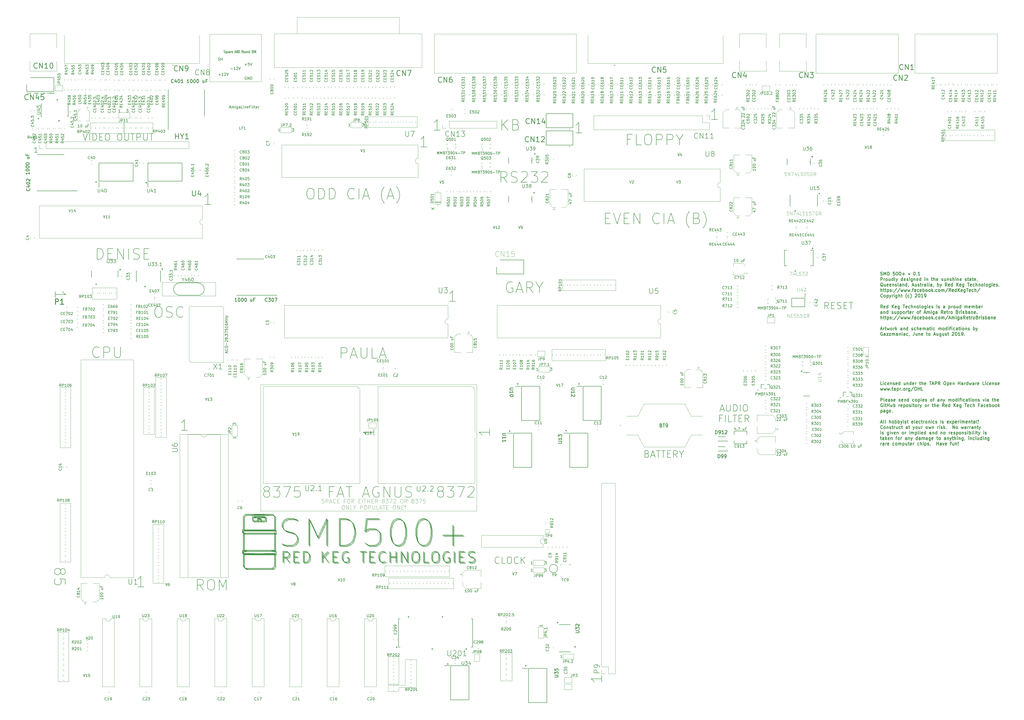
<source format=gbr>
G04 #@! TF.GenerationSoftware,KiCad,Pcbnew,5.1.2-f72e74a~84~ubuntu16.04.1*
G04 #@! TF.CreationDate,2019-08-17T19:51:01+10:00*
G04 #@! TF.ProjectId,SMD500,534d4435-3030-42e6-9b69-6361645f7063,rev?*
G04 #@! TF.SameCoordinates,Original*
G04 #@! TF.FileFunction,Legend,Top*
G04 #@! TF.FilePolarity,Positive*
%FSLAX46Y46*%
G04 Gerber Fmt 4.6, Leading zero omitted, Abs format (unit mm)*
G04 Created by KiCad (PCBNEW 5.1.2-f72e74a~84~ubuntu16.04.1) date 2019-08-17 19:51:01*
%MOMM*%
%LPD*%
G04 APERTURE LIST*
%ADD10C,0.250000*%
%ADD11C,0.150000*%
%ADD12C,0.120000*%
%ADD13C,0.050000*%
%ADD14C,0.100000*%
%ADD15C,0.152400*%
%ADD16C,0.200000*%
%ADD17C,0.010000*%
%ADD18C,0.127000*%
%ADD19C,0.254000*%
%ADD20C,0.304800*%
G04 APERTURE END LIST*
D10*
X322516071Y-90210714D02*
X322687500Y-90267857D01*
X322973214Y-90267857D01*
X323087500Y-90210714D01*
X323144642Y-90153571D01*
X323201785Y-90039285D01*
X323201785Y-89925000D01*
X323144642Y-89810714D01*
X323087500Y-89753571D01*
X322973214Y-89696428D01*
X322744642Y-89639285D01*
X322630357Y-89582142D01*
X322573214Y-89525000D01*
X322516071Y-89410714D01*
X322516071Y-89296428D01*
X322573214Y-89182142D01*
X322630357Y-89125000D01*
X322744642Y-89067857D01*
X323030357Y-89067857D01*
X323201785Y-89125000D01*
X323716071Y-90267857D02*
X323716071Y-89067857D01*
X324116071Y-89925000D01*
X324516071Y-89067857D01*
X324516071Y-90267857D01*
X325087500Y-90267857D02*
X325087500Y-89067857D01*
X325373214Y-89067857D01*
X325544642Y-89125000D01*
X325658928Y-89239285D01*
X325716071Y-89353571D01*
X325773214Y-89582142D01*
X325773214Y-89753571D01*
X325716071Y-89982142D01*
X325658928Y-90096428D01*
X325544642Y-90210714D01*
X325373214Y-90267857D01*
X325087500Y-90267857D01*
X327773214Y-89067857D02*
X327201785Y-89067857D01*
X327144642Y-89639285D01*
X327201785Y-89582142D01*
X327316071Y-89525000D01*
X327601785Y-89525000D01*
X327716071Y-89582142D01*
X327773214Y-89639285D01*
X327830357Y-89753571D01*
X327830357Y-90039285D01*
X327773214Y-90153571D01*
X327716071Y-90210714D01*
X327601785Y-90267857D01*
X327316071Y-90267857D01*
X327201785Y-90210714D01*
X327144642Y-90153571D01*
X328573214Y-89067857D02*
X328687500Y-89067857D01*
X328801785Y-89125000D01*
X328858928Y-89182142D01*
X328916071Y-89296428D01*
X328973214Y-89525000D01*
X328973214Y-89810714D01*
X328916071Y-90039285D01*
X328858928Y-90153571D01*
X328801785Y-90210714D01*
X328687500Y-90267857D01*
X328573214Y-90267857D01*
X328458928Y-90210714D01*
X328401785Y-90153571D01*
X328344642Y-90039285D01*
X328287500Y-89810714D01*
X328287500Y-89525000D01*
X328344642Y-89296428D01*
X328401785Y-89182142D01*
X328458928Y-89125000D01*
X328573214Y-89067857D01*
X329716071Y-89067857D02*
X329830357Y-89067857D01*
X329944642Y-89125000D01*
X330001785Y-89182142D01*
X330058928Y-89296428D01*
X330116071Y-89525000D01*
X330116071Y-89810714D01*
X330058928Y-90039285D01*
X330001785Y-90153571D01*
X329944642Y-90210714D01*
X329830357Y-90267857D01*
X329716071Y-90267857D01*
X329601785Y-90210714D01*
X329544642Y-90153571D01*
X329487500Y-90039285D01*
X329430357Y-89810714D01*
X329430357Y-89525000D01*
X329487500Y-89296428D01*
X329544642Y-89182142D01*
X329601785Y-89125000D01*
X329716071Y-89067857D01*
X330630357Y-89810714D02*
X331544642Y-89810714D01*
X331087500Y-90267857D02*
X331087500Y-89353571D01*
X332916071Y-89467857D02*
X333201785Y-90267857D01*
X333487500Y-89467857D01*
X335087500Y-89067857D02*
X335201785Y-89067857D01*
X335316071Y-89125000D01*
X335373214Y-89182142D01*
X335430357Y-89296428D01*
X335487500Y-89525000D01*
X335487500Y-89810714D01*
X335430357Y-90039285D01*
X335373214Y-90153571D01*
X335316071Y-90210714D01*
X335201785Y-90267857D01*
X335087500Y-90267857D01*
X334973214Y-90210714D01*
X334916071Y-90153571D01*
X334858928Y-90039285D01*
X334801785Y-89810714D01*
X334801785Y-89525000D01*
X334858928Y-89296428D01*
X334916071Y-89182142D01*
X334973214Y-89125000D01*
X335087500Y-89067857D01*
X336001785Y-90153571D02*
X336058928Y-90210714D01*
X336001785Y-90267857D01*
X335944642Y-90210714D01*
X336001785Y-90153571D01*
X336001785Y-90267857D01*
X337201785Y-90267857D02*
X336516071Y-90267857D01*
X336858928Y-90267857D02*
X336858928Y-89067857D01*
X336744642Y-89239285D01*
X336630357Y-89353571D01*
X336516071Y-89410714D01*
X322573214Y-92317857D02*
X322573214Y-91117857D01*
X323030357Y-91117857D01*
X323144642Y-91175000D01*
X323201785Y-91232142D01*
X323258928Y-91346428D01*
X323258928Y-91517857D01*
X323201785Y-91632142D01*
X323144642Y-91689285D01*
X323030357Y-91746428D01*
X322573214Y-91746428D01*
X323773214Y-92317857D02*
X323773214Y-91517857D01*
X323773214Y-91746428D02*
X323830357Y-91632142D01*
X323887500Y-91575000D01*
X324001785Y-91517857D01*
X324116071Y-91517857D01*
X324687500Y-92317857D02*
X324573214Y-92260714D01*
X324516071Y-92203571D01*
X324458928Y-92089285D01*
X324458928Y-91746428D01*
X324516071Y-91632142D01*
X324573214Y-91575000D01*
X324687500Y-91517857D01*
X324858928Y-91517857D01*
X324973214Y-91575000D01*
X325030357Y-91632142D01*
X325087500Y-91746428D01*
X325087500Y-92089285D01*
X325030357Y-92203571D01*
X324973214Y-92260714D01*
X324858928Y-92317857D01*
X324687500Y-92317857D01*
X326116071Y-91517857D02*
X326116071Y-92317857D01*
X325601785Y-91517857D02*
X325601785Y-92146428D01*
X325658928Y-92260714D01*
X325773214Y-92317857D01*
X325944642Y-92317857D01*
X326058928Y-92260714D01*
X326116071Y-92203571D01*
X327201785Y-92317857D02*
X327201785Y-91117857D01*
X327201785Y-92260714D02*
X327087500Y-92317857D01*
X326858928Y-92317857D01*
X326744642Y-92260714D01*
X326687500Y-92203571D01*
X326630357Y-92089285D01*
X326630357Y-91746428D01*
X326687500Y-91632142D01*
X326744642Y-91575000D01*
X326858928Y-91517857D01*
X327087500Y-91517857D01*
X327201785Y-91575000D01*
X327944642Y-92317857D02*
X327830357Y-92260714D01*
X327773214Y-92146428D01*
X327773214Y-91117857D01*
X328287500Y-91517857D02*
X328573214Y-92317857D01*
X328858928Y-91517857D02*
X328573214Y-92317857D01*
X328458928Y-92603571D01*
X328401785Y-92660714D01*
X328287500Y-92717857D01*
X330744642Y-92317857D02*
X330744642Y-91117857D01*
X330744642Y-92260714D02*
X330630357Y-92317857D01*
X330401785Y-92317857D01*
X330287500Y-92260714D01*
X330230357Y-92203571D01*
X330173214Y-92089285D01*
X330173214Y-91746428D01*
X330230357Y-91632142D01*
X330287500Y-91575000D01*
X330401785Y-91517857D01*
X330630357Y-91517857D01*
X330744642Y-91575000D01*
X331773214Y-92260714D02*
X331658928Y-92317857D01*
X331430357Y-92317857D01*
X331316071Y-92260714D01*
X331258928Y-92146428D01*
X331258928Y-91689285D01*
X331316071Y-91575000D01*
X331430357Y-91517857D01*
X331658928Y-91517857D01*
X331773214Y-91575000D01*
X331830357Y-91689285D01*
X331830357Y-91803571D01*
X331258928Y-91917857D01*
X332287500Y-92260714D02*
X332401785Y-92317857D01*
X332630357Y-92317857D01*
X332744642Y-92260714D01*
X332801785Y-92146428D01*
X332801785Y-92089285D01*
X332744642Y-91975000D01*
X332630357Y-91917857D01*
X332458928Y-91917857D01*
X332344642Y-91860714D01*
X332287500Y-91746428D01*
X332287500Y-91689285D01*
X332344642Y-91575000D01*
X332458928Y-91517857D01*
X332630357Y-91517857D01*
X332744642Y-91575000D01*
X333316071Y-92317857D02*
X333316071Y-91517857D01*
X333316071Y-91117857D02*
X333258928Y-91175000D01*
X333316071Y-91232142D01*
X333373214Y-91175000D01*
X333316071Y-91117857D01*
X333316071Y-91232142D01*
X334401785Y-91517857D02*
X334401785Y-92489285D01*
X334344642Y-92603571D01*
X334287500Y-92660714D01*
X334173214Y-92717857D01*
X334001785Y-92717857D01*
X333887500Y-92660714D01*
X334401785Y-92260714D02*
X334287500Y-92317857D01*
X334058928Y-92317857D01*
X333944642Y-92260714D01*
X333887500Y-92203571D01*
X333830357Y-92089285D01*
X333830357Y-91746428D01*
X333887500Y-91632142D01*
X333944642Y-91575000D01*
X334058928Y-91517857D01*
X334287500Y-91517857D01*
X334401785Y-91575000D01*
X334973214Y-91517857D02*
X334973214Y-92317857D01*
X334973214Y-91632142D02*
X335030357Y-91575000D01*
X335144642Y-91517857D01*
X335316071Y-91517857D01*
X335430357Y-91575000D01*
X335487500Y-91689285D01*
X335487500Y-92317857D01*
X336516071Y-92260714D02*
X336401785Y-92317857D01*
X336173214Y-92317857D01*
X336058928Y-92260714D01*
X336001785Y-92146428D01*
X336001785Y-91689285D01*
X336058928Y-91575000D01*
X336173214Y-91517857D01*
X336401785Y-91517857D01*
X336516071Y-91575000D01*
X336573214Y-91689285D01*
X336573214Y-91803571D01*
X336001785Y-91917857D01*
X337601785Y-92317857D02*
X337601785Y-91117857D01*
X337601785Y-92260714D02*
X337487500Y-92317857D01*
X337258928Y-92317857D01*
X337144642Y-92260714D01*
X337087500Y-92203571D01*
X337030357Y-92089285D01*
X337030357Y-91746428D01*
X337087500Y-91632142D01*
X337144642Y-91575000D01*
X337258928Y-91517857D01*
X337487500Y-91517857D01*
X337601785Y-91575000D01*
X339087500Y-92317857D02*
X339087500Y-91517857D01*
X339087500Y-91117857D02*
X339030357Y-91175000D01*
X339087500Y-91232142D01*
X339144642Y-91175000D01*
X339087500Y-91117857D01*
X339087500Y-91232142D01*
X339658928Y-91517857D02*
X339658928Y-92317857D01*
X339658928Y-91632142D02*
X339716071Y-91575000D01*
X339830357Y-91517857D01*
X340001785Y-91517857D01*
X340116071Y-91575000D01*
X340173214Y-91689285D01*
X340173214Y-92317857D01*
X341487500Y-91517857D02*
X341944642Y-91517857D01*
X341658928Y-91117857D02*
X341658928Y-92146428D01*
X341716071Y-92260714D01*
X341830357Y-92317857D01*
X341944642Y-92317857D01*
X342344642Y-92317857D02*
X342344642Y-91117857D01*
X342858928Y-92317857D02*
X342858928Y-91689285D01*
X342801785Y-91575000D01*
X342687500Y-91517857D01*
X342516071Y-91517857D01*
X342401785Y-91575000D01*
X342344642Y-91632142D01*
X343887500Y-92260714D02*
X343773214Y-92317857D01*
X343544642Y-92317857D01*
X343430357Y-92260714D01*
X343373214Y-92146428D01*
X343373214Y-91689285D01*
X343430357Y-91575000D01*
X343544642Y-91517857D01*
X343773214Y-91517857D01*
X343887500Y-91575000D01*
X343944642Y-91689285D01*
X343944642Y-91803571D01*
X343373214Y-91917857D01*
X345316071Y-92260714D02*
X345430357Y-92317857D01*
X345658928Y-92317857D01*
X345773214Y-92260714D01*
X345830357Y-92146428D01*
X345830357Y-92089285D01*
X345773214Y-91975000D01*
X345658928Y-91917857D01*
X345487500Y-91917857D01*
X345373214Y-91860714D01*
X345316071Y-91746428D01*
X345316071Y-91689285D01*
X345373214Y-91575000D01*
X345487500Y-91517857D01*
X345658928Y-91517857D01*
X345773214Y-91575000D01*
X346858928Y-91517857D02*
X346858928Y-92317857D01*
X346344642Y-91517857D02*
X346344642Y-92146428D01*
X346401785Y-92260714D01*
X346516071Y-92317857D01*
X346687500Y-92317857D01*
X346801785Y-92260714D01*
X346858928Y-92203571D01*
X347430357Y-91517857D02*
X347430357Y-92317857D01*
X347430357Y-91632142D02*
X347487500Y-91575000D01*
X347601785Y-91517857D01*
X347773214Y-91517857D01*
X347887500Y-91575000D01*
X347944642Y-91689285D01*
X347944642Y-92317857D01*
X348458928Y-92260714D02*
X348573214Y-92317857D01*
X348801785Y-92317857D01*
X348916071Y-92260714D01*
X348973214Y-92146428D01*
X348973214Y-92089285D01*
X348916071Y-91975000D01*
X348801785Y-91917857D01*
X348630357Y-91917857D01*
X348516071Y-91860714D01*
X348458928Y-91746428D01*
X348458928Y-91689285D01*
X348516071Y-91575000D01*
X348630357Y-91517857D01*
X348801785Y-91517857D01*
X348916071Y-91575000D01*
X349487500Y-92317857D02*
X349487500Y-91117857D01*
X350001785Y-92317857D02*
X350001785Y-91689285D01*
X349944642Y-91575000D01*
X349830357Y-91517857D01*
X349658928Y-91517857D01*
X349544642Y-91575000D01*
X349487500Y-91632142D01*
X350573214Y-92317857D02*
X350573214Y-91517857D01*
X350573214Y-91117857D02*
X350516071Y-91175000D01*
X350573214Y-91232142D01*
X350630357Y-91175000D01*
X350573214Y-91117857D01*
X350573214Y-91232142D01*
X351144642Y-91517857D02*
X351144642Y-92317857D01*
X351144642Y-91632142D02*
X351201785Y-91575000D01*
X351316071Y-91517857D01*
X351487500Y-91517857D01*
X351601785Y-91575000D01*
X351658928Y-91689285D01*
X351658928Y-92317857D01*
X352687500Y-92260714D02*
X352573214Y-92317857D01*
X352344642Y-92317857D01*
X352230357Y-92260714D01*
X352173214Y-92146428D01*
X352173214Y-91689285D01*
X352230357Y-91575000D01*
X352344642Y-91517857D01*
X352573214Y-91517857D01*
X352687500Y-91575000D01*
X352744642Y-91689285D01*
X352744642Y-91803571D01*
X352173214Y-91917857D01*
X354116071Y-92260714D02*
X354230357Y-92317857D01*
X354458928Y-92317857D01*
X354573214Y-92260714D01*
X354630357Y-92146428D01*
X354630357Y-92089285D01*
X354573214Y-91975000D01*
X354458928Y-91917857D01*
X354287500Y-91917857D01*
X354173214Y-91860714D01*
X354116071Y-91746428D01*
X354116071Y-91689285D01*
X354173214Y-91575000D01*
X354287500Y-91517857D01*
X354458928Y-91517857D01*
X354573214Y-91575000D01*
X354973214Y-91517857D02*
X355430357Y-91517857D01*
X355144642Y-91117857D02*
X355144642Y-92146428D01*
X355201785Y-92260714D01*
X355316071Y-92317857D01*
X355430357Y-92317857D01*
X356344642Y-92317857D02*
X356344642Y-91689285D01*
X356287500Y-91575000D01*
X356173214Y-91517857D01*
X355944642Y-91517857D01*
X355830357Y-91575000D01*
X356344642Y-92260714D02*
X356230357Y-92317857D01*
X355944642Y-92317857D01*
X355830357Y-92260714D01*
X355773214Y-92146428D01*
X355773214Y-92032142D01*
X355830357Y-91917857D01*
X355944642Y-91860714D01*
X356230357Y-91860714D01*
X356344642Y-91803571D01*
X356744642Y-91517857D02*
X357201785Y-91517857D01*
X356916071Y-91117857D02*
X356916071Y-92146428D01*
X356973214Y-92260714D01*
X357087500Y-92317857D01*
X357201785Y-92317857D01*
X358058928Y-92260714D02*
X357944642Y-92317857D01*
X357716071Y-92317857D01*
X357601785Y-92260714D01*
X357544642Y-92146428D01*
X357544642Y-91689285D01*
X357601785Y-91575000D01*
X357716071Y-91517857D01*
X357944642Y-91517857D01*
X358058928Y-91575000D01*
X358116071Y-91689285D01*
X358116071Y-91803571D01*
X357544642Y-91917857D01*
X358687500Y-92260714D02*
X358687500Y-92317857D01*
X358630357Y-92432142D01*
X358573214Y-92489285D01*
X323373214Y-94482142D02*
X323258928Y-94425000D01*
X323144642Y-94310714D01*
X322973214Y-94139285D01*
X322858928Y-94082142D01*
X322744642Y-94082142D01*
X322801785Y-94367857D02*
X322687500Y-94310714D01*
X322573214Y-94196428D01*
X322516071Y-93967857D01*
X322516071Y-93567857D01*
X322573214Y-93339285D01*
X322687500Y-93225000D01*
X322801785Y-93167857D01*
X323030357Y-93167857D01*
X323144642Y-93225000D01*
X323258928Y-93339285D01*
X323316071Y-93567857D01*
X323316071Y-93967857D01*
X323258928Y-94196428D01*
X323144642Y-94310714D01*
X323030357Y-94367857D01*
X322801785Y-94367857D01*
X324344642Y-93567857D02*
X324344642Y-94367857D01*
X323830357Y-93567857D02*
X323830357Y-94196428D01*
X323887500Y-94310714D01*
X324001785Y-94367857D01*
X324173214Y-94367857D01*
X324287500Y-94310714D01*
X324344642Y-94253571D01*
X325373214Y-94310714D02*
X325258928Y-94367857D01*
X325030357Y-94367857D01*
X324916071Y-94310714D01*
X324858928Y-94196428D01*
X324858928Y-93739285D01*
X324916071Y-93625000D01*
X325030357Y-93567857D01*
X325258928Y-93567857D01*
X325373214Y-93625000D01*
X325430357Y-93739285D01*
X325430357Y-93853571D01*
X324858928Y-93967857D01*
X326401785Y-94310714D02*
X326287500Y-94367857D01*
X326058928Y-94367857D01*
X325944642Y-94310714D01*
X325887500Y-94196428D01*
X325887500Y-93739285D01*
X325944642Y-93625000D01*
X326058928Y-93567857D01*
X326287500Y-93567857D01*
X326401785Y-93625000D01*
X326458928Y-93739285D01*
X326458928Y-93853571D01*
X325887500Y-93967857D01*
X326973214Y-93567857D02*
X326973214Y-94367857D01*
X326973214Y-93682142D02*
X327030357Y-93625000D01*
X327144642Y-93567857D01*
X327316071Y-93567857D01*
X327430357Y-93625000D01*
X327487500Y-93739285D01*
X327487500Y-94367857D01*
X328001785Y-94310714D02*
X328116071Y-94367857D01*
X328344642Y-94367857D01*
X328458928Y-94310714D01*
X328516071Y-94196428D01*
X328516071Y-94139285D01*
X328458928Y-94025000D01*
X328344642Y-93967857D01*
X328173214Y-93967857D01*
X328058928Y-93910714D01*
X328001785Y-93796428D01*
X328001785Y-93739285D01*
X328058928Y-93625000D01*
X328173214Y-93567857D01*
X328344642Y-93567857D01*
X328458928Y-93625000D01*
X329201785Y-94367857D02*
X329087500Y-94310714D01*
X329030357Y-94196428D01*
X329030357Y-93167857D01*
X330173214Y-94367857D02*
X330173214Y-93739285D01*
X330116071Y-93625000D01*
X330001785Y-93567857D01*
X329773214Y-93567857D01*
X329658928Y-93625000D01*
X330173214Y-94310714D02*
X330058928Y-94367857D01*
X329773214Y-94367857D01*
X329658928Y-94310714D01*
X329601785Y-94196428D01*
X329601785Y-94082142D01*
X329658928Y-93967857D01*
X329773214Y-93910714D01*
X330058928Y-93910714D01*
X330173214Y-93853571D01*
X330744642Y-93567857D02*
X330744642Y-94367857D01*
X330744642Y-93682142D02*
X330801785Y-93625000D01*
X330916071Y-93567857D01*
X331087500Y-93567857D01*
X331201785Y-93625000D01*
X331258928Y-93739285D01*
X331258928Y-94367857D01*
X332344642Y-94367857D02*
X332344642Y-93167857D01*
X332344642Y-94310714D02*
X332230357Y-94367857D01*
X332001785Y-94367857D01*
X331887500Y-94310714D01*
X331830357Y-94253571D01*
X331773214Y-94139285D01*
X331773214Y-93796428D01*
X331830357Y-93682142D01*
X331887500Y-93625000D01*
X332001785Y-93567857D01*
X332230357Y-93567857D01*
X332344642Y-93625000D01*
X332973214Y-94310714D02*
X332973214Y-94367857D01*
X332916071Y-94482142D01*
X332858928Y-94539285D01*
X334344642Y-94025000D02*
X334916071Y-94025000D01*
X334230357Y-94367857D02*
X334630357Y-93167857D01*
X335030357Y-94367857D01*
X335944642Y-93567857D02*
X335944642Y-94367857D01*
X335430357Y-93567857D02*
X335430357Y-94196428D01*
X335487500Y-94310714D01*
X335601785Y-94367857D01*
X335773214Y-94367857D01*
X335887500Y-94310714D01*
X335944642Y-94253571D01*
X336458928Y-94310714D02*
X336573214Y-94367857D01*
X336801785Y-94367857D01*
X336916071Y-94310714D01*
X336973214Y-94196428D01*
X336973214Y-94139285D01*
X336916071Y-94025000D01*
X336801785Y-93967857D01*
X336630357Y-93967857D01*
X336516071Y-93910714D01*
X336458928Y-93796428D01*
X336458928Y-93739285D01*
X336516071Y-93625000D01*
X336630357Y-93567857D01*
X336801785Y-93567857D01*
X336916071Y-93625000D01*
X337316071Y-93567857D02*
X337773214Y-93567857D01*
X337487500Y-93167857D02*
X337487500Y-94196428D01*
X337544642Y-94310714D01*
X337658928Y-94367857D01*
X337773214Y-94367857D01*
X338173214Y-94367857D02*
X338173214Y-93567857D01*
X338173214Y-93796428D02*
X338230357Y-93682142D01*
X338287500Y-93625000D01*
X338401785Y-93567857D01*
X338516071Y-93567857D01*
X339430357Y-94367857D02*
X339430357Y-93739285D01*
X339373214Y-93625000D01*
X339258928Y-93567857D01*
X339030357Y-93567857D01*
X338916071Y-93625000D01*
X339430357Y-94310714D02*
X339316071Y-94367857D01*
X339030357Y-94367857D01*
X338916071Y-94310714D01*
X338858928Y-94196428D01*
X338858928Y-94082142D01*
X338916071Y-93967857D01*
X339030357Y-93910714D01*
X339316071Y-93910714D01*
X339430357Y-93853571D01*
X340173214Y-94367857D02*
X340058928Y-94310714D01*
X340001785Y-94196428D01*
X340001785Y-93167857D01*
X340630357Y-94367857D02*
X340630357Y-93567857D01*
X340630357Y-93167857D02*
X340573214Y-93225000D01*
X340630357Y-93282142D01*
X340687500Y-93225000D01*
X340630357Y-93167857D01*
X340630357Y-93282142D01*
X341716071Y-94367857D02*
X341716071Y-93739285D01*
X341658928Y-93625000D01*
X341544642Y-93567857D01*
X341316071Y-93567857D01*
X341201785Y-93625000D01*
X341716071Y-94310714D02*
X341601785Y-94367857D01*
X341316071Y-94367857D01*
X341201785Y-94310714D01*
X341144642Y-94196428D01*
X341144642Y-94082142D01*
X341201785Y-93967857D01*
X341316071Y-93910714D01*
X341601785Y-93910714D01*
X341716071Y-93853571D01*
X342344642Y-94310714D02*
X342344642Y-94367857D01*
X342287500Y-94482142D01*
X342230357Y-94539285D01*
X343773214Y-94367857D02*
X343773214Y-93167857D01*
X343773214Y-93625000D02*
X343887500Y-93567857D01*
X344116071Y-93567857D01*
X344230357Y-93625000D01*
X344287500Y-93682142D01*
X344344642Y-93796428D01*
X344344642Y-94139285D01*
X344287500Y-94253571D01*
X344230357Y-94310714D01*
X344116071Y-94367857D01*
X343887500Y-94367857D01*
X343773214Y-94310714D01*
X344744642Y-93567857D02*
X345030357Y-94367857D01*
X345316071Y-93567857D02*
X345030357Y-94367857D01*
X344916071Y-94653571D01*
X344858928Y-94710714D01*
X344744642Y-94767857D01*
X347373214Y-94367857D02*
X346973214Y-93796428D01*
X346687500Y-94367857D02*
X346687500Y-93167857D01*
X347144642Y-93167857D01*
X347258928Y-93225000D01*
X347316071Y-93282142D01*
X347373214Y-93396428D01*
X347373214Y-93567857D01*
X347316071Y-93682142D01*
X347258928Y-93739285D01*
X347144642Y-93796428D01*
X346687500Y-93796428D01*
X348344642Y-94310714D02*
X348230357Y-94367857D01*
X348001785Y-94367857D01*
X347887500Y-94310714D01*
X347830357Y-94196428D01*
X347830357Y-93739285D01*
X347887500Y-93625000D01*
X348001785Y-93567857D01*
X348230357Y-93567857D01*
X348344642Y-93625000D01*
X348401785Y-93739285D01*
X348401785Y-93853571D01*
X347830357Y-93967857D01*
X349430357Y-94367857D02*
X349430357Y-93167857D01*
X349430357Y-94310714D02*
X349316071Y-94367857D01*
X349087500Y-94367857D01*
X348973214Y-94310714D01*
X348916071Y-94253571D01*
X348858928Y-94139285D01*
X348858928Y-93796428D01*
X348916071Y-93682142D01*
X348973214Y-93625000D01*
X349087500Y-93567857D01*
X349316071Y-93567857D01*
X349430357Y-93625000D01*
X350916071Y-94367857D02*
X350916071Y-93167857D01*
X351601785Y-94367857D02*
X351087500Y-93682142D01*
X351601785Y-93167857D02*
X350916071Y-93853571D01*
X352573214Y-94310714D02*
X352458928Y-94367857D01*
X352230357Y-94367857D01*
X352116071Y-94310714D01*
X352058928Y-94196428D01*
X352058928Y-93739285D01*
X352116071Y-93625000D01*
X352230357Y-93567857D01*
X352458928Y-93567857D01*
X352573214Y-93625000D01*
X352630357Y-93739285D01*
X352630357Y-93853571D01*
X352058928Y-93967857D01*
X353658928Y-93567857D02*
X353658928Y-94539285D01*
X353601785Y-94653571D01*
X353544642Y-94710714D01*
X353430357Y-94767857D01*
X353258928Y-94767857D01*
X353144642Y-94710714D01*
X353658928Y-94310714D02*
X353544642Y-94367857D01*
X353316071Y-94367857D01*
X353201785Y-94310714D01*
X353144642Y-94253571D01*
X353087500Y-94139285D01*
X353087500Y-93796428D01*
X353144642Y-93682142D01*
X353201785Y-93625000D01*
X353316071Y-93567857D01*
X353544642Y-93567857D01*
X353658928Y-93625000D01*
X354973214Y-93167857D02*
X355658928Y-93167857D01*
X355316071Y-94367857D02*
X355316071Y-93167857D01*
X356516071Y-94310714D02*
X356401785Y-94367857D01*
X356173214Y-94367857D01*
X356058928Y-94310714D01*
X356001785Y-94196428D01*
X356001785Y-93739285D01*
X356058928Y-93625000D01*
X356173214Y-93567857D01*
X356401785Y-93567857D01*
X356516071Y-93625000D01*
X356573214Y-93739285D01*
X356573214Y-93853571D01*
X356001785Y-93967857D01*
X357601785Y-94310714D02*
X357487500Y-94367857D01*
X357258928Y-94367857D01*
X357144642Y-94310714D01*
X357087500Y-94253571D01*
X357030357Y-94139285D01*
X357030357Y-93796428D01*
X357087500Y-93682142D01*
X357144642Y-93625000D01*
X357258928Y-93567857D01*
X357487500Y-93567857D01*
X357601785Y-93625000D01*
X358116071Y-94367857D02*
X358116071Y-93167857D01*
X358630357Y-94367857D02*
X358630357Y-93739285D01*
X358573214Y-93625000D01*
X358458928Y-93567857D01*
X358287500Y-93567857D01*
X358173214Y-93625000D01*
X358116071Y-93682142D01*
X359201785Y-93567857D02*
X359201785Y-94367857D01*
X359201785Y-93682142D02*
X359258928Y-93625000D01*
X359373214Y-93567857D01*
X359544642Y-93567857D01*
X359658928Y-93625000D01*
X359716071Y-93739285D01*
X359716071Y-94367857D01*
X360458928Y-94367857D02*
X360344642Y-94310714D01*
X360287500Y-94253571D01*
X360230357Y-94139285D01*
X360230357Y-93796428D01*
X360287500Y-93682142D01*
X360344642Y-93625000D01*
X360458928Y-93567857D01*
X360630357Y-93567857D01*
X360744642Y-93625000D01*
X360801785Y-93682142D01*
X360858928Y-93796428D01*
X360858928Y-94139285D01*
X360801785Y-94253571D01*
X360744642Y-94310714D01*
X360630357Y-94367857D01*
X360458928Y-94367857D01*
X361544642Y-94367857D02*
X361430357Y-94310714D01*
X361373214Y-94196428D01*
X361373214Y-93167857D01*
X362173214Y-94367857D02*
X362058928Y-94310714D01*
X362001785Y-94253571D01*
X361944642Y-94139285D01*
X361944642Y-93796428D01*
X362001785Y-93682142D01*
X362058928Y-93625000D01*
X362173214Y-93567857D01*
X362344642Y-93567857D01*
X362458928Y-93625000D01*
X362516071Y-93682142D01*
X362573214Y-93796428D01*
X362573214Y-94139285D01*
X362516071Y-94253571D01*
X362458928Y-94310714D01*
X362344642Y-94367857D01*
X362173214Y-94367857D01*
X363601785Y-93567857D02*
X363601785Y-94539285D01*
X363544642Y-94653571D01*
X363487500Y-94710714D01*
X363373214Y-94767857D01*
X363201785Y-94767857D01*
X363087500Y-94710714D01*
X363601785Y-94310714D02*
X363487500Y-94367857D01*
X363258928Y-94367857D01*
X363144642Y-94310714D01*
X363087500Y-94253571D01*
X363030357Y-94139285D01*
X363030357Y-93796428D01*
X363087500Y-93682142D01*
X363144642Y-93625000D01*
X363258928Y-93567857D01*
X363487500Y-93567857D01*
X363601785Y-93625000D01*
X364173214Y-94367857D02*
X364173214Y-93567857D01*
X364173214Y-93167857D02*
X364116071Y-93225000D01*
X364173214Y-93282142D01*
X364230357Y-93225000D01*
X364173214Y-93167857D01*
X364173214Y-93282142D01*
X365201785Y-94310714D02*
X365087500Y-94367857D01*
X364858928Y-94367857D01*
X364744642Y-94310714D01*
X364687500Y-94196428D01*
X364687500Y-93739285D01*
X364744642Y-93625000D01*
X364858928Y-93567857D01*
X365087500Y-93567857D01*
X365201785Y-93625000D01*
X365258928Y-93739285D01*
X365258928Y-93853571D01*
X364687500Y-93967857D01*
X365716071Y-94310714D02*
X365830357Y-94367857D01*
X366058928Y-94367857D01*
X366173214Y-94310714D01*
X366230357Y-94196428D01*
X366230357Y-94139285D01*
X366173214Y-94025000D01*
X366058928Y-93967857D01*
X365887500Y-93967857D01*
X365773214Y-93910714D01*
X365716071Y-93796428D01*
X365716071Y-93739285D01*
X365773214Y-93625000D01*
X365887500Y-93567857D01*
X366058928Y-93567857D01*
X366173214Y-93625000D01*
X366744642Y-94253571D02*
X366801785Y-94310714D01*
X366744642Y-94367857D01*
X366687500Y-94310714D01*
X366744642Y-94253571D01*
X366744642Y-94367857D01*
X322573214Y-96417857D02*
X322573214Y-95217857D01*
X323087500Y-96417857D02*
X323087500Y-95789285D01*
X323030357Y-95675000D01*
X322916071Y-95617857D01*
X322744642Y-95617857D01*
X322630357Y-95675000D01*
X322573214Y-95732142D01*
X323487500Y-95617857D02*
X323944642Y-95617857D01*
X323658928Y-95217857D02*
X323658928Y-96246428D01*
X323716071Y-96360714D01*
X323830357Y-96417857D01*
X323944642Y-96417857D01*
X324173214Y-95617857D02*
X324630357Y-95617857D01*
X324344642Y-95217857D02*
X324344642Y-96246428D01*
X324401785Y-96360714D01*
X324516071Y-96417857D01*
X324630357Y-96417857D01*
X325030357Y-95617857D02*
X325030357Y-96817857D01*
X325030357Y-95675000D02*
X325144642Y-95617857D01*
X325373214Y-95617857D01*
X325487500Y-95675000D01*
X325544642Y-95732142D01*
X325601785Y-95846428D01*
X325601785Y-96189285D01*
X325544642Y-96303571D01*
X325487500Y-96360714D01*
X325373214Y-96417857D01*
X325144642Y-96417857D01*
X325030357Y-96360714D01*
X326058928Y-96360714D02*
X326173214Y-96417857D01*
X326401785Y-96417857D01*
X326516071Y-96360714D01*
X326573214Y-96246428D01*
X326573214Y-96189285D01*
X326516071Y-96075000D01*
X326401785Y-96017857D01*
X326230357Y-96017857D01*
X326116071Y-95960714D01*
X326058928Y-95846428D01*
X326058928Y-95789285D01*
X326116071Y-95675000D01*
X326230357Y-95617857D01*
X326401785Y-95617857D01*
X326516071Y-95675000D01*
X327087500Y-96303571D02*
X327144642Y-96360714D01*
X327087500Y-96417857D01*
X327030357Y-96360714D01*
X327087500Y-96303571D01*
X327087500Y-96417857D01*
X327087500Y-95675000D02*
X327144642Y-95732142D01*
X327087500Y-95789285D01*
X327030357Y-95732142D01*
X327087500Y-95675000D01*
X327087500Y-95789285D01*
X328516071Y-95160714D02*
X327487500Y-96703571D01*
X329773214Y-95160714D02*
X328744642Y-96703571D01*
X330058928Y-95617857D02*
X330287500Y-96417857D01*
X330516071Y-95846428D01*
X330744642Y-96417857D01*
X330973214Y-95617857D01*
X331316071Y-95617857D02*
X331544642Y-96417857D01*
X331773214Y-95846428D01*
X332001785Y-96417857D01*
X332230357Y-95617857D01*
X332573214Y-95617857D02*
X332801785Y-96417857D01*
X333030357Y-95846428D01*
X333258928Y-96417857D01*
X333487500Y-95617857D01*
X333944642Y-96303571D02*
X334001785Y-96360714D01*
X333944642Y-96417857D01*
X333887500Y-96360714D01*
X333944642Y-96303571D01*
X333944642Y-96417857D01*
X334344642Y-95617857D02*
X334801785Y-95617857D01*
X334516071Y-96417857D02*
X334516071Y-95389285D01*
X334573214Y-95275000D01*
X334687500Y-95217857D01*
X334801785Y-95217857D01*
X335716071Y-96417857D02*
X335716071Y-95789285D01*
X335658928Y-95675000D01*
X335544642Y-95617857D01*
X335316071Y-95617857D01*
X335201785Y-95675000D01*
X335716071Y-96360714D02*
X335601785Y-96417857D01*
X335316071Y-96417857D01*
X335201785Y-96360714D01*
X335144642Y-96246428D01*
X335144642Y-96132142D01*
X335201785Y-96017857D01*
X335316071Y-95960714D01*
X335601785Y-95960714D01*
X335716071Y-95903571D01*
X336801785Y-96360714D02*
X336687500Y-96417857D01*
X336458928Y-96417857D01*
X336344642Y-96360714D01*
X336287500Y-96303571D01*
X336230357Y-96189285D01*
X336230357Y-95846428D01*
X336287500Y-95732142D01*
X336344642Y-95675000D01*
X336458928Y-95617857D01*
X336687500Y-95617857D01*
X336801785Y-95675000D01*
X337773214Y-96360714D02*
X337658928Y-96417857D01*
X337430357Y-96417857D01*
X337316071Y-96360714D01*
X337258928Y-96246428D01*
X337258928Y-95789285D01*
X337316071Y-95675000D01*
X337430357Y-95617857D01*
X337658928Y-95617857D01*
X337773214Y-95675000D01*
X337830357Y-95789285D01*
X337830357Y-95903571D01*
X337258928Y-96017857D01*
X338344642Y-96417857D02*
X338344642Y-95217857D01*
X338344642Y-95675000D02*
X338458928Y-95617857D01*
X338687500Y-95617857D01*
X338801785Y-95675000D01*
X338858928Y-95732142D01*
X338916071Y-95846428D01*
X338916071Y-96189285D01*
X338858928Y-96303571D01*
X338801785Y-96360714D01*
X338687500Y-96417857D01*
X338458928Y-96417857D01*
X338344642Y-96360714D01*
X339601785Y-96417857D02*
X339487500Y-96360714D01*
X339430357Y-96303571D01*
X339373214Y-96189285D01*
X339373214Y-95846428D01*
X339430357Y-95732142D01*
X339487500Y-95675000D01*
X339601785Y-95617857D01*
X339773214Y-95617857D01*
X339887500Y-95675000D01*
X339944642Y-95732142D01*
X340001785Y-95846428D01*
X340001785Y-96189285D01*
X339944642Y-96303571D01*
X339887500Y-96360714D01*
X339773214Y-96417857D01*
X339601785Y-96417857D01*
X340687500Y-96417857D02*
X340573214Y-96360714D01*
X340516071Y-96303571D01*
X340458928Y-96189285D01*
X340458928Y-95846428D01*
X340516071Y-95732142D01*
X340573214Y-95675000D01*
X340687500Y-95617857D01*
X340858928Y-95617857D01*
X340973214Y-95675000D01*
X341030357Y-95732142D01*
X341087500Y-95846428D01*
X341087500Y-96189285D01*
X341030357Y-96303571D01*
X340973214Y-96360714D01*
X340858928Y-96417857D01*
X340687500Y-96417857D01*
X341601785Y-96417857D02*
X341601785Y-95217857D01*
X341716071Y-95960714D02*
X342058928Y-96417857D01*
X342058928Y-95617857D02*
X341601785Y-96075000D01*
X342573214Y-96303571D02*
X342630357Y-96360714D01*
X342573214Y-96417857D01*
X342516071Y-96360714D01*
X342573214Y-96303571D01*
X342573214Y-96417857D01*
X343658928Y-96360714D02*
X343544642Y-96417857D01*
X343316071Y-96417857D01*
X343201785Y-96360714D01*
X343144642Y-96303571D01*
X343087500Y-96189285D01*
X343087500Y-95846428D01*
X343144642Y-95732142D01*
X343201785Y-95675000D01*
X343316071Y-95617857D01*
X343544642Y-95617857D01*
X343658928Y-95675000D01*
X344344642Y-96417857D02*
X344230357Y-96360714D01*
X344173214Y-96303571D01*
X344116071Y-96189285D01*
X344116071Y-95846428D01*
X344173214Y-95732142D01*
X344230357Y-95675000D01*
X344344642Y-95617857D01*
X344516071Y-95617857D01*
X344630357Y-95675000D01*
X344687500Y-95732142D01*
X344744642Y-95846428D01*
X344744642Y-96189285D01*
X344687500Y-96303571D01*
X344630357Y-96360714D01*
X344516071Y-96417857D01*
X344344642Y-96417857D01*
X345258928Y-96417857D02*
X345258928Y-95617857D01*
X345258928Y-95732142D02*
X345316071Y-95675000D01*
X345430357Y-95617857D01*
X345601785Y-95617857D01*
X345716071Y-95675000D01*
X345773214Y-95789285D01*
X345773214Y-96417857D01*
X345773214Y-95789285D02*
X345830357Y-95675000D01*
X345944642Y-95617857D01*
X346116071Y-95617857D01*
X346230357Y-95675000D01*
X346287500Y-95789285D01*
X346287500Y-96417857D01*
X347716071Y-95160714D02*
X346687500Y-96703571D01*
X348801785Y-96417857D02*
X348401785Y-95846428D01*
X348116071Y-96417857D02*
X348116071Y-95217857D01*
X348573214Y-95217857D01*
X348687500Y-95275000D01*
X348744642Y-95332142D01*
X348801785Y-95446428D01*
X348801785Y-95617857D01*
X348744642Y-95732142D01*
X348687500Y-95789285D01*
X348573214Y-95846428D01*
X348116071Y-95846428D01*
X349773214Y-96360714D02*
X349658928Y-96417857D01*
X349430357Y-96417857D01*
X349316071Y-96360714D01*
X349258928Y-96246428D01*
X349258928Y-95789285D01*
X349316071Y-95675000D01*
X349430357Y-95617857D01*
X349658928Y-95617857D01*
X349773214Y-95675000D01*
X349830357Y-95789285D01*
X349830357Y-95903571D01*
X349258928Y-96017857D01*
X350858928Y-96417857D02*
X350858928Y-95217857D01*
X350858928Y-96360714D02*
X350744642Y-96417857D01*
X350516071Y-96417857D01*
X350401785Y-96360714D01*
X350344642Y-96303571D01*
X350287500Y-96189285D01*
X350287500Y-95846428D01*
X350344642Y-95732142D01*
X350401785Y-95675000D01*
X350516071Y-95617857D01*
X350744642Y-95617857D01*
X350858928Y-95675000D01*
X351430357Y-96417857D02*
X351430357Y-95217857D01*
X352116071Y-96417857D02*
X351601785Y-95732142D01*
X352116071Y-95217857D02*
X351430357Y-95903571D01*
X353087500Y-96360714D02*
X352973214Y-96417857D01*
X352744642Y-96417857D01*
X352630357Y-96360714D01*
X352573214Y-96246428D01*
X352573214Y-95789285D01*
X352630357Y-95675000D01*
X352744642Y-95617857D01*
X352973214Y-95617857D01*
X353087500Y-95675000D01*
X353144642Y-95789285D01*
X353144642Y-95903571D01*
X352573214Y-96017857D01*
X354173214Y-95617857D02*
X354173214Y-96589285D01*
X354116071Y-96703571D01*
X354058928Y-96760714D01*
X353944642Y-96817857D01*
X353773214Y-96817857D01*
X353658928Y-96760714D01*
X354173214Y-96360714D02*
X354058928Y-96417857D01*
X353830357Y-96417857D01*
X353716071Y-96360714D01*
X353658928Y-96303571D01*
X353601785Y-96189285D01*
X353601785Y-95846428D01*
X353658928Y-95732142D01*
X353716071Y-95675000D01*
X353830357Y-95617857D01*
X354058928Y-95617857D01*
X354173214Y-95675000D01*
X354573214Y-95217857D02*
X355258928Y-95217857D01*
X354916071Y-96417857D02*
X354916071Y-95217857D01*
X356116071Y-96360714D02*
X356001785Y-96417857D01*
X355773214Y-96417857D01*
X355658928Y-96360714D01*
X355601785Y-96246428D01*
X355601785Y-95789285D01*
X355658928Y-95675000D01*
X355773214Y-95617857D01*
X356001785Y-95617857D01*
X356116071Y-95675000D01*
X356173214Y-95789285D01*
X356173214Y-95903571D01*
X355601785Y-96017857D01*
X357201785Y-96360714D02*
X357087500Y-96417857D01*
X356858928Y-96417857D01*
X356744642Y-96360714D01*
X356687500Y-96303571D01*
X356630357Y-96189285D01*
X356630357Y-95846428D01*
X356687500Y-95732142D01*
X356744642Y-95675000D01*
X356858928Y-95617857D01*
X357087500Y-95617857D01*
X357201785Y-95675000D01*
X357716071Y-96417857D02*
X357716071Y-95217857D01*
X358230357Y-96417857D02*
X358230357Y-95789285D01*
X358173214Y-95675000D01*
X358058928Y-95617857D01*
X357887500Y-95617857D01*
X357773214Y-95675000D01*
X357716071Y-95732142D01*
X359658928Y-95160714D02*
X358630357Y-96703571D01*
X323258928Y-98353571D02*
X323201785Y-98410714D01*
X323030357Y-98467857D01*
X322916071Y-98467857D01*
X322744642Y-98410714D01*
X322630357Y-98296428D01*
X322573214Y-98182142D01*
X322516071Y-97953571D01*
X322516071Y-97782142D01*
X322573214Y-97553571D01*
X322630357Y-97439285D01*
X322744642Y-97325000D01*
X322916071Y-97267857D01*
X323030357Y-97267857D01*
X323201785Y-97325000D01*
X323258928Y-97382142D01*
X323944642Y-98467857D02*
X323830357Y-98410714D01*
X323773214Y-98353571D01*
X323716071Y-98239285D01*
X323716071Y-97896428D01*
X323773214Y-97782142D01*
X323830357Y-97725000D01*
X323944642Y-97667857D01*
X324116071Y-97667857D01*
X324230357Y-97725000D01*
X324287500Y-97782142D01*
X324344642Y-97896428D01*
X324344642Y-98239285D01*
X324287500Y-98353571D01*
X324230357Y-98410714D01*
X324116071Y-98467857D01*
X323944642Y-98467857D01*
X324858928Y-97667857D02*
X324858928Y-98867857D01*
X324858928Y-97725000D02*
X324973214Y-97667857D01*
X325201785Y-97667857D01*
X325316071Y-97725000D01*
X325373214Y-97782142D01*
X325430357Y-97896428D01*
X325430357Y-98239285D01*
X325373214Y-98353571D01*
X325316071Y-98410714D01*
X325201785Y-98467857D01*
X324973214Y-98467857D01*
X324858928Y-98410714D01*
X325830357Y-97667857D02*
X326116071Y-98467857D01*
X326401785Y-97667857D02*
X326116071Y-98467857D01*
X326001785Y-98753571D01*
X325944642Y-98810714D01*
X325830357Y-98867857D01*
X326858928Y-98467857D02*
X326858928Y-97667857D01*
X326858928Y-97896428D02*
X326916071Y-97782142D01*
X326973214Y-97725000D01*
X327087500Y-97667857D01*
X327201785Y-97667857D01*
X327601785Y-98467857D02*
X327601785Y-97667857D01*
X327601785Y-97267857D02*
X327544642Y-97325000D01*
X327601785Y-97382142D01*
X327658928Y-97325000D01*
X327601785Y-97267857D01*
X327601785Y-97382142D01*
X328687500Y-97667857D02*
X328687500Y-98639285D01*
X328630357Y-98753571D01*
X328573214Y-98810714D01*
X328458928Y-98867857D01*
X328287500Y-98867857D01*
X328173214Y-98810714D01*
X328687500Y-98410714D02*
X328573214Y-98467857D01*
X328344642Y-98467857D01*
X328230357Y-98410714D01*
X328173214Y-98353571D01*
X328116071Y-98239285D01*
X328116071Y-97896428D01*
X328173214Y-97782142D01*
X328230357Y-97725000D01*
X328344642Y-97667857D01*
X328573214Y-97667857D01*
X328687500Y-97725000D01*
X329258928Y-98467857D02*
X329258928Y-97267857D01*
X329773214Y-98467857D02*
X329773214Y-97839285D01*
X329716071Y-97725000D01*
X329601785Y-97667857D01*
X329430357Y-97667857D01*
X329316071Y-97725000D01*
X329258928Y-97782142D01*
X330173214Y-97667857D02*
X330630357Y-97667857D01*
X330344642Y-97267857D02*
X330344642Y-98296428D01*
X330401785Y-98410714D01*
X330516071Y-98467857D01*
X330630357Y-98467857D01*
X332287500Y-98925000D02*
X332230357Y-98867857D01*
X332116071Y-98696428D01*
X332058928Y-98582142D01*
X332001785Y-98410714D01*
X331944642Y-98125000D01*
X331944642Y-97896428D01*
X332001785Y-97610714D01*
X332058928Y-97439285D01*
X332116071Y-97325000D01*
X332230357Y-97153571D01*
X332287500Y-97096428D01*
X333258928Y-98410714D02*
X333144642Y-98467857D01*
X332916071Y-98467857D01*
X332801785Y-98410714D01*
X332744642Y-98353571D01*
X332687500Y-98239285D01*
X332687500Y-97896428D01*
X332744642Y-97782142D01*
X332801785Y-97725000D01*
X332916071Y-97667857D01*
X333144642Y-97667857D01*
X333258928Y-97725000D01*
X333658928Y-98925000D02*
X333716071Y-98867857D01*
X333830357Y-98696428D01*
X333887500Y-98582142D01*
X333944642Y-98410714D01*
X334001785Y-98125000D01*
X334001785Y-97896428D01*
X333944642Y-97610714D01*
X333887500Y-97439285D01*
X333830357Y-97325000D01*
X333716071Y-97153571D01*
X333658928Y-97096428D01*
X335430357Y-97382142D02*
X335487500Y-97325000D01*
X335601785Y-97267857D01*
X335887500Y-97267857D01*
X336001785Y-97325000D01*
X336058928Y-97382142D01*
X336116071Y-97496428D01*
X336116071Y-97610714D01*
X336058928Y-97782142D01*
X335373214Y-98467857D01*
X336116071Y-98467857D01*
X336858928Y-97267857D02*
X336973214Y-97267857D01*
X337087500Y-97325000D01*
X337144642Y-97382142D01*
X337201785Y-97496428D01*
X337258928Y-97725000D01*
X337258928Y-98010714D01*
X337201785Y-98239285D01*
X337144642Y-98353571D01*
X337087500Y-98410714D01*
X336973214Y-98467857D01*
X336858928Y-98467857D01*
X336744642Y-98410714D01*
X336687500Y-98353571D01*
X336630357Y-98239285D01*
X336573214Y-98010714D01*
X336573214Y-97725000D01*
X336630357Y-97496428D01*
X336687500Y-97382142D01*
X336744642Y-97325000D01*
X336858928Y-97267857D01*
X338401785Y-98467857D02*
X337716071Y-98467857D01*
X338058928Y-98467857D02*
X338058928Y-97267857D01*
X337944642Y-97439285D01*
X337830357Y-97553571D01*
X337716071Y-97610714D01*
X338973214Y-98467857D02*
X339201785Y-98467857D01*
X339316071Y-98410714D01*
X339373214Y-98353571D01*
X339487500Y-98182142D01*
X339544642Y-97953571D01*
X339544642Y-97496428D01*
X339487500Y-97382142D01*
X339430357Y-97325000D01*
X339316071Y-97267857D01*
X339087500Y-97267857D01*
X338973214Y-97325000D01*
X338916071Y-97382142D01*
X338858928Y-97496428D01*
X338858928Y-97782142D01*
X338916071Y-97896428D01*
X338973214Y-97953571D01*
X339087500Y-98010714D01*
X339316071Y-98010714D01*
X339430357Y-97953571D01*
X339487500Y-97896428D01*
X339544642Y-97782142D01*
X323258928Y-102567857D02*
X322858928Y-101996428D01*
X322573214Y-102567857D02*
X322573214Y-101367857D01*
X323030357Y-101367857D01*
X323144642Y-101425000D01*
X323201785Y-101482142D01*
X323258928Y-101596428D01*
X323258928Y-101767857D01*
X323201785Y-101882142D01*
X323144642Y-101939285D01*
X323030357Y-101996428D01*
X322573214Y-101996428D01*
X324230357Y-102510714D02*
X324116071Y-102567857D01*
X323887500Y-102567857D01*
X323773214Y-102510714D01*
X323716071Y-102396428D01*
X323716071Y-101939285D01*
X323773214Y-101825000D01*
X323887500Y-101767857D01*
X324116071Y-101767857D01*
X324230357Y-101825000D01*
X324287500Y-101939285D01*
X324287500Y-102053571D01*
X323716071Y-102167857D01*
X325316071Y-102567857D02*
X325316071Y-101367857D01*
X325316071Y-102510714D02*
X325201785Y-102567857D01*
X324973214Y-102567857D01*
X324858928Y-102510714D01*
X324801785Y-102453571D01*
X324744642Y-102339285D01*
X324744642Y-101996428D01*
X324801785Y-101882142D01*
X324858928Y-101825000D01*
X324973214Y-101767857D01*
X325201785Y-101767857D01*
X325316071Y-101825000D01*
X326801785Y-102567857D02*
X326801785Y-101367857D01*
X327487500Y-102567857D02*
X326973214Y-101882142D01*
X327487500Y-101367857D02*
X326801785Y-102053571D01*
X328458928Y-102510714D02*
X328344642Y-102567857D01*
X328116071Y-102567857D01*
X328001785Y-102510714D01*
X327944642Y-102396428D01*
X327944642Y-101939285D01*
X328001785Y-101825000D01*
X328116071Y-101767857D01*
X328344642Y-101767857D01*
X328458928Y-101825000D01*
X328516071Y-101939285D01*
X328516071Y-102053571D01*
X327944642Y-102167857D01*
X329544642Y-101767857D02*
X329544642Y-102739285D01*
X329487500Y-102853571D01*
X329430357Y-102910714D01*
X329316071Y-102967857D01*
X329144642Y-102967857D01*
X329030357Y-102910714D01*
X329544642Y-102510714D02*
X329430357Y-102567857D01*
X329201785Y-102567857D01*
X329087500Y-102510714D01*
X329030357Y-102453571D01*
X328973214Y-102339285D01*
X328973214Y-101996428D01*
X329030357Y-101882142D01*
X329087500Y-101825000D01*
X329201785Y-101767857D01*
X329430357Y-101767857D01*
X329544642Y-101825000D01*
X330858928Y-101367857D02*
X331544642Y-101367857D01*
X331201785Y-102567857D02*
X331201785Y-101367857D01*
X332401785Y-102510714D02*
X332287500Y-102567857D01*
X332058928Y-102567857D01*
X331944642Y-102510714D01*
X331887500Y-102396428D01*
X331887500Y-101939285D01*
X331944642Y-101825000D01*
X332058928Y-101767857D01*
X332287500Y-101767857D01*
X332401785Y-101825000D01*
X332458928Y-101939285D01*
X332458928Y-102053571D01*
X331887500Y-102167857D01*
X333487500Y-102510714D02*
X333373214Y-102567857D01*
X333144642Y-102567857D01*
X333030357Y-102510714D01*
X332973214Y-102453571D01*
X332916071Y-102339285D01*
X332916071Y-101996428D01*
X332973214Y-101882142D01*
X333030357Y-101825000D01*
X333144642Y-101767857D01*
X333373214Y-101767857D01*
X333487500Y-101825000D01*
X334001785Y-102567857D02*
X334001785Y-101367857D01*
X334516071Y-102567857D02*
X334516071Y-101939285D01*
X334458928Y-101825000D01*
X334344642Y-101767857D01*
X334173214Y-101767857D01*
X334058928Y-101825000D01*
X334001785Y-101882142D01*
X335087500Y-101767857D02*
X335087500Y-102567857D01*
X335087500Y-101882142D02*
X335144642Y-101825000D01*
X335258928Y-101767857D01*
X335430357Y-101767857D01*
X335544642Y-101825000D01*
X335601785Y-101939285D01*
X335601785Y-102567857D01*
X336344642Y-102567857D02*
X336230357Y-102510714D01*
X336173214Y-102453571D01*
X336116071Y-102339285D01*
X336116071Y-101996428D01*
X336173214Y-101882142D01*
X336230357Y-101825000D01*
X336344642Y-101767857D01*
X336516071Y-101767857D01*
X336630357Y-101825000D01*
X336687500Y-101882142D01*
X336744642Y-101996428D01*
X336744642Y-102339285D01*
X336687500Y-102453571D01*
X336630357Y-102510714D01*
X336516071Y-102567857D01*
X336344642Y-102567857D01*
X337430357Y-102567857D02*
X337316071Y-102510714D01*
X337258928Y-102396428D01*
X337258928Y-101367857D01*
X338058928Y-102567857D02*
X337944642Y-102510714D01*
X337887500Y-102453571D01*
X337830357Y-102339285D01*
X337830357Y-101996428D01*
X337887500Y-101882142D01*
X337944642Y-101825000D01*
X338058928Y-101767857D01*
X338230357Y-101767857D01*
X338344642Y-101825000D01*
X338401785Y-101882142D01*
X338458928Y-101996428D01*
X338458928Y-102339285D01*
X338401785Y-102453571D01*
X338344642Y-102510714D01*
X338230357Y-102567857D01*
X338058928Y-102567857D01*
X339487500Y-101767857D02*
X339487500Y-102739285D01*
X339430357Y-102853571D01*
X339373214Y-102910714D01*
X339258928Y-102967857D01*
X339087500Y-102967857D01*
X338973214Y-102910714D01*
X339487500Y-102510714D02*
X339373214Y-102567857D01*
X339144642Y-102567857D01*
X339030357Y-102510714D01*
X338973214Y-102453571D01*
X338916071Y-102339285D01*
X338916071Y-101996428D01*
X338973214Y-101882142D01*
X339030357Y-101825000D01*
X339144642Y-101767857D01*
X339373214Y-101767857D01*
X339487500Y-101825000D01*
X340058928Y-102567857D02*
X340058928Y-101767857D01*
X340058928Y-101367857D02*
X340001785Y-101425000D01*
X340058928Y-101482142D01*
X340116071Y-101425000D01*
X340058928Y-101367857D01*
X340058928Y-101482142D01*
X341087500Y-102510714D02*
X340973214Y-102567857D01*
X340744642Y-102567857D01*
X340630357Y-102510714D01*
X340573214Y-102396428D01*
X340573214Y-101939285D01*
X340630357Y-101825000D01*
X340744642Y-101767857D01*
X340973214Y-101767857D01*
X341087500Y-101825000D01*
X341144642Y-101939285D01*
X341144642Y-102053571D01*
X340573214Y-102167857D01*
X341601785Y-102510714D02*
X341716071Y-102567857D01*
X341944642Y-102567857D01*
X342058928Y-102510714D01*
X342116071Y-102396428D01*
X342116071Y-102339285D01*
X342058928Y-102225000D01*
X341944642Y-102167857D01*
X341773214Y-102167857D01*
X341658928Y-102110714D01*
X341601785Y-101996428D01*
X341601785Y-101939285D01*
X341658928Y-101825000D01*
X341773214Y-101767857D01*
X341944642Y-101767857D01*
X342058928Y-101825000D01*
X343544642Y-102567857D02*
X343544642Y-101767857D01*
X343544642Y-101367857D02*
X343487500Y-101425000D01*
X343544642Y-101482142D01*
X343601785Y-101425000D01*
X343544642Y-101367857D01*
X343544642Y-101482142D01*
X344058928Y-102510714D02*
X344173214Y-102567857D01*
X344401785Y-102567857D01*
X344516071Y-102510714D01*
X344573214Y-102396428D01*
X344573214Y-102339285D01*
X344516071Y-102225000D01*
X344401785Y-102167857D01*
X344230357Y-102167857D01*
X344116071Y-102110714D01*
X344058928Y-101996428D01*
X344058928Y-101939285D01*
X344116071Y-101825000D01*
X344230357Y-101767857D01*
X344401785Y-101767857D01*
X344516071Y-101825000D01*
X346516071Y-102567857D02*
X346516071Y-101939285D01*
X346458928Y-101825000D01*
X346344642Y-101767857D01*
X346116071Y-101767857D01*
X346001785Y-101825000D01*
X346516071Y-102510714D02*
X346401785Y-102567857D01*
X346116071Y-102567857D01*
X346001785Y-102510714D01*
X345944642Y-102396428D01*
X345944642Y-102282142D01*
X346001785Y-102167857D01*
X346116071Y-102110714D01*
X346401785Y-102110714D01*
X346516071Y-102053571D01*
X348001785Y-101767857D02*
X348001785Y-102967857D01*
X348001785Y-101825000D02*
X348116071Y-101767857D01*
X348344642Y-101767857D01*
X348458928Y-101825000D01*
X348516071Y-101882142D01*
X348573214Y-101996428D01*
X348573214Y-102339285D01*
X348516071Y-102453571D01*
X348458928Y-102510714D01*
X348344642Y-102567857D01*
X348116071Y-102567857D01*
X348001785Y-102510714D01*
X349087500Y-102567857D02*
X349087500Y-101767857D01*
X349087500Y-101996428D02*
X349144642Y-101882142D01*
X349201785Y-101825000D01*
X349316071Y-101767857D01*
X349430357Y-101767857D01*
X350001785Y-102567857D02*
X349887500Y-102510714D01*
X349830357Y-102453571D01*
X349773214Y-102339285D01*
X349773214Y-101996428D01*
X349830357Y-101882142D01*
X349887500Y-101825000D01*
X350001785Y-101767857D01*
X350173214Y-101767857D01*
X350287500Y-101825000D01*
X350344642Y-101882142D01*
X350401785Y-101996428D01*
X350401785Y-102339285D01*
X350344642Y-102453571D01*
X350287500Y-102510714D01*
X350173214Y-102567857D01*
X350001785Y-102567857D01*
X351430357Y-101767857D02*
X351430357Y-102567857D01*
X350916071Y-101767857D02*
X350916071Y-102396428D01*
X350973214Y-102510714D01*
X351087500Y-102567857D01*
X351258928Y-102567857D01*
X351373214Y-102510714D01*
X351430357Y-102453571D01*
X352516071Y-102567857D02*
X352516071Y-101367857D01*
X352516071Y-102510714D02*
X352401785Y-102567857D01*
X352173214Y-102567857D01*
X352058928Y-102510714D01*
X352001785Y-102453571D01*
X351944642Y-102339285D01*
X351944642Y-101996428D01*
X352001785Y-101882142D01*
X352058928Y-101825000D01*
X352173214Y-101767857D01*
X352401785Y-101767857D01*
X352516071Y-101825000D01*
X354001785Y-102567857D02*
X354001785Y-101767857D01*
X354001785Y-101882142D02*
X354058928Y-101825000D01*
X354173214Y-101767857D01*
X354344642Y-101767857D01*
X354458928Y-101825000D01*
X354516071Y-101939285D01*
X354516071Y-102567857D01*
X354516071Y-101939285D02*
X354573214Y-101825000D01*
X354687500Y-101767857D01*
X354858928Y-101767857D01*
X354973214Y-101825000D01*
X355030357Y-101939285D01*
X355030357Y-102567857D01*
X356058928Y-102510714D02*
X355944642Y-102567857D01*
X355716071Y-102567857D01*
X355601785Y-102510714D01*
X355544642Y-102396428D01*
X355544642Y-101939285D01*
X355601785Y-101825000D01*
X355716071Y-101767857D01*
X355944642Y-101767857D01*
X356058928Y-101825000D01*
X356116071Y-101939285D01*
X356116071Y-102053571D01*
X355544642Y-102167857D01*
X356630357Y-102567857D02*
X356630357Y-101767857D01*
X356630357Y-101882142D02*
X356687500Y-101825000D01*
X356801785Y-101767857D01*
X356973214Y-101767857D01*
X357087500Y-101825000D01*
X357144642Y-101939285D01*
X357144642Y-102567857D01*
X357144642Y-101939285D02*
X357201785Y-101825000D01*
X357316071Y-101767857D01*
X357487500Y-101767857D01*
X357601785Y-101825000D01*
X357658928Y-101939285D01*
X357658928Y-102567857D01*
X358230357Y-102567857D02*
X358230357Y-101367857D01*
X358230357Y-101825000D02*
X358344642Y-101767857D01*
X358573214Y-101767857D01*
X358687500Y-101825000D01*
X358744642Y-101882142D01*
X358801785Y-101996428D01*
X358801785Y-102339285D01*
X358744642Y-102453571D01*
X358687500Y-102510714D01*
X358573214Y-102567857D01*
X358344642Y-102567857D01*
X358230357Y-102510714D01*
X359773214Y-102510714D02*
X359658928Y-102567857D01*
X359430357Y-102567857D01*
X359316071Y-102510714D01*
X359258928Y-102396428D01*
X359258928Y-101939285D01*
X359316071Y-101825000D01*
X359430357Y-101767857D01*
X359658928Y-101767857D01*
X359773214Y-101825000D01*
X359830357Y-101939285D01*
X359830357Y-102053571D01*
X359258928Y-102167857D01*
X360344642Y-102567857D02*
X360344642Y-101767857D01*
X360344642Y-101996428D02*
X360401785Y-101882142D01*
X360458928Y-101825000D01*
X360573214Y-101767857D01*
X360687500Y-101767857D01*
X323087500Y-104617857D02*
X323087500Y-103989285D01*
X323030357Y-103875000D01*
X322916071Y-103817857D01*
X322687500Y-103817857D01*
X322573214Y-103875000D01*
X323087500Y-104560714D02*
X322973214Y-104617857D01*
X322687500Y-104617857D01*
X322573214Y-104560714D01*
X322516071Y-104446428D01*
X322516071Y-104332142D01*
X322573214Y-104217857D01*
X322687500Y-104160714D01*
X322973214Y-104160714D01*
X323087500Y-104103571D01*
X323658928Y-103817857D02*
X323658928Y-104617857D01*
X323658928Y-103932142D02*
X323716071Y-103875000D01*
X323830357Y-103817857D01*
X324001785Y-103817857D01*
X324116071Y-103875000D01*
X324173214Y-103989285D01*
X324173214Y-104617857D01*
X325258928Y-104617857D02*
X325258928Y-103417857D01*
X325258928Y-104560714D02*
X325144642Y-104617857D01*
X324916071Y-104617857D01*
X324801785Y-104560714D01*
X324744642Y-104503571D01*
X324687500Y-104389285D01*
X324687500Y-104046428D01*
X324744642Y-103932142D01*
X324801785Y-103875000D01*
X324916071Y-103817857D01*
X325144642Y-103817857D01*
X325258928Y-103875000D01*
X326687500Y-104560714D02*
X326801785Y-104617857D01*
X327030357Y-104617857D01*
X327144642Y-104560714D01*
X327201785Y-104446428D01*
X327201785Y-104389285D01*
X327144642Y-104275000D01*
X327030357Y-104217857D01*
X326858928Y-104217857D01*
X326744642Y-104160714D01*
X326687500Y-104046428D01*
X326687500Y-103989285D01*
X326744642Y-103875000D01*
X326858928Y-103817857D01*
X327030357Y-103817857D01*
X327144642Y-103875000D01*
X328230357Y-103817857D02*
X328230357Y-104617857D01*
X327716071Y-103817857D02*
X327716071Y-104446428D01*
X327773214Y-104560714D01*
X327887500Y-104617857D01*
X328058928Y-104617857D01*
X328173214Y-104560714D01*
X328230357Y-104503571D01*
X328801785Y-103817857D02*
X328801785Y-105017857D01*
X328801785Y-103875000D02*
X328916071Y-103817857D01*
X329144642Y-103817857D01*
X329258928Y-103875000D01*
X329316071Y-103932142D01*
X329373214Y-104046428D01*
X329373214Y-104389285D01*
X329316071Y-104503571D01*
X329258928Y-104560714D01*
X329144642Y-104617857D01*
X328916071Y-104617857D01*
X328801785Y-104560714D01*
X329887500Y-103817857D02*
X329887500Y-105017857D01*
X329887500Y-103875000D02*
X330001785Y-103817857D01*
X330230357Y-103817857D01*
X330344642Y-103875000D01*
X330401785Y-103932142D01*
X330458928Y-104046428D01*
X330458928Y-104389285D01*
X330401785Y-104503571D01*
X330344642Y-104560714D01*
X330230357Y-104617857D01*
X330001785Y-104617857D01*
X329887500Y-104560714D01*
X331144642Y-104617857D02*
X331030357Y-104560714D01*
X330973214Y-104503571D01*
X330916071Y-104389285D01*
X330916071Y-104046428D01*
X330973214Y-103932142D01*
X331030357Y-103875000D01*
X331144642Y-103817857D01*
X331316071Y-103817857D01*
X331430357Y-103875000D01*
X331487500Y-103932142D01*
X331544642Y-104046428D01*
X331544642Y-104389285D01*
X331487500Y-104503571D01*
X331430357Y-104560714D01*
X331316071Y-104617857D01*
X331144642Y-104617857D01*
X332058928Y-104617857D02*
X332058928Y-103817857D01*
X332058928Y-104046428D02*
X332116071Y-103932142D01*
X332173214Y-103875000D01*
X332287500Y-103817857D01*
X332401785Y-103817857D01*
X332630357Y-103817857D02*
X333087500Y-103817857D01*
X332801785Y-103417857D02*
X332801785Y-104446428D01*
X332858928Y-104560714D01*
X332973214Y-104617857D01*
X333087500Y-104617857D01*
X333944642Y-104560714D02*
X333830357Y-104617857D01*
X333601785Y-104617857D01*
X333487500Y-104560714D01*
X333430357Y-104446428D01*
X333430357Y-103989285D01*
X333487500Y-103875000D01*
X333601785Y-103817857D01*
X333830357Y-103817857D01*
X333944642Y-103875000D01*
X334001785Y-103989285D01*
X334001785Y-104103571D01*
X333430357Y-104217857D01*
X334516071Y-104617857D02*
X334516071Y-103817857D01*
X334516071Y-104046428D02*
X334573214Y-103932142D01*
X334630357Y-103875000D01*
X334744642Y-103817857D01*
X334858928Y-103817857D01*
X336344642Y-104617857D02*
X336230357Y-104560714D01*
X336173214Y-104503571D01*
X336116071Y-104389285D01*
X336116071Y-104046428D01*
X336173214Y-103932142D01*
X336230357Y-103875000D01*
X336344642Y-103817857D01*
X336516071Y-103817857D01*
X336630357Y-103875000D01*
X336687500Y-103932142D01*
X336744642Y-104046428D01*
X336744642Y-104389285D01*
X336687500Y-104503571D01*
X336630357Y-104560714D01*
X336516071Y-104617857D01*
X336344642Y-104617857D01*
X337087500Y-103817857D02*
X337544642Y-103817857D01*
X337258928Y-104617857D02*
X337258928Y-103589285D01*
X337316071Y-103475000D01*
X337430357Y-103417857D01*
X337544642Y-103417857D01*
X338801785Y-104275000D02*
X339373214Y-104275000D01*
X338687500Y-104617857D02*
X339087500Y-103417857D01*
X339487500Y-104617857D01*
X339887500Y-104617857D02*
X339887500Y-103817857D01*
X339887500Y-103932142D02*
X339944642Y-103875000D01*
X340058928Y-103817857D01*
X340230357Y-103817857D01*
X340344642Y-103875000D01*
X340401785Y-103989285D01*
X340401785Y-104617857D01*
X340401785Y-103989285D02*
X340458928Y-103875000D01*
X340573214Y-103817857D01*
X340744642Y-103817857D01*
X340858928Y-103875000D01*
X340916071Y-103989285D01*
X340916071Y-104617857D01*
X341487500Y-104617857D02*
X341487500Y-103817857D01*
X341487500Y-103417857D02*
X341430357Y-103475000D01*
X341487500Y-103532142D01*
X341544642Y-103475000D01*
X341487500Y-103417857D01*
X341487500Y-103532142D01*
X342573214Y-103817857D02*
X342573214Y-104789285D01*
X342516071Y-104903571D01*
X342458928Y-104960714D01*
X342344642Y-105017857D01*
X342173214Y-105017857D01*
X342058928Y-104960714D01*
X342573214Y-104560714D02*
X342458928Y-104617857D01*
X342230357Y-104617857D01*
X342116071Y-104560714D01*
X342058928Y-104503571D01*
X342001785Y-104389285D01*
X342001785Y-104046428D01*
X342058928Y-103932142D01*
X342116071Y-103875000D01*
X342230357Y-103817857D01*
X342458928Y-103817857D01*
X342573214Y-103875000D01*
X343658928Y-104617857D02*
X343658928Y-103989285D01*
X343601785Y-103875000D01*
X343487500Y-103817857D01*
X343258928Y-103817857D01*
X343144642Y-103875000D01*
X343658928Y-104560714D02*
X343544642Y-104617857D01*
X343258928Y-104617857D01*
X343144642Y-104560714D01*
X343087500Y-104446428D01*
X343087500Y-104332142D01*
X343144642Y-104217857D01*
X343258928Y-104160714D01*
X343544642Y-104160714D01*
X343658928Y-104103571D01*
X345830357Y-104617857D02*
X345430357Y-104046428D01*
X345144642Y-104617857D02*
X345144642Y-103417857D01*
X345601785Y-103417857D01*
X345716071Y-103475000D01*
X345773214Y-103532142D01*
X345830357Y-103646428D01*
X345830357Y-103817857D01*
X345773214Y-103932142D01*
X345716071Y-103989285D01*
X345601785Y-104046428D01*
X345144642Y-104046428D01*
X346801785Y-104560714D02*
X346687500Y-104617857D01*
X346458928Y-104617857D01*
X346344642Y-104560714D01*
X346287500Y-104446428D01*
X346287500Y-103989285D01*
X346344642Y-103875000D01*
X346458928Y-103817857D01*
X346687500Y-103817857D01*
X346801785Y-103875000D01*
X346858928Y-103989285D01*
X346858928Y-104103571D01*
X346287500Y-104217857D01*
X347201785Y-103817857D02*
X347658928Y-103817857D01*
X347373214Y-103417857D02*
X347373214Y-104446428D01*
X347430357Y-104560714D01*
X347544642Y-104617857D01*
X347658928Y-104617857D01*
X348058928Y-104617857D02*
X348058928Y-103817857D01*
X348058928Y-104046428D02*
X348116071Y-103932142D01*
X348173214Y-103875000D01*
X348287500Y-103817857D01*
X348401785Y-103817857D01*
X348973214Y-104617857D02*
X348858928Y-104560714D01*
X348801785Y-104503571D01*
X348744642Y-104389285D01*
X348744642Y-104046428D01*
X348801785Y-103932142D01*
X348858928Y-103875000D01*
X348973214Y-103817857D01*
X349144642Y-103817857D01*
X349258928Y-103875000D01*
X349316071Y-103932142D01*
X349373214Y-104046428D01*
X349373214Y-104389285D01*
X349316071Y-104503571D01*
X349258928Y-104560714D01*
X349144642Y-104617857D01*
X348973214Y-104617857D01*
X351201785Y-103989285D02*
X351373214Y-104046428D01*
X351430357Y-104103571D01*
X351487500Y-104217857D01*
X351487500Y-104389285D01*
X351430357Y-104503571D01*
X351373214Y-104560714D01*
X351258928Y-104617857D01*
X350801785Y-104617857D01*
X350801785Y-103417857D01*
X351201785Y-103417857D01*
X351316071Y-103475000D01*
X351373214Y-103532142D01*
X351430357Y-103646428D01*
X351430357Y-103760714D01*
X351373214Y-103875000D01*
X351316071Y-103932142D01*
X351201785Y-103989285D01*
X350801785Y-103989285D01*
X352001785Y-104617857D02*
X352001785Y-103817857D01*
X352001785Y-104046428D02*
X352058928Y-103932142D01*
X352116071Y-103875000D01*
X352230357Y-103817857D01*
X352344642Y-103817857D01*
X352744642Y-104617857D02*
X352744642Y-103817857D01*
X352744642Y-103417857D02*
X352687500Y-103475000D01*
X352744642Y-103532142D01*
X352801785Y-103475000D01*
X352744642Y-103417857D01*
X352744642Y-103532142D01*
X353258928Y-104560714D02*
X353373214Y-104617857D01*
X353601785Y-104617857D01*
X353716071Y-104560714D01*
X353773214Y-104446428D01*
X353773214Y-104389285D01*
X353716071Y-104275000D01*
X353601785Y-104217857D01*
X353430357Y-104217857D01*
X353316071Y-104160714D01*
X353258928Y-104046428D01*
X353258928Y-103989285D01*
X353316071Y-103875000D01*
X353430357Y-103817857D01*
X353601785Y-103817857D01*
X353716071Y-103875000D01*
X354287500Y-104617857D02*
X354287500Y-103417857D01*
X354287500Y-103875000D02*
X354401785Y-103817857D01*
X354630357Y-103817857D01*
X354744642Y-103875000D01*
X354801785Y-103932142D01*
X354858928Y-104046428D01*
X354858928Y-104389285D01*
X354801785Y-104503571D01*
X354744642Y-104560714D01*
X354630357Y-104617857D01*
X354401785Y-104617857D01*
X354287500Y-104560714D01*
X355887500Y-104617857D02*
X355887500Y-103989285D01*
X355830357Y-103875000D01*
X355716071Y-103817857D01*
X355487500Y-103817857D01*
X355373214Y-103875000D01*
X355887500Y-104560714D02*
X355773214Y-104617857D01*
X355487500Y-104617857D01*
X355373214Y-104560714D01*
X355316071Y-104446428D01*
X355316071Y-104332142D01*
X355373214Y-104217857D01*
X355487500Y-104160714D01*
X355773214Y-104160714D01*
X355887500Y-104103571D01*
X356458928Y-103817857D02*
X356458928Y-104617857D01*
X356458928Y-103932142D02*
X356516071Y-103875000D01*
X356630357Y-103817857D01*
X356801785Y-103817857D01*
X356916071Y-103875000D01*
X356973214Y-103989285D01*
X356973214Y-104617857D01*
X358001785Y-104560714D02*
X357887500Y-104617857D01*
X357658928Y-104617857D01*
X357544642Y-104560714D01*
X357487500Y-104446428D01*
X357487500Y-103989285D01*
X357544642Y-103875000D01*
X357658928Y-103817857D01*
X357887500Y-103817857D01*
X358001785Y-103875000D01*
X358058928Y-103989285D01*
X358058928Y-104103571D01*
X357487500Y-104217857D01*
X358573214Y-104503571D02*
X358630357Y-104560714D01*
X358573214Y-104617857D01*
X358516071Y-104560714D01*
X358573214Y-104503571D01*
X358573214Y-104617857D01*
X322573214Y-106667857D02*
X322573214Y-105467857D01*
X323087500Y-106667857D02*
X323087500Y-106039285D01*
X323030357Y-105925000D01*
X322916071Y-105867857D01*
X322744642Y-105867857D01*
X322630357Y-105925000D01*
X322573214Y-105982142D01*
X323487500Y-105867857D02*
X323944642Y-105867857D01*
X323658928Y-105467857D02*
X323658928Y-106496428D01*
X323716071Y-106610714D01*
X323830357Y-106667857D01*
X323944642Y-106667857D01*
X324173214Y-105867857D02*
X324630357Y-105867857D01*
X324344642Y-105467857D02*
X324344642Y-106496428D01*
X324401785Y-106610714D01*
X324516071Y-106667857D01*
X324630357Y-106667857D01*
X325030357Y-105867857D02*
X325030357Y-107067857D01*
X325030357Y-105925000D02*
X325144642Y-105867857D01*
X325373214Y-105867857D01*
X325487500Y-105925000D01*
X325544642Y-105982142D01*
X325601785Y-106096428D01*
X325601785Y-106439285D01*
X325544642Y-106553571D01*
X325487500Y-106610714D01*
X325373214Y-106667857D01*
X325144642Y-106667857D01*
X325030357Y-106610714D01*
X326058928Y-106610714D02*
X326173214Y-106667857D01*
X326401785Y-106667857D01*
X326516071Y-106610714D01*
X326573214Y-106496428D01*
X326573214Y-106439285D01*
X326516071Y-106325000D01*
X326401785Y-106267857D01*
X326230357Y-106267857D01*
X326116071Y-106210714D01*
X326058928Y-106096428D01*
X326058928Y-106039285D01*
X326116071Y-105925000D01*
X326230357Y-105867857D01*
X326401785Y-105867857D01*
X326516071Y-105925000D01*
X327087500Y-106553571D02*
X327144642Y-106610714D01*
X327087500Y-106667857D01*
X327030357Y-106610714D01*
X327087500Y-106553571D01*
X327087500Y-106667857D01*
X327087500Y-105925000D02*
X327144642Y-105982142D01*
X327087500Y-106039285D01*
X327030357Y-105982142D01*
X327087500Y-105925000D01*
X327087500Y-106039285D01*
X328516071Y-105410714D02*
X327487500Y-106953571D01*
X329773214Y-105410714D02*
X328744642Y-106953571D01*
X330058928Y-105867857D02*
X330287500Y-106667857D01*
X330516071Y-106096428D01*
X330744642Y-106667857D01*
X330973214Y-105867857D01*
X331316071Y-105867857D02*
X331544642Y-106667857D01*
X331773214Y-106096428D01*
X332001785Y-106667857D01*
X332230357Y-105867857D01*
X332573214Y-105867857D02*
X332801785Y-106667857D01*
X333030357Y-106096428D01*
X333258928Y-106667857D01*
X333487500Y-105867857D01*
X333944642Y-106553571D02*
X334001785Y-106610714D01*
X333944642Y-106667857D01*
X333887500Y-106610714D01*
X333944642Y-106553571D01*
X333944642Y-106667857D01*
X334344642Y-105867857D02*
X334801785Y-105867857D01*
X334516071Y-106667857D02*
X334516071Y-105639285D01*
X334573214Y-105525000D01*
X334687500Y-105467857D01*
X334801785Y-105467857D01*
X335716071Y-106667857D02*
X335716071Y-106039285D01*
X335658928Y-105925000D01*
X335544642Y-105867857D01*
X335316071Y-105867857D01*
X335201785Y-105925000D01*
X335716071Y-106610714D02*
X335601785Y-106667857D01*
X335316071Y-106667857D01*
X335201785Y-106610714D01*
X335144642Y-106496428D01*
X335144642Y-106382142D01*
X335201785Y-106267857D01*
X335316071Y-106210714D01*
X335601785Y-106210714D01*
X335716071Y-106153571D01*
X336801785Y-106610714D02*
X336687500Y-106667857D01*
X336458928Y-106667857D01*
X336344642Y-106610714D01*
X336287500Y-106553571D01*
X336230357Y-106439285D01*
X336230357Y-106096428D01*
X336287500Y-105982142D01*
X336344642Y-105925000D01*
X336458928Y-105867857D01*
X336687500Y-105867857D01*
X336801785Y-105925000D01*
X337773214Y-106610714D02*
X337658928Y-106667857D01*
X337430357Y-106667857D01*
X337316071Y-106610714D01*
X337258928Y-106496428D01*
X337258928Y-106039285D01*
X337316071Y-105925000D01*
X337430357Y-105867857D01*
X337658928Y-105867857D01*
X337773214Y-105925000D01*
X337830357Y-106039285D01*
X337830357Y-106153571D01*
X337258928Y-106267857D01*
X338344642Y-106667857D02*
X338344642Y-105467857D01*
X338344642Y-105925000D02*
X338458928Y-105867857D01*
X338687500Y-105867857D01*
X338801785Y-105925000D01*
X338858928Y-105982142D01*
X338916071Y-106096428D01*
X338916071Y-106439285D01*
X338858928Y-106553571D01*
X338801785Y-106610714D01*
X338687500Y-106667857D01*
X338458928Y-106667857D01*
X338344642Y-106610714D01*
X339601785Y-106667857D02*
X339487500Y-106610714D01*
X339430357Y-106553571D01*
X339373214Y-106439285D01*
X339373214Y-106096428D01*
X339430357Y-105982142D01*
X339487500Y-105925000D01*
X339601785Y-105867857D01*
X339773214Y-105867857D01*
X339887500Y-105925000D01*
X339944642Y-105982142D01*
X340001785Y-106096428D01*
X340001785Y-106439285D01*
X339944642Y-106553571D01*
X339887500Y-106610714D01*
X339773214Y-106667857D01*
X339601785Y-106667857D01*
X340687500Y-106667857D02*
X340573214Y-106610714D01*
X340516071Y-106553571D01*
X340458928Y-106439285D01*
X340458928Y-106096428D01*
X340516071Y-105982142D01*
X340573214Y-105925000D01*
X340687500Y-105867857D01*
X340858928Y-105867857D01*
X340973214Y-105925000D01*
X341030357Y-105982142D01*
X341087500Y-106096428D01*
X341087500Y-106439285D01*
X341030357Y-106553571D01*
X340973214Y-106610714D01*
X340858928Y-106667857D01*
X340687500Y-106667857D01*
X341601785Y-106667857D02*
X341601785Y-105467857D01*
X341716071Y-106210714D02*
X342058928Y-106667857D01*
X342058928Y-105867857D02*
X341601785Y-106325000D01*
X342573214Y-106553571D02*
X342630357Y-106610714D01*
X342573214Y-106667857D01*
X342516071Y-106610714D01*
X342573214Y-106553571D01*
X342573214Y-106667857D01*
X343658928Y-106610714D02*
X343544642Y-106667857D01*
X343316071Y-106667857D01*
X343201785Y-106610714D01*
X343144642Y-106553571D01*
X343087500Y-106439285D01*
X343087500Y-106096428D01*
X343144642Y-105982142D01*
X343201785Y-105925000D01*
X343316071Y-105867857D01*
X343544642Y-105867857D01*
X343658928Y-105925000D01*
X344344642Y-106667857D02*
X344230357Y-106610714D01*
X344173214Y-106553571D01*
X344116071Y-106439285D01*
X344116071Y-106096428D01*
X344173214Y-105982142D01*
X344230357Y-105925000D01*
X344344642Y-105867857D01*
X344516071Y-105867857D01*
X344630357Y-105925000D01*
X344687500Y-105982142D01*
X344744642Y-106096428D01*
X344744642Y-106439285D01*
X344687500Y-106553571D01*
X344630357Y-106610714D01*
X344516071Y-106667857D01*
X344344642Y-106667857D01*
X345258928Y-106667857D02*
X345258928Y-105867857D01*
X345258928Y-105982142D02*
X345316071Y-105925000D01*
X345430357Y-105867857D01*
X345601785Y-105867857D01*
X345716071Y-105925000D01*
X345773214Y-106039285D01*
X345773214Y-106667857D01*
X345773214Y-106039285D02*
X345830357Y-105925000D01*
X345944642Y-105867857D01*
X346116071Y-105867857D01*
X346230357Y-105925000D01*
X346287500Y-106039285D01*
X346287500Y-106667857D01*
X347716071Y-105410714D02*
X346687500Y-106953571D01*
X348058928Y-106325000D02*
X348630357Y-106325000D01*
X347944642Y-106667857D02*
X348344642Y-105467857D01*
X348744642Y-106667857D01*
X349144642Y-106667857D02*
X349144642Y-105867857D01*
X349144642Y-105982142D02*
X349201785Y-105925000D01*
X349316071Y-105867857D01*
X349487500Y-105867857D01*
X349601785Y-105925000D01*
X349658928Y-106039285D01*
X349658928Y-106667857D01*
X349658928Y-106039285D02*
X349716071Y-105925000D01*
X349830357Y-105867857D01*
X350001785Y-105867857D01*
X350116071Y-105925000D01*
X350173214Y-106039285D01*
X350173214Y-106667857D01*
X350744642Y-106667857D02*
X350744642Y-105867857D01*
X350744642Y-105467857D02*
X350687500Y-105525000D01*
X350744642Y-105582142D01*
X350801785Y-105525000D01*
X350744642Y-105467857D01*
X350744642Y-105582142D01*
X351830357Y-105867857D02*
X351830357Y-106839285D01*
X351773214Y-106953571D01*
X351716071Y-107010714D01*
X351601785Y-107067857D01*
X351430357Y-107067857D01*
X351316071Y-107010714D01*
X351830357Y-106610714D02*
X351716071Y-106667857D01*
X351487500Y-106667857D01*
X351373214Y-106610714D01*
X351316071Y-106553571D01*
X351258928Y-106439285D01*
X351258928Y-106096428D01*
X351316071Y-105982142D01*
X351373214Y-105925000D01*
X351487500Y-105867857D01*
X351716071Y-105867857D01*
X351830357Y-105925000D01*
X352916071Y-106667857D02*
X352916071Y-106039285D01*
X352858928Y-105925000D01*
X352744642Y-105867857D01*
X352516071Y-105867857D01*
X352401785Y-105925000D01*
X352916071Y-106610714D02*
X352801785Y-106667857D01*
X352516071Y-106667857D01*
X352401785Y-106610714D01*
X352344642Y-106496428D01*
X352344642Y-106382142D01*
X352401785Y-106267857D01*
X352516071Y-106210714D01*
X352801785Y-106210714D01*
X352916071Y-106153571D01*
X354173214Y-106667857D02*
X353773214Y-106096428D01*
X353487500Y-106667857D02*
X353487500Y-105467857D01*
X353944642Y-105467857D01*
X354058928Y-105525000D01*
X354116071Y-105582142D01*
X354173214Y-105696428D01*
X354173214Y-105867857D01*
X354116071Y-105982142D01*
X354058928Y-106039285D01*
X353944642Y-106096428D01*
X353487500Y-106096428D01*
X355144642Y-106610714D02*
X355030357Y-106667857D01*
X354801785Y-106667857D01*
X354687500Y-106610714D01*
X354630357Y-106496428D01*
X354630357Y-106039285D01*
X354687500Y-105925000D01*
X354801785Y-105867857D01*
X355030357Y-105867857D01*
X355144642Y-105925000D01*
X355201785Y-106039285D01*
X355201785Y-106153571D01*
X354630357Y-106267857D01*
X355544642Y-105867857D02*
X356001785Y-105867857D01*
X355716071Y-105467857D02*
X355716071Y-106496428D01*
X355773214Y-106610714D01*
X355887500Y-106667857D01*
X356001785Y-106667857D01*
X356401785Y-106667857D02*
X356401785Y-105867857D01*
X356401785Y-106096428D02*
X356458928Y-105982142D01*
X356516071Y-105925000D01*
X356630357Y-105867857D01*
X356744642Y-105867857D01*
X357316071Y-106667857D02*
X357201785Y-106610714D01*
X357144642Y-106553571D01*
X357087500Y-106439285D01*
X357087500Y-106096428D01*
X357144642Y-105982142D01*
X357201785Y-105925000D01*
X357316071Y-105867857D01*
X357487500Y-105867857D01*
X357601785Y-105925000D01*
X357658928Y-105982142D01*
X357716071Y-106096428D01*
X357716071Y-106439285D01*
X357658928Y-106553571D01*
X357601785Y-106610714D01*
X357487500Y-106667857D01*
X357316071Y-106667857D01*
X358630357Y-106039285D02*
X358801785Y-106096428D01*
X358858928Y-106153571D01*
X358916071Y-106267857D01*
X358916071Y-106439285D01*
X358858928Y-106553571D01*
X358801785Y-106610714D01*
X358687500Y-106667857D01*
X358230357Y-106667857D01*
X358230357Y-105467857D01*
X358630357Y-105467857D01*
X358744642Y-105525000D01*
X358801785Y-105582142D01*
X358858928Y-105696428D01*
X358858928Y-105810714D01*
X358801785Y-105925000D01*
X358744642Y-105982142D01*
X358630357Y-106039285D01*
X358230357Y-106039285D01*
X359430357Y-106667857D02*
X359430357Y-105867857D01*
X359430357Y-106096428D02*
X359487500Y-105982142D01*
X359544642Y-105925000D01*
X359658928Y-105867857D01*
X359773214Y-105867857D01*
X360173214Y-106667857D02*
X360173214Y-105867857D01*
X360173214Y-105467857D02*
X360116071Y-105525000D01*
X360173214Y-105582142D01*
X360230357Y-105525000D01*
X360173214Y-105467857D01*
X360173214Y-105582142D01*
X360687500Y-106610714D02*
X360801785Y-106667857D01*
X361030357Y-106667857D01*
X361144642Y-106610714D01*
X361201785Y-106496428D01*
X361201785Y-106439285D01*
X361144642Y-106325000D01*
X361030357Y-106267857D01*
X360858928Y-106267857D01*
X360744642Y-106210714D01*
X360687500Y-106096428D01*
X360687500Y-106039285D01*
X360744642Y-105925000D01*
X360858928Y-105867857D01*
X361030357Y-105867857D01*
X361144642Y-105925000D01*
X361716071Y-106667857D02*
X361716071Y-105467857D01*
X361716071Y-105925000D02*
X361830357Y-105867857D01*
X362058928Y-105867857D01*
X362173214Y-105925000D01*
X362230357Y-105982142D01*
X362287500Y-106096428D01*
X362287500Y-106439285D01*
X362230357Y-106553571D01*
X362173214Y-106610714D01*
X362058928Y-106667857D01*
X361830357Y-106667857D01*
X361716071Y-106610714D01*
X363316071Y-106667857D02*
X363316071Y-106039285D01*
X363258928Y-105925000D01*
X363144642Y-105867857D01*
X362916071Y-105867857D01*
X362801785Y-105925000D01*
X363316071Y-106610714D02*
X363201785Y-106667857D01*
X362916071Y-106667857D01*
X362801785Y-106610714D01*
X362744642Y-106496428D01*
X362744642Y-106382142D01*
X362801785Y-106267857D01*
X362916071Y-106210714D01*
X363201785Y-106210714D01*
X363316071Y-106153571D01*
X363887500Y-105867857D02*
X363887500Y-106667857D01*
X363887500Y-105982142D02*
X363944642Y-105925000D01*
X364058928Y-105867857D01*
X364230357Y-105867857D01*
X364344642Y-105925000D01*
X364401785Y-106039285D01*
X364401785Y-106667857D01*
X365430357Y-106610714D02*
X365316071Y-106667857D01*
X365087500Y-106667857D01*
X364973214Y-106610714D01*
X364916071Y-106496428D01*
X364916071Y-106039285D01*
X364973214Y-105925000D01*
X365087500Y-105867857D01*
X365316071Y-105867857D01*
X365430357Y-105925000D01*
X365487500Y-106039285D01*
X365487500Y-106153571D01*
X364916071Y-106267857D01*
X322516071Y-110425000D02*
X323087500Y-110425000D01*
X322401785Y-110767857D02*
X322801785Y-109567857D01*
X323201785Y-110767857D01*
X323601785Y-110767857D02*
X323601785Y-109967857D01*
X323601785Y-110196428D02*
X323658928Y-110082142D01*
X323716071Y-110025000D01*
X323830357Y-109967857D01*
X323944642Y-109967857D01*
X324173214Y-109967857D02*
X324630357Y-109967857D01*
X324344642Y-109567857D02*
X324344642Y-110596428D01*
X324401785Y-110710714D01*
X324516071Y-110767857D01*
X324630357Y-110767857D01*
X324916071Y-109967857D02*
X325144642Y-110767857D01*
X325373214Y-110196428D01*
X325601785Y-110767857D01*
X325830357Y-109967857D01*
X326458928Y-110767857D02*
X326344642Y-110710714D01*
X326287500Y-110653571D01*
X326230357Y-110539285D01*
X326230357Y-110196428D01*
X326287500Y-110082142D01*
X326344642Y-110025000D01*
X326458928Y-109967857D01*
X326630357Y-109967857D01*
X326744642Y-110025000D01*
X326801785Y-110082142D01*
X326858928Y-110196428D01*
X326858928Y-110539285D01*
X326801785Y-110653571D01*
X326744642Y-110710714D01*
X326630357Y-110767857D01*
X326458928Y-110767857D01*
X327373214Y-110767857D02*
X327373214Y-109967857D01*
X327373214Y-110196428D02*
X327430357Y-110082142D01*
X327487500Y-110025000D01*
X327601785Y-109967857D01*
X327716071Y-109967857D01*
X328116071Y-110767857D02*
X328116071Y-109567857D01*
X328230357Y-110310714D02*
X328573214Y-110767857D01*
X328573214Y-109967857D02*
X328116071Y-110425000D01*
X330516071Y-110767857D02*
X330516071Y-110139285D01*
X330458928Y-110025000D01*
X330344642Y-109967857D01*
X330116071Y-109967857D01*
X330001785Y-110025000D01*
X330516071Y-110710714D02*
X330401785Y-110767857D01*
X330116071Y-110767857D01*
X330001785Y-110710714D01*
X329944642Y-110596428D01*
X329944642Y-110482142D01*
X330001785Y-110367857D01*
X330116071Y-110310714D01*
X330401785Y-110310714D01*
X330516071Y-110253571D01*
X331087500Y-109967857D02*
X331087500Y-110767857D01*
X331087500Y-110082142D02*
X331144642Y-110025000D01*
X331258928Y-109967857D01*
X331430357Y-109967857D01*
X331544642Y-110025000D01*
X331601785Y-110139285D01*
X331601785Y-110767857D01*
X332687500Y-110767857D02*
X332687500Y-109567857D01*
X332687500Y-110710714D02*
X332573214Y-110767857D01*
X332344642Y-110767857D01*
X332230357Y-110710714D01*
X332173214Y-110653571D01*
X332116071Y-110539285D01*
X332116071Y-110196428D01*
X332173214Y-110082142D01*
X332230357Y-110025000D01*
X332344642Y-109967857D01*
X332573214Y-109967857D01*
X332687500Y-110025000D01*
X334116071Y-110710714D02*
X334230357Y-110767857D01*
X334458928Y-110767857D01*
X334573214Y-110710714D01*
X334630357Y-110596428D01*
X334630357Y-110539285D01*
X334573214Y-110425000D01*
X334458928Y-110367857D01*
X334287500Y-110367857D01*
X334173214Y-110310714D01*
X334116071Y-110196428D01*
X334116071Y-110139285D01*
X334173214Y-110025000D01*
X334287500Y-109967857D01*
X334458928Y-109967857D01*
X334573214Y-110025000D01*
X335658928Y-110710714D02*
X335544642Y-110767857D01*
X335316071Y-110767857D01*
X335201785Y-110710714D01*
X335144642Y-110653571D01*
X335087500Y-110539285D01*
X335087500Y-110196428D01*
X335144642Y-110082142D01*
X335201785Y-110025000D01*
X335316071Y-109967857D01*
X335544642Y-109967857D01*
X335658928Y-110025000D01*
X336173214Y-110767857D02*
X336173214Y-109567857D01*
X336687500Y-110767857D02*
X336687500Y-110139285D01*
X336630357Y-110025000D01*
X336516071Y-109967857D01*
X336344642Y-109967857D01*
X336230357Y-110025000D01*
X336173214Y-110082142D01*
X337716071Y-110710714D02*
X337601785Y-110767857D01*
X337373214Y-110767857D01*
X337258928Y-110710714D01*
X337201785Y-110596428D01*
X337201785Y-110139285D01*
X337258928Y-110025000D01*
X337373214Y-109967857D01*
X337601785Y-109967857D01*
X337716071Y-110025000D01*
X337773214Y-110139285D01*
X337773214Y-110253571D01*
X337201785Y-110367857D01*
X338287500Y-110767857D02*
X338287500Y-109967857D01*
X338287500Y-110082142D02*
X338344642Y-110025000D01*
X338458928Y-109967857D01*
X338630357Y-109967857D01*
X338744642Y-110025000D01*
X338801785Y-110139285D01*
X338801785Y-110767857D01*
X338801785Y-110139285D02*
X338858928Y-110025000D01*
X338973214Y-109967857D01*
X339144642Y-109967857D01*
X339258928Y-110025000D01*
X339316071Y-110139285D01*
X339316071Y-110767857D01*
X340401785Y-110767857D02*
X340401785Y-110139285D01*
X340344642Y-110025000D01*
X340230357Y-109967857D01*
X340001785Y-109967857D01*
X339887500Y-110025000D01*
X340401785Y-110710714D02*
X340287500Y-110767857D01*
X340001785Y-110767857D01*
X339887500Y-110710714D01*
X339830357Y-110596428D01*
X339830357Y-110482142D01*
X339887500Y-110367857D01*
X340001785Y-110310714D01*
X340287500Y-110310714D01*
X340401785Y-110253571D01*
X340801785Y-109967857D02*
X341258928Y-109967857D01*
X340973214Y-109567857D02*
X340973214Y-110596428D01*
X341030357Y-110710714D01*
X341144642Y-110767857D01*
X341258928Y-110767857D01*
X341658928Y-110767857D02*
X341658928Y-109967857D01*
X341658928Y-109567857D02*
X341601785Y-109625000D01*
X341658928Y-109682142D01*
X341716071Y-109625000D01*
X341658928Y-109567857D01*
X341658928Y-109682142D01*
X342744642Y-110710714D02*
X342630357Y-110767857D01*
X342401785Y-110767857D01*
X342287500Y-110710714D01*
X342230357Y-110653571D01*
X342173214Y-110539285D01*
X342173214Y-110196428D01*
X342230357Y-110082142D01*
X342287500Y-110025000D01*
X342401785Y-109967857D01*
X342630357Y-109967857D01*
X342744642Y-110025000D01*
X344173214Y-110767857D02*
X344173214Y-109967857D01*
X344173214Y-110082142D02*
X344230357Y-110025000D01*
X344344642Y-109967857D01*
X344516071Y-109967857D01*
X344630357Y-110025000D01*
X344687500Y-110139285D01*
X344687500Y-110767857D01*
X344687500Y-110139285D02*
X344744642Y-110025000D01*
X344858928Y-109967857D01*
X345030357Y-109967857D01*
X345144642Y-110025000D01*
X345201785Y-110139285D01*
X345201785Y-110767857D01*
X345944642Y-110767857D02*
X345830357Y-110710714D01*
X345773214Y-110653571D01*
X345716071Y-110539285D01*
X345716071Y-110196428D01*
X345773214Y-110082142D01*
X345830357Y-110025000D01*
X345944642Y-109967857D01*
X346116071Y-109967857D01*
X346230357Y-110025000D01*
X346287500Y-110082142D01*
X346344642Y-110196428D01*
X346344642Y-110539285D01*
X346287500Y-110653571D01*
X346230357Y-110710714D01*
X346116071Y-110767857D01*
X345944642Y-110767857D01*
X347373214Y-110767857D02*
X347373214Y-109567857D01*
X347373214Y-110710714D02*
X347258928Y-110767857D01*
X347030357Y-110767857D01*
X346916071Y-110710714D01*
X346858928Y-110653571D01*
X346801785Y-110539285D01*
X346801785Y-110196428D01*
X346858928Y-110082142D01*
X346916071Y-110025000D01*
X347030357Y-109967857D01*
X347258928Y-109967857D01*
X347373214Y-110025000D01*
X347944642Y-110767857D02*
X347944642Y-109967857D01*
X347944642Y-109567857D02*
X347887500Y-109625000D01*
X347944642Y-109682142D01*
X348001785Y-109625000D01*
X347944642Y-109567857D01*
X347944642Y-109682142D01*
X348344642Y-109967857D02*
X348801785Y-109967857D01*
X348516071Y-110767857D02*
X348516071Y-109739285D01*
X348573214Y-109625000D01*
X348687500Y-109567857D01*
X348801785Y-109567857D01*
X349201785Y-110767857D02*
X349201785Y-109967857D01*
X349201785Y-109567857D02*
X349144642Y-109625000D01*
X349201785Y-109682142D01*
X349258928Y-109625000D01*
X349201785Y-109567857D01*
X349201785Y-109682142D01*
X350287500Y-110710714D02*
X350173214Y-110767857D01*
X349944642Y-110767857D01*
X349830357Y-110710714D01*
X349773214Y-110653571D01*
X349716071Y-110539285D01*
X349716071Y-110196428D01*
X349773214Y-110082142D01*
X349830357Y-110025000D01*
X349944642Y-109967857D01*
X350173214Y-109967857D01*
X350287500Y-110025000D01*
X351316071Y-110767857D02*
X351316071Y-110139285D01*
X351258928Y-110025000D01*
X351144642Y-109967857D01*
X350916071Y-109967857D01*
X350801785Y-110025000D01*
X351316071Y-110710714D02*
X351201785Y-110767857D01*
X350916071Y-110767857D01*
X350801785Y-110710714D01*
X350744642Y-110596428D01*
X350744642Y-110482142D01*
X350801785Y-110367857D01*
X350916071Y-110310714D01*
X351201785Y-110310714D01*
X351316071Y-110253571D01*
X351716071Y-109967857D02*
X352173214Y-109967857D01*
X351887500Y-109567857D02*
X351887500Y-110596428D01*
X351944642Y-110710714D01*
X352058928Y-110767857D01*
X352173214Y-110767857D01*
X352573214Y-110767857D02*
X352573214Y-109967857D01*
X352573214Y-109567857D02*
X352516071Y-109625000D01*
X352573214Y-109682142D01*
X352630357Y-109625000D01*
X352573214Y-109567857D01*
X352573214Y-109682142D01*
X353316071Y-110767857D02*
X353201785Y-110710714D01*
X353144642Y-110653571D01*
X353087500Y-110539285D01*
X353087500Y-110196428D01*
X353144642Y-110082142D01*
X353201785Y-110025000D01*
X353316071Y-109967857D01*
X353487500Y-109967857D01*
X353601785Y-110025000D01*
X353658928Y-110082142D01*
X353716071Y-110196428D01*
X353716071Y-110539285D01*
X353658928Y-110653571D01*
X353601785Y-110710714D01*
X353487500Y-110767857D01*
X353316071Y-110767857D01*
X354230357Y-109967857D02*
X354230357Y-110767857D01*
X354230357Y-110082142D02*
X354287500Y-110025000D01*
X354401785Y-109967857D01*
X354573214Y-109967857D01*
X354687500Y-110025000D01*
X354744642Y-110139285D01*
X354744642Y-110767857D01*
X355258928Y-110710714D02*
X355373214Y-110767857D01*
X355601785Y-110767857D01*
X355716071Y-110710714D01*
X355773214Y-110596428D01*
X355773214Y-110539285D01*
X355716071Y-110425000D01*
X355601785Y-110367857D01*
X355430357Y-110367857D01*
X355316071Y-110310714D01*
X355258928Y-110196428D01*
X355258928Y-110139285D01*
X355316071Y-110025000D01*
X355430357Y-109967857D01*
X355601785Y-109967857D01*
X355716071Y-110025000D01*
X357201785Y-110767857D02*
X357201785Y-109567857D01*
X357201785Y-110025000D02*
X357316071Y-109967857D01*
X357544642Y-109967857D01*
X357658928Y-110025000D01*
X357716071Y-110082142D01*
X357773214Y-110196428D01*
X357773214Y-110539285D01*
X357716071Y-110653571D01*
X357658928Y-110710714D01*
X357544642Y-110767857D01*
X357316071Y-110767857D01*
X357201785Y-110710714D01*
X358173214Y-109967857D02*
X358458928Y-110767857D01*
X358744642Y-109967857D02*
X358458928Y-110767857D01*
X358344642Y-111053571D01*
X358287500Y-111110714D01*
X358173214Y-111167857D01*
X323201785Y-111675000D02*
X323087500Y-111617857D01*
X322916071Y-111617857D01*
X322744642Y-111675000D01*
X322630357Y-111789285D01*
X322573214Y-111903571D01*
X322516071Y-112132142D01*
X322516071Y-112303571D01*
X322573214Y-112532142D01*
X322630357Y-112646428D01*
X322744642Y-112760714D01*
X322916071Y-112817857D01*
X323030357Y-112817857D01*
X323201785Y-112760714D01*
X323258928Y-112703571D01*
X323258928Y-112303571D01*
X323030357Y-112303571D01*
X324287500Y-112817857D02*
X324287500Y-112189285D01*
X324230357Y-112075000D01*
X324116071Y-112017857D01*
X323887500Y-112017857D01*
X323773214Y-112075000D01*
X324287500Y-112760714D02*
X324173214Y-112817857D01*
X323887500Y-112817857D01*
X323773214Y-112760714D01*
X323716071Y-112646428D01*
X323716071Y-112532142D01*
X323773214Y-112417857D01*
X323887500Y-112360714D01*
X324173214Y-112360714D01*
X324287500Y-112303571D01*
X324744642Y-112017857D02*
X325373214Y-112017857D01*
X324744642Y-112817857D01*
X325373214Y-112817857D01*
X325716071Y-112017857D02*
X326344642Y-112017857D01*
X325716071Y-112817857D01*
X326344642Y-112817857D01*
X326801785Y-112817857D02*
X326801785Y-112017857D01*
X326801785Y-112132142D02*
X326858928Y-112075000D01*
X326973214Y-112017857D01*
X327144642Y-112017857D01*
X327258928Y-112075000D01*
X327316071Y-112189285D01*
X327316071Y-112817857D01*
X327316071Y-112189285D02*
X327373214Y-112075000D01*
X327487500Y-112017857D01*
X327658928Y-112017857D01*
X327773214Y-112075000D01*
X327830357Y-112189285D01*
X327830357Y-112817857D01*
X328916071Y-112817857D02*
X328916071Y-112189285D01*
X328858928Y-112075000D01*
X328744642Y-112017857D01*
X328516071Y-112017857D01*
X328401785Y-112075000D01*
X328916071Y-112760714D02*
X328801785Y-112817857D01*
X328516071Y-112817857D01*
X328401785Y-112760714D01*
X328344642Y-112646428D01*
X328344642Y-112532142D01*
X328401785Y-112417857D01*
X328516071Y-112360714D01*
X328801785Y-112360714D01*
X328916071Y-112303571D01*
X329487500Y-112017857D02*
X329487500Y-112817857D01*
X329487500Y-112132142D02*
X329544642Y-112075000D01*
X329658928Y-112017857D01*
X329830357Y-112017857D01*
X329944642Y-112075000D01*
X330001785Y-112189285D01*
X330001785Y-112817857D01*
X330573214Y-112817857D02*
X330573214Y-112017857D01*
X330573214Y-111617857D02*
X330516071Y-111675000D01*
X330573214Y-111732142D01*
X330630357Y-111675000D01*
X330573214Y-111617857D01*
X330573214Y-111732142D01*
X331658928Y-112817857D02*
X331658928Y-112189285D01*
X331601785Y-112075000D01*
X331487500Y-112017857D01*
X331258928Y-112017857D01*
X331144642Y-112075000D01*
X331658928Y-112760714D02*
X331544642Y-112817857D01*
X331258928Y-112817857D01*
X331144642Y-112760714D01*
X331087500Y-112646428D01*
X331087500Y-112532142D01*
X331144642Y-112417857D01*
X331258928Y-112360714D01*
X331544642Y-112360714D01*
X331658928Y-112303571D01*
X332744642Y-112760714D02*
X332630357Y-112817857D01*
X332401785Y-112817857D01*
X332287500Y-112760714D01*
X332230357Y-112703571D01*
X332173214Y-112589285D01*
X332173214Y-112246428D01*
X332230357Y-112132142D01*
X332287500Y-112075000D01*
X332401785Y-112017857D01*
X332630357Y-112017857D01*
X332744642Y-112075000D01*
X333316071Y-112760714D02*
X333316071Y-112817857D01*
X333258928Y-112932142D01*
X333201785Y-112989285D01*
X335087500Y-111617857D02*
X335087500Y-112475000D01*
X335030357Y-112646428D01*
X334916071Y-112760714D01*
X334744642Y-112817857D01*
X334630357Y-112817857D01*
X336173214Y-112017857D02*
X336173214Y-112817857D01*
X335658928Y-112017857D02*
X335658928Y-112646428D01*
X335716071Y-112760714D01*
X335830357Y-112817857D01*
X336001785Y-112817857D01*
X336116071Y-112760714D01*
X336173214Y-112703571D01*
X336744642Y-112017857D02*
X336744642Y-112817857D01*
X336744642Y-112132142D02*
X336801785Y-112075000D01*
X336916071Y-112017857D01*
X337087500Y-112017857D01*
X337201785Y-112075000D01*
X337258928Y-112189285D01*
X337258928Y-112817857D01*
X338287500Y-112760714D02*
X338173214Y-112817857D01*
X337944642Y-112817857D01*
X337830357Y-112760714D01*
X337773214Y-112646428D01*
X337773214Y-112189285D01*
X337830357Y-112075000D01*
X337944642Y-112017857D01*
X338173214Y-112017857D01*
X338287500Y-112075000D01*
X338344642Y-112189285D01*
X338344642Y-112303571D01*
X337773214Y-112417857D01*
X339601785Y-112017857D02*
X340058928Y-112017857D01*
X339773214Y-111617857D02*
X339773214Y-112646428D01*
X339830357Y-112760714D01*
X339944642Y-112817857D01*
X340058928Y-112817857D01*
X340630357Y-112817857D02*
X340516071Y-112760714D01*
X340458928Y-112703571D01*
X340401785Y-112589285D01*
X340401785Y-112246428D01*
X340458928Y-112132142D01*
X340516071Y-112075000D01*
X340630357Y-112017857D01*
X340801785Y-112017857D01*
X340916071Y-112075000D01*
X340973214Y-112132142D01*
X341030357Y-112246428D01*
X341030357Y-112589285D01*
X340973214Y-112703571D01*
X340916071Y-112760714D01*
X340801785Y-112817857D01*
X340630357Y-112817857D01*
X342401785Y-112475000D02*
X342973214Y-112475000D01*
X342287500Y-112817857D02*
X342687500Y-111617857D01*
X343087500Y-112817857D01*
X344001785Y-112017857D02*
X344001785Y-112817857D01*
X343487500Y-112017857D02*
X343487500Y-112646428D01*
X343544642Y-112760714D01*
X343658928Y-112817857D01*
X343830357Y-112817857D01*
X343944642Y-112760714D01*
X344001785Y-112703571D01*
X345087500Y-112017857D02*
X345087500Y-112989285D01*
X345030357Y-113103571D01*
X344973214Y-113160714D01*
X344858928Y-113217857D01*
X344687500Y-113217857D01*
X344573214Y-113160714D01*
X345087500Y-112760714D02*
X344973214Y-112817857D01*
X344744642Y-112817857D01*
X344630357Y-112760714D01*
X344573214Y-112703571D01*
X344516071Y-112589285D01*
X344516071Y-112246428D01*
X344573214Y-112132142D01*
X344630357Y-112075000D01*
X344744642Y-112017857D01*
X344973214Y-112017857D01*
X345087500Y-112075000D01*
X346173214Y-112017857D02*
X346173214Y-112817857D01*
X345658928Y-112017857D02*
X345658928Y-112646428D01*
X345716071Y-112760714D01*
X345830357Y-112817857D01*
X346001785Y-112817857D01*
X346116071Y-112760714D01*
X346173214Y-112703571D01*
X346687500Y-112760714D02*
X346801785Y-112817857D01*
X347030357Y-112817857D01*
X347144642Y-112760714D01*
X347201785Y-112646428D01*
X347201785Y-112589285D01*
X347144642Y-112475000D01*
X347030357Y-112417857D01*
X346858928Y-112417857D01*
X346744642Y-112360714D01*
X346687500Y-112246428D01*
X346687500Y-112189285D01*
X346744642Y-112075000D01*
X346858928Y-112017857D01*
X347030357Y-112017857D01*
X347144642Y-112075000D01*
X347544642Y-112017857D02*
X348001785Y-112017857D01*
X347716071Y-111617857D02*
X347716071Y-112646428D01*
X347773214Y-112760714D01*
X347887500Y-112817857D01*
X348001785Y-112817857D01*
X349258928Y-111732142D02*
X349316071Y-111675000D01*
X349430357Y-111617857D01*
X349716071Y-111617857D01*
X349830357Y-111675000D01*
X349887500Y-111732142D01*
X349944642Y-111846428D01*
X349944642Y-111960714D01*
X349887500Y-112132142D01*
X349201785Y-112817857D01*
X349944642Y-112817857D01*
X350687500Y-111617857D02*
X350801785Y-111617857D01*
X350916071Y-111675000D01*
X350973214Y-111732142D01*
X351030357Y-111846428D01*
X351087500Y-112075000D01*
X351087500Y-112360714D01*
X351030357Y-112589285D01*
X350973214Y-112703571D01*
X350916071Y-112760714D01*
X350801785Y-112817857D01*
X350687500Y-112817857D01*
X350573214Y-112760714D01*
X350516071Y-112703571D01*
X350458928Y-112589285D01*
X350401785Y-112360714D01*
X350401785Y-112075000D01*
X350458928Y-111846428D01*
X350516071Y-111732142D01*
X350573214Y-111675000D01*
X350687500Y-111617857D01*
X352230357Y-112817857D02*
X351544642Y-112817857D01*
X351887500Y-112817857D02*
X351887500Y-111617857D01*
X351773214Y-111789285D01*
X351658928Y-111903571D01*
X351544642Y-111960714D01*
X352801785Y-112817857D02*
X353030357Y-112817857D01*
X353144642Y-112760714D01*
X353201785Y-112703571D01*
X353316071Y-112532142D01*
X353373214Y-112303571D01*
X353373214Y-111846428D01*
X353316071Y-111732142D01*
X353258928Y-111675000D01*
X353144642Y-111617857D01*
X352916071Y-111617857D01*
X352801785Y-111675000D01*
X352744642Y-111732142D01*
X352687500Y-111846428D01*
X352687500Y-112132142D01*
X352744642Y-112246428D01*
X352801785Y-112303571D01*
X352916071Y-112360714D01*
X353144642Y-112360714D01*
X353258928Y-112303571D01*
X353316071Y-112246428D01*
X353373214Y-112132142D01*
X353887500Y-112703571D02*
X353944642Y-112760714D01*
X353887500Y-112817857D01*
X353830357Y-112760714D01*
X353887500Y-112703571D01*
X353887500Y-112817857D01*
X323144642Y-131267857D02*
X322573214Y-131267857D01*
X322573214Y-130067857D01*
X323544642Y-131267857D02*
X323544642Y-130467857D01*
X323544642Y-130067857D02*
X323487500Y-130125000D01*
X323544642Y-130182142D01*
X323601785Y-130125000D01*
X323544642Y-130067857D01*
X323544642Y-130182142D01*
X324630357Y-131210714D02*
X324516071Y-131267857D01*
X324287500Y-131267857D01*
X324173214Y-131210714D01*
X324116071Y-131153571D01*
X324058928Y-131039285D01*
X324058928Y-130696428D01*
X324116071Y-130582142D01*
X324173214Y-130525000D01*
X324287500Y-130467857D01*
X324516071Y-130467857D01*
X324630357Y-130525000D01*
X325601785Y-131210714D02*
X325487500Y-131267857D01*
X325258928Y-131267857D01*
X325144642Y-131210714D01*
X325087500Y-131096428D01*
X325087500Y-130639285D01*
X325144642Y-130525000D01*
X325258928Y-130467857D01*
X325487500Y-130467857D01*
X325601785Y-130525000D01*
X325658928Y-130639285D01*
X325658928Y-130753571D01*
X325087500Y-130867857D01*
X326173214Y-130467857D02*
X326173214Y-131267857D01*
X326173214Y-130582142D02*
X326230357Y-130525000D01*
X326344642Y-130467857D01*
X326516071Y-130467857D01*
X326630357Y-130525000D01*
X326687500Y-130639285D01*
X326687500Y-131267857D01*
X327201785Y-131210714D02*
X327316071Y-131267857D01*
X327544642Y-131267857D01*
X327658928Y-131210714D01*
X327716071Y-131096428D01*
X327716071Y-131039285D01*
X327658928Y-130925000D01*
X327544642Y-130867857D01*
X327373214Y-130867857D01*
X327258928Y-130810714D01*
X327201785Y-130696428D01*
X327201785Y-130639285D01*
X327258928Y-130525000D01*
X327373214Y-130467857D01*
X327544642Y-130467857D01*
X327658928Y-130525000D01*
X328687500Y-131210714D02*
X328573214Y-131267857D01*
X328344642Y-131267857D01*
X328230357Y-131210714D01*
X328173214Y-131096428D01*
X328173214Y-130639285D01*
X328230357Y-130525000D01*
X328344642Y-130467857D01*
X328573214Y-130467857D01*
X328687500Y-130525000D01*
X328744642Y-130639285D01*
X328744642Y-130753571D01*
X328173214Y-130867857D01*
X329773214Y-131267857D02*
X329773214Y-130067857D01*
X329773214Y-131210714D02*
X329658928Y-131267857D01*
X329430357Y-131267857D01*
X329316071Y-131210714D01*
X329258928Y-131153571D01*
X329201785Y-131039285D01*
X329201785Y-130696428D01*
X329258928Y-130582142D01*
X329316071Y-130525000D01*
X329430357Y-130467857D01*
X329658928Y-130467857D01*
X329773214Y-130525000D01*
X331773214Y-130467857D02*
X331773214Y-131267857D01*
X331258928Y-130467857D02*
X331258928Y-131096428D01*
X331316071Y-131210714D01*
X331430357Y-131267857D01*
X331601785Y-131267857D01*
X331716071Y-131210714D01*
X331773214Y-131153571D01*
X332344642Y-130467857D02*
X332344642Y-131267857D01*
X332344642Y-130582142D02*
X332401785Y-130525000D01*
X332516071Y-130467857D01*
X332687500Y-130467857D01*
X332801785Y-130525000D01*
X332858928Y-130639285D01*
X332858928Y-131267857D01*
X333944642Y-131267857D02*
X333944642Y-130067857D01*
X333944642Y-131210714D02*
X333830357Y-131267857D01*
X333601785Y-131267857D01*
X333487500Y-131210714D01*
X333430357Y-131153571D01*
X333373214Y-131039285D01*
X333373214Y-130696428D01*
X333430357Y-130582142D01*
X333487500Y-130525000D01*
X333601785Y-130467857D01*
X333830357Y-130467857D01*
X333944642Y-130525000D01*
X334973214Y-131210714D02*
X334858928Y-131267857D01*
X334630357Y-131267857D01*
X334516071Y-131210714D01*
X334458928Y-131096428D01*
X334458928Y-130639285D01*
X334516071Y-130525000D01*
X334630357Y-130467857D01*
X334858928Y-130467857D01*
X334973214Y-130525000D01*
X335030357Y-130639285D01*
X335030357Y-130753571D01*
X334458928Y-130867857D01*
X335544642Y-131267857D02*
X335544642Y-130467857D01*
X335544642Y-130696428D02*
X335601785Y-130582142D01*
X335658928Y-130525000D01*
X335773214Y-130467857D01*
X335887500Y-130467857D01*
X337030357Y-130467857D02*
X337487500Y-130467857D01*
X337201785Y-130067857D02*
X337201785Y-131096428D01*
X337258928Y-131210714D01*
X337373214Y-131267857D01*
X337487500Y-131267857D01*
X337887500Y-131267857D02*
X337887500Y-130067857D01*
X338401785Y-131267857D02*
X338401785Y-130639285D01*
X338344642Y-130525000D01*
X338230357Y-130467857D01*
X338058928Y-130467857D01*
X337944642Y-130525000D01*
X337887500Y-130582142D01*
X339430357Y-131210714D02*
X339316071Y-131267857D01*
X339087500Y-131267857D01*
X338973214Y-131210714D01*
X338916071Y-131096428D01*
X338916071Y-130639285D01*
X338973214Y-130525000D01*
X339087500Y-130467857D01*
X339316071Y-130467857D01*
X339430357Y-130525000D01*
X339487500Y-130639285D01*
X339487500Y-130753571D01*
X338916071Y-130867857D01*
X340744642Y-130067857D02*
X341430357Y-130067857D01*
X341087500Y-131267857D02*
X341087500Y-130067857D01*
X341773214Y-130925000D02*
X342344642Y-130925000D01*
X341658928Y-131267857D02*
X342058928Y-130067857D01*
X342458928Y-131267857D01*
X342858928Y-131267857D02*
X342858928Y-130067857D01*
X343316071Y-130067857D01*
X343430357Y-130125000D01*
X343487500Y-130182142D01*
X343544642Y-130296428D01*
X343544642Y-130467857D01*
X343487500Y-130582142D01*
X343430357Y-130639285D01*
X343316071Y-130696428D01*
X342858928Y-130696428D01*
X344744642Y-131267857D02*
X344344642Y-130696428D01*
X344058928Y-131267857D02*
X344058928Y-130067857D01*
X344516071Y-130067857D01*
X344630357Y-130125000D01*
X344687500Y-130182142D01*
X344744642Y-130296428D01*
X344744642Y-130467857D01*
X344687500Y-130582142D01*
X344630357Y-130639285D01*
X344516071Y-130696428D01*
X344058928Y-130696428D01*
X346401785Y-130067857D02*
X346630357Y-130067857D01*
X346744642Y-130125000D01*
X346858928Y-130239285D01*
X346916071Y-130467857D01*
X346916071Y-130867857D01*
X346858928Y-131096428D01*
X346744642Y-131210714D01*
X346630357Y-131267857D01*
X346401785Y-131267857D01*
X346287500Y-131210714D01*
X346173214Y-131096428D01*
X346116071Y-130867857D01*
X346116071Y-130467857D01*
X346173214Y-130239285D01*
X346287500Y-130125000D01*
X346401785Y-130067857D01*
X347430357Y-130467857D02*
X347430357Y-131667857D01*
X347430357Y-130525000D02*
X347544642Y-130467857D01*
X347773214Y-130467857D01*
X347887500Y-130525000D01*
X347944642Y-130582142D01*
X348001785Y-130696428D01*
X348001785Y-131039285D01*
X347944642Y-131153571D01*
X347887500Y-131210714D01*
X347773214Y-131267857D01*
X347544642Y-131267857D01*
X347430357Y-131210714D01*
X348973214Y-131210714D02*
X348858928Y-131267857D01*
X348630357Y-131267857D01*
X348516071Y-131210714D01*
X348458928Y-131096428D01*
X348458928Y-130639285D01*
X348516071Y-130525000D01*
X348630357Y-130467857D01*
X348858928Y-130467857D01*
X348973214Y-130525000D01*
X349030357Y-130639285D01*
X349030357Y-130753571D01*
X348458928Y-130867857D01*
X349544642Y-130467857D02*
X349544642Y-131267857D01*
X349544642Y-130582142D02*
X349601785Y-130525000D01*
X349716071Y-130467857D01*
X349887500Y-130467857D01*
X350001785Y-130525000D01*
X350058928Y-130639285D01*
X350058928Y-131267857D01*
X351544642Y-131267857D02*
X351544642Y-130067857D01*
X351544642Y-130639285D02*
X352230357Y-130639285D01*
X352230357Y-131267857D02*
X352230357Y-130067857D01*
X353316071Y-131267857D02*
X353316071Y-130639285D01*
X353258928Y-130525000D01*
X353144642Y-130467857D01*
X352916071Y-130467857D01*
X352801785Y-130525000D01*
X353316071Y-131210714D02*
X353201785Y-131267857D01*
X352916071Y-131267857D01*
X352801785Y-131210714D01*
X352744642Y-131096428D01*
X352744642Y-130982142D01*
X352801785Y-130867857D01*
X352916071Y-130810714D01*
X353201785Y-130810714D01*
X353316071Y-130753571D01*
X353887500Y-131267857D02*
X353887500Y-130467857D01*
X353887500Y-130696428D02*
X353944642Y-130582142D01*
X354001785Y-130525000D01*
X354116071Y-130467857D01*
X354230357Y-130467857D01*
X355144642Y-131267857D02*
X355144642Y-130067857D01*
X355144642Y-131210714D02*
X355030357Y-131267857D01*
X354801785Y-131267857D01*
X354687500Y-131210714D01*
X354630357Y-131153571D01*
X354573214Y-131039285D01*
X354573214Y-130696428D01*
X354630357Y-130582142D01*
X354687500Y-130525000D01*
X354801785Y-130467857D01*
X355030357Y-130467857D01*
X355144642Y-130525000D01*
X355601785Y-130467857D02*
X355830357Y-131267857D01*
X356058928Y-130696428D01*
X356287500Y-131267857D01*
X356516071Y-130467857D01*
X357487500Y-131267857D02*
X357487500Y-130639285D01*
X357430357Y-130525000D01*
X357316071Y-130467857D01*
X357087500Y-130467857D01*
X356973214Y-130525000D01*
X357487500Y-131210714D02*
X357373214Y-131267857D01*
X357087500Y-131267857D01*
X356973214Y-131210714D01*
X356916071Y-131096428D01*
X356916071Y-130982142D01*
X356973214Y-130867857D01*
X357087500Y-130810714D01*
X357373214Y-130810714D01*
X357487500Y-130753571D01*
X358058928Y-131267857D02*
X358058928Y-130467857D01*
X358058928Y-130696428D02*
X358116071Y-130582142D01*
X358173214Y-130525000D01*
X358287500Y-130467857D01*
X358401785Y-130467857D01*
X359258928Y-131210714D02*
X359144642Y-131267857D01*
X358916071Y-131267857D01*
X358801785Y-131210714D01*
X358744642Y-131096428D01*
X358744642Y-130639285D01*
X358801785Y-130525000D01*
X358916071Y-130467857D01*
X359144642Y-130467857D01*
X359258928Y-130525000D01*
X359316071Y-130639285D01*
X359316071Y-130753571D01*
X358744642Y-130867857D01*
X361316071Y-131267857D02*
X360744642Y-131267857D01*
X360744642Y-130067857D01*
X361716071Y-131267857D02*
X361716071Y-130467857D01*
X361716071Y-130067857D02*
X361658928Y-130125000D01*
X361716071Y-130182142D01*
X361773214Y-130125000D01*
X361716071Y-130067857D01*
X361716071Y-130182142D01*
X362801785Y-131210714D02*
X362687500Y-131267857D01*
X362458928Y-131267857D01*
X362344642Y-131210714D01*
X362287500Y-131153571D01*
X362230357Y-131039285D01*
X362230357Y-130696428D01*
X362287500Y-130582142D01*
X362344642Y-130525000D01*
X362458928Y-130467857D01*
X362687500Y-130467857D01*
X362801785Y-130525000D01*
X363773214Y-131210714D02*
X363658928Y-131267857D01*
X363430357Y-131267857D01*
X363316071Y-131210714D01*
X363258928Y-131096428D01*
X363258928Y-130639285D01*
X363316071Y-130525000D01*
X363430357Y-130467857D01*
X363658928Y-130467857D01*
X363773214Y-130525000D01*
X363830357Y-130639285D01*
X363830357Y-130753571D01*
X363258928Y-130867857D01*
X364344642Y-130467857D02*
X364344642Y-131267857D01*
X364344642Y-130582142D02*
X364401785Y-130525000D01*
X364516071Y-130467857D01*
X364687500Y-130467857D01*
X364801785Y-130525000D01*
X364858928Y-130639285D01*
X364858928Y-131267857D01*
X365373214Y-131210714D02*
X365487500Y-131267857D01*
X365716071Y-131267857D01*
X365830357Y-131210714D01*
X365887500Y-131096428D01*
X365887500Y-131039285D01*
X365830357Y-130925000D01*
X365716071Y-130867857D01*
X365544642Y-130867857D01*
X365430357Y-130810714D01*
X365373214Y-130696428D01*
X365373214Y-130639285D01*
X365430357Y-130525000D01*
X365544642Y-130467857D01*
X365716071Y-130467857D01*
X365830357Y-130525000D01*
X366858928Y-131210714D02*
X366744642Y-131267857D01*
X366516071Y-131267857D01*
X366401785Y-131210714D01*
X366344642Y-131096428D01*
X366344642Y-130639285D01*
X366401785Y-130525000D01*
X366516071Y-130467857D01*
X366744642Y-130467857D01*
X366858928Y-130525000D01*
X366916071Y-130639285D01*
X366916071Y-130753571D01*
X366344642Y-130867857D01*
X322458928Y-132517857D02*
X322687500Y-133317857D01*
X322916071Y-132746428D01*
X323144642Y-133317857D01*
X323373214Y-132517857D01*
X323716071Y-132517857D02*
X323944642Y-133317857D01*
X324173214Y-132746428D01*
X324401785Y-133317857D01*
X324630357Y-132517857D01*
X324973214Y-132517857D02*
X325201785Y-133317857D01*
X325430357Y-132746428D01*
X325658928Y-133317857D01*
X325887500Y-132517857D01*
X326344642Y-133203571D02*
X326401785Y-133260714D01*
X326344642Y-133317857D01*
X326287500Y-133260714D01*
X326344642Y-133203571D01*
X326344642Y-133317857D01*
X326744642Y-132517857D02*
X327201785Y-132517857D01*
X326916071Y-132117857D02*
X326916071Y-133146428D01*
X326973214Y-133260714D01*
X327087500Y-133317857D01*
X327201785Y-133317857D01*
X328116071Y-133317857D02*
X328116071Y-132689285D01*
X328058928Y-132575000D01*
X327944642Y-132517857D01*
X327716071Y-132517857D01*
X327601785Y-132575000D01*
X328116071Y-133260714D02*
X328001785Y-133317857D01*
X327716071Y-133317857D01*
X327601785Y-133260714D01*
X327544642Y-133146428D01*
X327544642Y-133032142D01*
X327601785Y-132917857D01*
X327716071Y-132860714D01*
X328001785Y-132860714D01*
X328116071Y-132803571D01*
X328687500Y-132517857D02*
X328687500Y-133717857D01*
X328687500Y-132575000D02*
X328801785Y-132517857D01*
X329030357Y-132517857D01*
X329144642Y-132575000D01*
X329201785Y-132632142D01*
X329258928Y-132746428D01*
X329258928Y-133089285D01*
X329201785Y-133203571D01*
X329144642Y-133260714D01*
X329030357Y-133317857D01*
X328801785Y-133317857D01*
X328687500Y-133260714D01*
X329773214Y-133317857D02*
X329773214Y-132517857D01*
X329773214Y-132746428D02*
X329830357Y-132632142D01*
X329887500Y-132575000D01*
X330001785Y-132517857D01*
X330116071Y-132517857D01*
X330516071Y-133203571D02*
X330573214Y-133260714D01*
X330516071Y-133317857D01*
X330458928Y-133260714D01*
X330516071Y-133203571D01*
X330516071Y-133317857D01*
X331258928Y-133317857D02*
X331144642Y-133260714D01*
X331087500Y-133203571D01*
X331030357Y-133089285D01*
X331030357Y-132746428D01*
X331087500Y-132632142D01*
X331144642Y-132575000D01*
X331258928Y-132517857D01*
X331430357Y-132517857D01*
X331544642Y-132575000D01*
X331601785Y-132632142D01*
X331658928Y-132746428D01*
X331658928Y-133089285D01*
X331601785Y-133203571D01*
X331544642Y-133260714D01*
X331430357Y-133317857D01*
X331258928Y-133317857D01*
X332173214Y-133317857D02*
X332173214Y-132517857D01*
X332173214Y-132746428D02*
X332230357Y-132632142D01*
X332287500Y-132575000D01*
X332401785Y-132517857D01*
X332516071Y-132517857D01*
X333430357Y-132517857D02*
X333430357Y-133489285D01*
X333373214Y-133603571D01*
X333316071Y-133660714D01*
X333201785Y-133717857D01*
X333030357Y-133717857D01*
X332916071Y-133660714D01*
X333430357Y-133260714D02*
X333316071Y-133317857D01*
X333087500Y-133317857D01*
X332973214Y-133260714D01*
X332916071Y-133203571D01*
X332858928Y-133089285D01*
X332858928Y-132746428D01*
X332916071Y-132632142D01*
X332973214Y-132575000D01*
X333087500Y-132517857D01*
X333316071Y-132517857D01*
X333430357Y-132575000D01*
X334858928Y-132060714D02*
X333830357Y-133603571D01*
X335487500Y-132117857D02*
X335716071Y-132117857D01*
X335830357Y-132175000D01*
X335944642Y-132289285D01*
X336001785Y-132517857D01*
X336001785Y-132917857D01*
X335944642Y-133146428D01*
X335830357Y-133260714D01*
X335716071Y-133317857D01*
X335487500Y-133317857D01*
X335373214Y-133260714D01*
X335258928Y-133146428D01*
X335201785Y-132917857D01*
X335201785Y-132517857D01*
X335258928Y-132289285D01*
X335373214Y-132175000D01*
X335487500Y-132117857D01*
X336516071Y-133317857D02*
X336516071Y-132117857D01*
X336516071Y-132689285D02*
X337201785Y-132689285D01*
X337201785Y-133317857D02*
X337201785Y-132117857D01*
X338344642Y-133317857D02*
X337773214Y-133317857D01*
X337773214Y-132117857D01*
X322573214Y-137417857D02*
X322573214Y-136217857D01*
X323030357Y-136217857D01*
X323144642Y-136275000D01*
X323201785Y-136332142D01*
X323258928Y-136446428D01*
X323258928Y-136617857D01*
X323201785Y-136732142D01*
X323144642Y-136789285D01*
X323030357Y-136846428D01*
X322573214Y-136846428D01*
X323944642Y-137417857D02*
X323830357Y-137360714D01*
X323773214Y-137246428D01*
X323773214Y-136217857D01*
X324858928Y-137360714D02*
X324744642Y-137417857D01*
X324516071Y-137417857D01*
X324401785Y-137360714D01*
X324344642Y-137246428D01*
X324344642Y-136789285D01*
X324401785Y-136675000D01*
X324516071Y-136617857D01*
X324744642Y-136617857D01*
X324858928Y-136675000D01*
X324916071Y-136789285D01*
X324916071Y-136903571D01*
X324344642Y-137017857D01*
X325944642Y-137417857D02*
X325944642Y-136789285D01*
X325887500Y-136675000D01*
X325773214Y-136617857D01*
X325544642Y-136617857D01*
X325430357Y-136675000D01*
X325944642Y-137360714D02*
X325830357Y-137417857D01*
X325544642Y-137417857D01*
X325430357Y-137360714D01*
X325373214Y-137246428D01*
X325373214Y-137132142D01*
X325430357Y-137017857D01*
X325544642Y-136960714D01*
X325830357Y-136960714D01*
X325944642Y-136903571D01*
X326458928Y-137360714D02*
X326573214Y-137417857D01*
X326801785Y-137417857D01*
X326916071Y-137360714D01*
X326973214Y-137246428D01*
X326973214Y-137189285D01*
X326916071Y-137075000D01*
X326801785Y-137017857D01*
X326630357Y-137017857D01*
X326516071Y-136960714D01*
X326458928Y-136846428D01*
X326458928Y-136789285D01*
X326516071Y-136675000D01*
X326630357Y-136617857D01*
X326801785Y-136617857D01*
X326916071Y-136675000D01*
X327944642Y-137360714D02*
X327830357Y-137417857D01*
X327601785Y-137417857D01*
X327487500Y-137360714D01*
X327430357Y-137246428D01*
X327430357Y-136789285D01*
X327487500Y-136675000D01*
X327601785Y-136617857D01*
X327830357Y-136617857D01*
X327944642Y-136675000D01*
X328001785Y-136789285D01*
X328001785Y-136903571D01*
X327430357Y-137017857D01*
X329373214Y-137360714D02*
X329487500Y-137417857D01*
X329716071Y-137417857D01*
X329830357Y-137360714D01*
X329887500Y-137246428D01*
X329887500Y-137189285D01*
X329830357Y-137075000D01*
X329716071Y-137017857D01*
X329544642Y-137017857D01*
X329430357Y-136960714D01*
X329373214Y-136846428D01*
X329373214Y-136789285D01*
X329430357Y-136675000D01*
X329544642Y-136617857D01*
X329716071Y-136617857D01*
X329830357Y-136675000D01*
X330858928Y-137360714D02*
X330744642Y-137417857D01*
X330516071Y-137417857D01*
X330401785Y-137360714D01*
X330344642Y-137246428D01*
X330344642Y-136789285D01*
X330401785Y-136675000D01*
X330516071Y-136617857D01*
X330744642Y-136617857D01*
X330858928Y-136675000D01*
X330916071Y-136789285D01*
X330916071Y-136903571D01*
X330344642Y-137017857D01*
X331430357Y-136617857D02*
X331430357Y-137417857D01*
X331430357Y-136732142D02*
X331487500Y-136675000D01*
X331601785Y-136617857D01*
X331773214Y-136617857D01*
X331887500Y-136675000D01*
X331944642Y-136789285D01*
X331944642Y-137417857D01*
X333030357Y-137417857D02*
X333030357Y-136217857D01*
X333030357Y-137360714D02*
X332916071Y-137417857D01*
X332687500Y-137417857D01*
X332573214Y-137360714D01*
X332516071Y-137303571D01*
X332458928Y-137189285D01*
X332458928Y-136846428D01*
X332516071Y-136732142D01*
X332573214Y-136675000D01*
X332687500Y-136617857D01*
X332916071Y-136617857D01*
X333030357Y-136675000D01*
X335030357Y-137360714D02*
X334916071Y-137417857D01*
X334687500Y-137417857D01*
X334573214Y-137360714D01*
X334516071Y-137303571D01*
X334458928Y-137189285D01*
X334458928Y-136846428D01*
X334516071Y-136732142D01*
X334573214Y-136675000D01*
X334687500Y-136617857D01*
X334916071Y-136617857D01*
X335030357Y-136675000D01*
X335716071Y-137417857D02*
X335601785Y-137360714D01*
X335544642Y-137303571D01*
X335487500Y-137189285D01*
X335487500Y-136846428D01*
X335544642Y-136732142D01*
X335601785Y-136675000D01*
X335716071Y-136617857D01*
X335887500Y-136617857D01*
X336001785Y-136675000D01*
X336058928Y-136732142D01*
X336116071Y-136846428D01*
X336116071Y-137189285D01*
X336058928Y-137303571D01*
X336001785Y-137360714D01*
X335887500Y-137417857D01*
X335716071Y-137417857D01*
X336630357Y-136617857D02*
X336630357Y-137817857D01*
X336630357Y-136675000D02*
X336744642Y-136617857D01*
X336973214Y-136617857D01*
X337087500Y-136675000D01*
X337144642Y-136732142D01*
X337201785Y-136846428D01*
X337201785Y-137189285D01*
X337144642Y-137303571D01*
X337087500Y-137360714D01*
X336973214Y-137417857D01*
X336744642Y-137417857D01*
X336630357Y-137360714D01*
X337716071Y-137417857D02*
X337716071Y-136617857D01*
X337716071Y-136217857D02*
X337658928Y-136275000D01*
X337716071Y-136332142D01*
X337773214Y-136275000D01*
X337716071Y-136217857D01*
X337716071Y-136332142D01*
X338744642Y-137360714D02*
X338630357Y-137417857D01*
X338401785Y-137417857D01*
X338287500Y-137360714D01*
X338230357Y-137246428D01*
X338230357Y-136789285D01*
X338287500Y-136675000D01*
X338401785Y-136617857D01*
X338630357Y-136617857D01*
X338744642Y-136675000D01*
X338801785Y-136789285D01*
X338801785Y-136903571D01*
X338230357Y-137017857D01*
X339258928Y-137360714D02*
X339373214Y-137417857D01*
X339601785Y-137417857D01*
X339716071Y-137360714D01*
X339773214Y-137246428D01*
X339773214Y-137189285D01*
X339716071Y-137075000D01*
X339601785Y-137017857D01*
X339430357Y-137017857D01*
X339316071Y-136960714D01*
X339258928Y-136846428D01*
X339258928Y-136789285D01*
X339316071Y-136675000D01*
X339430357Y-136617857D01*
X339601785Y-136617857D01*
X339716071Y-136675000D01*
X341373214Y-137417857D02*
X341258928Y-137360714D01*
X341201785Y-137303571D01*
X341144642Y-137189285D01*
X341144642Y-136846428D01*
X341201785Y-136732142D01*
X341258928Y-136675000D01*
X341373214Y-136617857D01*
X341544642Y-136617857D01*
X341658928Y-136675000D01*
X341716071Y-136732142D01*
X341773214Y-136846428D01*
X341773214Y-137189285D01*
X341716071Y-137303571D01*
X341658928Y-137360714D01*
X341544642Y-137417857D01*
X341373214Y-137417857D01*
X342116071Y-136617857D02*
X342573214Y-136617857D01*
X342287500Y-137417857D02*
X342287500Y-136389285D01*
X342344642Y-136275000D01*
X342458928Y-136217857D01*
X342573214Y-136217857D01*
X344401785Y-137417857D02*
X344401785Y-136789285D01*
X344344642Y-136675000D01*
X344230357Y-136617857D01*
X344001785Y-136617857D01*
X343887500Y-136675000D01*
X344401785Y-137360714D02*
X344287500Y-137417857D01*
X344001785Y-137417857D01*
X343887500Y-137360714D01*
X343830357Y-137246428D01*
X343830357Y-137132142D01*
X343887500Y-137017857D01*
X344001785Y-136960714D01*
X344287500Y-136960714D01*
X344401785Y-136903571D01*
X344973214Y-136617857D02*
X344973214Y-137417857D01*
X344973214Y-136732142D02*
X345030357Y-136675000D01*
X345144642Y-136617857D01*
X345316071Y-136617857D01*
X345430357Y-136675000D01*
X345487500Y-136789285D01*
X345487500Y-137417857D01*
X345944642Y-136617857D02*
X346230357Y-137417857D01*
X346516071Y-136617857D02*
X346230357Y-137417857D01*
X346116071Y-137703571D01*
X346058928Y-137760714D01*
X345944642Y-137817857D01*
X347887500Y-137417857D02*
X347887500Y-136617857D01*
X347887500Y-136732142D02*
X347944642Y-136675000D01*
X348058928Y-136617857D01*
X348230357Y-136617857D01*
X348344642Y-136675000D01*
X348401785Y-136789285D01*
X348401785Y-137417857D01*
X348401785Y-136789285D02*
X348458928Y-136675000D01*
X348573214Y-136617857D01*
X348744642Y-136617857D01*
X348858928Y-136675000D01*
X348916071Y-136789285D01*
X348916071Y-137417857D01*
X349658928Y-137417857D02*
X349544642Y-137360714D01*
X349487500Y-137303571D01*
X349430357Y-137189285D01*
X349430357Y-136846428D01*
X349487500Y-136732142D01*
X349544642Y-136675000D01*
X349658928Y-136617857D01*
X349830357Y-136617857D01*
X349944642Y-136675000D01*
X350001785Y-136732142D01*
X350058928Y-136846428D01*
X350058928Y-137189285D01*
X350001785Y-137303571D01*
X349944642Y-137360714D01*
X349830357Y-137417857D01*
X349658928Y-137417857D01*
X351087500Y-137417857D02*
X351087500Y-136217857D01*
X351087500Y-137360714D02*
X350973214Y-137417857D01*
X350744642Y-137417857D01*
X350630357Y-137360714D01*
X350573214Y-137303571D01*
X350516071Y-137189285D01*
X350516071Y-136846428D01*
X350573214Y-136732142D01*
X350630357Y-136675000D01*
X350744642Y-136617857D01*
X350973214Y-136617857D01*
X351087500Y-136675000D01*
X351658928Y-137417857D02*
X351658928Y-136617857D01*
X351658928Y-136217857D02*
X351601785Y-136275000D01*
X351658928Y-136332142D01*
X351716071Y-136275000D01*
X351658928Y-136217857D01*
X351658928Y-136332142D01*
X352058928Y-136617857D02*
X352516071Y-136617857D01*
X352230357Y-137417857D02*
X352230357Y-136389285D01*
X352287500Y-136275000D01*
X352401785Y-136217857D01*
X352516071Y-136217857D01*
X352916071Y-137417857D02*
X352916071Y-136617857D01*
X352916071Y-136217857D02*
X352858928Y-136275000D01*
X352916071Y-136332142D01*
X352973214Y-136275000D01*
X352916071Y-136217857D01*
X352916071Y-136332142D01*
X354001785Y-137360714D02*
X353887500Y-137417857D01*
X353658928Y-137417857D01*
X353544642Y-137360714D01*
X353487500Y-137303571D01*
X353430357Y-137189285D01*
X353430357Y-136846428D01*
X353487500Y-136732142D01*
X353544642Y-136675000D01*
X353658928Y-136617857D01*
X353887500Y-136617857D01*
X354001785Y-136675000D01*
X355030357Y-137417857D02*
X355030357Y-136789285D01*
X354973214Y-136675000D01*
X354858928Y-136617857D01*
X354630357Y-136617857D01*
X354516071Y-136675000D01*
X355030357Y-137360714D02*
X354916071Y-137417857D01*
X354630357Y-137417857D01*
X354516071Y-137360714D01*
X354458928Y-137246428D01*
X354458928Y-137132142D01*
X354516071Y-137017857D01*
X354630357Y-136960714D01*
X354916071Y-136960714D01*
X355030357Y-136903571D01*
X355430357Y-136617857D02*
X355887500Y-136617857D01*
X355601785Y-136217857D02*
X355601785Y-137246428D01*
X355658928Y-137360714D01*
X355773214Y-137417857D01*
X355887500Y-137417857D01*
X356287500Y-137417857D02*
X356287500Y-136617857D01*
X356287500Y-136217857D02*
X356230357Y-136275000D01*
X356287500Y-136332142D01*
X356344642Y-136275000D01*
X356287500Y-136217857D01*
X356287500Y-136332142D01*
X357030357Y-137417857D02*
X356916071Y-137360714D01*
X356858928Y-137303571D01*
X356801785Y-137189285D01*
X356801785Y-136846428D01*
X356858928Y-136732142D01*
X356916071Y-136675000D01*
X357030357Y-136617857D01*
X357201785Y-136617857D01*
X357316071Y-136675000D01*
X357373214Y-136732142D01*
X357430357Y-136846428D01*
X357430357Y-137189285D01*
X357373214Y-137303571D01*
X357316071Y-137360714D01*
X357201785Y-137417857D01*
X357030357Y-137417857D01*
X357944642Y-136617857D02*
X357944642Y-137417857D01*
X357944642Y-136732142D02*
X358001785Y-136675000D01*
X358116071Y-136617857D01*
X358287500Y-136617857D01*
X358401785Y-136675000D01*
X358458928Y-136789285D01*
X358458928Y-137417857D01*
X358973214Y-137360714D02*
X359087500Y-137417857D01*
X359316071Y-137417857D01*
X359430357Y-137360714D01*
X359487500Y-137246428D01*
X359487500Y-137189285D01*
X359430357Y-137075000D01*
X359316071Y-137017857D01*
X359144642Y-137017857D01*
X359030357Y-136960714D01*
X358973214Y-136846428D01*
X358973214Y-136789285D01*
X359030357Y-136675000D01*
X359144642Y-136617857D01*
X359316071Y-136617857D01*
X359430357Y-136675000D01*
X360801785Y-136617857D02*
X361087500Y-137417857D01*
X361373214Y-136617857D01*
X361830357Y-137417857D02*
X361830357Y-136617857D01*
X361830357Y-136217857D02*
X361773214Y-136275000D01*
X361830357Y-136332142D01*
X361887500Y-136275000D01*
X361830357Y-136217857D01*
X361830357Y-136332142D01*
X362916071Y-137417857D02*
X362916071Y-136789285D01*
X362858928Y-136675000D01*
X362744642Y-136617857D01*
X362516071Y-136617857D01*
X362401785Y-136675000D01*
X362916071Y-137360714D02*
X362801785Y-137417857D01*
X362516071Y-137417857D01*
X362401785Y-137360714D01*
X362344642Y-137246428D01*
X362344642Y-137132142D01*
X362401785Y-137017857D01*
X362516071Y-136960714D01*
X362801785Y-136960714D01*
X362916071Y-136903571D01*
X364230357Y-136617857D02*
X364687500Y-136617857D01*
X364401785Y-136217857D02*
X364401785Y-137246428D01*
X364458928Y-137360714D01*
X364573214Y-137417857D01*
X364687500Y-137417857D01*
X365087500Y-137417857D02*
X365087500Y-136217857D01*
X365601785Y-137417857D02*
X365601785Y-136789285D01*
X365544642Y-136675000D01*
X365430357Y-136617857D01*
X365258928Y-136617857D01*
X365144642Y-136675000D01*
X365087500Y-136732142D01*
X366630357Y-137360714D02*
X366516071Y-137417857D01*
X366287500Y-137417857D01*
X366173214Y-137360714D01*
X366116071Y-137246428D01*
X366116071Y-136789285D01*
X366173214Y-136675000D01*
X366287500Y-136617857D01*
X366516071Y-136617857D01*
X366630357Y-136675000D01*
X366687500Y-136789285D01*
X366687500Y-136903571D01*
X366116071Y-137017857D01*
X323201785Y-138325000D02*
X323087500Y-138267857D01*
X322916071Y-138267857D01*
X322744642Y-138325000D01*
X322630357Y-138439285D01*
X322573214Y-138553571D01*
X322516071Y-138782142D01*
X322516071Y-138953571D01*
X322573214Y-139182142D01*
X322630357Y-139296428D01*
X322744642Y-139410714D01*
X322916071Y-139467857D01*
X323030357Y-139467857D01*
X323201785Y-139410714D01*
X323258928Y-139353571D01*
X323258928Y-138953571D01*
X323030357Y-138953571D01*
X323773214Y-139467857D02*
X323773214Y-138667857D01*
X323773214Y-138267857D02*
X323716071Y-138325000D01*
X323773214Y-138382142D01*
X323830357Y-138325000D01*
X323773214Y-138267857D01*
X323773214Y-138382142D01*
X324173214Y-138667857D02*
X324630357Y-138667857D01*
X324344642Y-138267857D02*
X324344642Y-139296428D01*
X324401785Y-139410714D01*
X324516071Y-139467857D01*
X324630357Y-139467857D01*
X325030357Y-139467857D02*
X325030357Y-138267857D01*
X325030357Y-138839285D02*
X325716071Y-138839285D01*
X325716071Y-139467857D02*
X325716071Y-138267857D01*
X326801785Y-138667857D02*
X326801785Y-139467857D01*
X326287500Y-138667857D02*
X326287500Y-139296428D01*
X326344642Y-139410714D01*
X326458928Y-139467857D01*
X326630357Y-139467857D01*
X326744642Y-139410714D01*
X326801785Y-139353571D01*
X327373214Y-139467857D02*
X327373214Y-138267857D01*
X327373214Y-138725000D02*
X327487500Y-138667857D01*
X327716071Y-138667857D01*
X327830357Y-138725000D01*
X327887500Y-138782142D01*
X327944642Y-138896428D01*
X327944642Y-139239285D01*
X327887500Y-139353571D01*
X327830357Y-139410714D01*
X327716071Y-139467857D01*
X327487500Y-139467857D01*
X327373214Y-139410714D01*
X329373214Y-139467857D02*
X329373214Y-138667857D01*
X329373214Y-138896428D02*
X329430357Y-138782142D01*
X329487500Y-138725000D01*
X329601785Y-138667857D01*
X329716071Y-138667857D01*
X330573214Y-139410714D02*
X330458928Y-139467857D01*
X330230357Y-139467857D01*
X330116071Y-139410714D01*
X330058928Y-139296428D01*
X330058928Y-138839285D01*
X330116071Y-138725000D01*
X330230357Y-138667857D01*
X330458928Y-138667857D01*
X330573214Y-138725000D01*
X330630357Y-138839285D01*
X330630357Y-138953571D01*
X330058928Y-139067857D01*
X331144642Y-138667857D02*
X331144642Y-139867857D01*
X331144642Y-138725000D02*
X331258928Y-138667857D01*
X331487500Y-138667857D01*
X331601785Y-138725000D01*
X331658928Y-138782142D01*
X331716071Y-138896428D01*
X331716071Y-139239285D01*
X331658928Y-139353571D01*
X331601785Y-139410714D01*
X331487500Y-139467857D01*
X331258928Y-139467857D01*
X331144642Y-139410714D01*
X332401785Y-139467857D02*
X332287500Y-139410714D01*
X332230357Y-139353571D01*
X332173214Y-139239285D01*
X332173214Y-138896428D01*
X332230357Y-138782142D01*
X332287500Y-138725000D01*
X332401785Y-138667857D01*
X332573214Y-138667857D01*
X332687500Y-138725000D01*
X332744642Y-138782142D01*
X332801785Y-138896428D01*
X332801785Y-139239285D01*
X332744642Y-139353571D01*
X332687500Y-139410714D01*
X332573214Y-139467857D01*
X332401785Y-139467857D01*
X333258928Y-139410714D02*
X333373214Y-139467857D01*
X333601785Y-139467857D01*
X333716071Y-139410714D01*
X333773214Y-139296428D01*
X333773214Y-139239285D01*
X333716071Y-139125000D01*
X333601785Y-139067857D01*
X333430357Y-139067857D01*
X333316071Y-139010714D01*
X333258928Y-138896428D01*
X333258928Y-138839285D01*
X333316071Y-138725000D01*
X333430357Y-138667857D01*
X333601785Y-138667857D01*
X333716071Y-138725000D01*
X334287500Y-139467857D02*
X334287500Y-138667857D01*
X334287500Y-138267857D02*
X334230357Y-138325000D01*
X334287500Y-138382142D01*
X334344642Y-138325000D01*
X334287500Y-138267857D01*
X334287500Y-138382142D01*
X334687500Y-138667857D02*
X335144642Y-138667857D01*
X334858928Y-138267857D02*
X334858928Y-139296428D01*
X334916071Y-139410714D01*
X335030357Y-139467857D01*
X335144642Y-139467857D01*
X335716071Y-139467857D02*
X335601785Y-139410714D01*
X335544642Y-139353571D01*
X335487500Y-139239285D01*
X335487500Y-138896428D01*
X335544642Y-138782142D01*
X335601785Y-138725000D01*
X335716071Y-138667857D01*
X335887500Y-138667857D01*
X336001785Y-138725000D01*
X336058928Y-138782142D01*
X336116071Y-138896428D01*
X336116071Y-139239285D01*
X336058928Y-139353571D01*
X336001785Y-139410714D01*
X335887500Y-139467857D01*
X335716071Y-139467857D01*
X336630357Y-139467857D02*
X336630357Y-138667857D01*
X336630357Y-138896428D02*
X336687500Y-138782142D01*
X336744642Y-138725000D01*
X336858928Y-138667857D01*
X336973214Y-138667857D01*
X337258928Y-138667857D02*
X337544642Y-139467857D01*
X337830357Y-138667857D02*
X337544642Y-139467857D01*
X337430357Y-139753571D01*
X337373214Y-139810714D01*
X337258928Y-139867857D01*
X339373214Y-139467857D02*
X339258928Y-139410714D01*
X339201785Y-139353571D01*
X339144642Y-139239285D01*
X339144642Y-138896428D01*
X339201785Y-138782142D01*
X339258928Y-138725000D01*
X339373214Y-138667857D01*
X339544642Y-138667857D01*
X339658928Y-138725000D01*
X339716071Y-138782142D01*
X339773214Y-138896428D01*
X339773214Y-139239285D01*
X339716071Y-139353571D01*
X339658928Y-139410714D01*
X339544642Y-139467857D01*
X339373214Y-139467857D01*
X340287500Y-139467857D02*
X340287500Y-138667857D01*
X340287500Y-138896428D02*
X340344642Y-138782142D01*
X340401785Y-138725000D01*
X340516071Y-138667857D01*
X340630357Y-138667857D01*
X341773214Y-138667857D02*
X342230357Y-138667857D01*
X341944642Y-138267857D02*
X341944642Y-139296428D01*
X342001785Y-139410714D01*
X342116071Y-139467857D01*
X342230357Y-139467857D01*
X342630357Y-139467857D02*
X342630357Y-138267857D01*
X343144642Y-139467857D02*
X343144642Y-138839285D01*
X343087500Y-138725000D01*
X342973214Y-138667857D01*
X342801785Y-138667857D01*
X342687500Y-138725000D01*
X342630357Y-138782142D01*
X344173214Y-139410714D02*
X344058928Y-139467857D01*
X343830357Y-139467857D01*
X343716071Y-139410714D01*
X343658928Y-139296428D01*
X343658928Y-138839285D01*
X343716071Y-138725000D01*
X343830357Y-138667857D01*
X344058928Y-138667857D01*
X344173214Y-138725000D01*
X344230357Y-138839285D01*
X344230357Y-138953571D01*
X343658928Y-139067857D01*
X346344642Y-139467857D02*
X345944642Y-138896428D01*
X345658928Y-139467857D02*
X345658928Y-138267857D01*
X346116071Y-138267857D01*
X346230357Y-138325000D01*
X346287500Y-138382142D01*
X346344642Y-138496428D01*
X346344642Y-138667857D01*
X346287500Y-138782142D01*
X346230357Y-138839285D01*
X346116071Y-138896428D01*
X345658928Y-138896428D01*
X347316071Y-139410714D02*
X347201785Y-139467857D01*
X346973214Y-139467857D01*
X346858928Y-139410714D01*
X346801785Y-139296428D01*
X346801785Y-138839285D01*
X346858928Y-138725000D01*
X346973214Y-138667857D01*
X347201785Y-138667857D01*
X347316071Y-138725000D01*
X347373214Y-138839285D01*
X347373214Y-138953571D01*
X346801785Y-139067857D01*
X348401785Y-139467857D02*
X348401785Y-138267857D01*
X348401785Y-139410714D02*
X348287500Y-139467857D01*
X348058928Y-139467857D01*
X347944642Y-139410714D01*
X347887500Y-139353571D01*
X347830357Y-139239285D01*
X347830357Y-138896428D01*
X347887500Y-138782142D01*
X347944642Y-138725000D01*
X348058928Y-138667857D01*
X348287500Y-138667857D01*
X348401785Y-138725000D01*
X349887500Y-139467857D02*
X349887500Y-138267857D01*
X350573214Y-139467857D02*
X350058928Y-138782142D01*
X350573214Y-138267857D02*
X349887500Y-138953571D01*
X351544642Y-139410714D02*
X351430357Y-139467857D01*
X351201785Y-139467857D01*
X351087500Y-139410714D01*
X351030357Y-139296428D01*
X351030357Y-138839285D01*
X351087500Y-138725000D01*
X351201785Y-138667857D01*
X351430357Y-138667857D01*
X351544642Y-138725000D01*
X351601785Y-138839285D01*
X351601785Y-138953571D01*
X351030357Y-139067857D01*
X352630357Y-138667857D02*
X352630357Y-139639285D01*
X352573214Y-139753571D01*
X352516071Y-139810714D01*
X352401785Y-139867857D01*
X352230357Y-139867857D01*
X352116071Y-139810714D01*
X352630357Y-139410714D02*
X352516071Y-139467857D01*
X352287500Y-139467857D01*
X352173214Y-139410714D01*
X352116071Y-139353571D01*
X352058928Y-139239285D01*
X352058928Y-138896428D01*
X352116071Y-138782142D01*
X352173214Y-138725000D01*
X352287500Y-138667857D01*
X352516071Y-138667857D01*
X352630357Y-138725000D01*
X353944642Y-138267857D02*
X354630357Y-138267857D01*
X354287500Y-139467857D02*
X354287500Y-138267857D01*
X355487500Y-139410714D02*
X355373214Y-139467857D01*
X355144642Y-139467857D01*
X355030357Y-139410714D01*
X354973214Y-139296428D01*
X354973214Y-138839285D01*
X355030357Y-138725000D01*
X355144642Y-138667857D01*
X355373214Y-138667857D01*
X355487500Y-138725000D01*
X355544642Y-138839285D01*
X355544642Y-138953571D01*
X354973214Y-139067857D01*
X356573214Y-139410714D02*
X356458928Y-139467857D01*
X356230357Y-139467857D01*
X356116071Y-139410714D01*
X356058928Y-139353571D01*
X356001785Y-139239285D01*
X356001785Y-138896428D01*
X356058928Y-138782142D01*
X356116071Y-138725000D01*
X356230357Y-138667857D01*
X356458928Y-138667857D01*
X356573214Y-138725000D01*
X357087500Y-139467857D02*
X357087500Y-138267857D01*
X357601785Y-139467857D02*
X357601785Y-138839285D01*
X357544642Y-138725000D01*
X357430357Y-138667857D01*
X357258928Y-138667857D01*
X357144642Y-138725000D01*
X357087500Y-138782142D01*
X359487500Y-138839285D02*
X359087500Y-138839285D01*
X359087500Y-139467857D02*
X359087500Y-138267857D01*
X359658928Y-138267857D01*
X360630357Y-139467857D02*
X360630357Y-138839285D01*
X360573214Y-138725000D01*
X360458928Y-138667857D01*
X360230357Y-138667857D01*
X360116071Y-138725000D01*
X360630357Y-139410714D02*
X360516071Y-139467857D01*
X360230357Y-139467857D01*
X360116071Y-139410714D01*
X360058928Y-139296428D01*
X360058928Y-139182142D01*
X360116071Y-139067857D01*
X360230357Y-139010714D01*
X360516071Y-139010714D01*
X360630357Y-138953571D01*
X361716071Y-139410714D02*
X361601785Y-139467857D01*
X361373214Y-139467857D01*
X361258928Y-139410714D01*
X361201785Y-139353571D01*
X361144642Y-139239285D01*
X361144642Y-138896428D01*
X361201785Y-138782142D01*
X361258928Y-138725000D01*
X361373214Y-138667857D01*
X361601785Y-138667857D01*
X361716071Y-138725000D01*
X362687500Y-139410714D02*
X362573214Y-139467857D01*
X362344642Y-139467857D01*
X362230357Y-139410714D01*
X362173214Y-139296428D01*
X362173214Y-138839285D01*
X362230357Y-138725000D01*
X362344642Y-138667857D01*
X362573214Y-138667857D01*
X362687500Y-138725000D01*
X362744642Y-138839285D01*
X362744642Y-138953571D01*
X362173214Y-139067857D01*
X363258928Y-139467857D02*
X363258928Y-138267857D01*
X363258928Y-138725000D02*
X363373214Y-138667857D01*
X363601785Y-138667857D01*
X363716071Y-138725000D01*
X363773214Y-138782142D01*
X363830357Y-138896428D01*
X363830357Y-139239285D01*
X363773214Y-139353571D01*
X363716071Y-139410714D01*
X363601785Y-139467857D01*
X363373214Y-139467857D01*
X363258928Y-139410714D01*
X364516071Y-139467857D02*
X364401785Y-139410714D01*
X364344642Y-139353571D01*
X364287500Y-139239285D01*
X364287500Y-138896428D01*
X364344642Y-138782142D01*
X364401785Y-138725000D01*
X364516071Y-138667857D01*
X364687500Y-138667857D01*
X364801785Y-138725000D01*
X364858928Y-138782142D01*
X364916071Y-138896428D01*
X364916071Y-139239285D01*
X364858928Y-139353571D01*
X364801785Y-139410714D01*
X364687500Y-139467857D01*
X364516071Y-139467857D01*
X365601785Y-139467857D02*
X365487500Y-139410714D01*
X365430357Y-139353571D01*
X365373214Y-139239285D01*
X365373214Y-138896428D01*
X365430357Y-138782142D01*
X365487500Y-138725000D01*
X365601785Y-138667857D01*
X365773214Y-138667857D01*
X365887500Y-138725000D01*
X365944642Y-138782142D01*
X366001785Y-138896428D01*
X366001785Y-139239285D01*
X365944642Y-139353571D01*
X365887500Y-139410714D01*
X365773214Y-139467857D01*
X365601785Y-139467857D01*
X366516071Y-139467857D02*
X366516071Y-138267857D01*
X366630357Y-139010714D02*
X366973214Y-139467857D01*
X366973214Y-138667857D02*
X366516071Y-139125000D01*
X322573214Y-140717857D02*
X322573214Y-141917857D01*
X322573214Y-140775000D02*
X322687500Y-140717857D01*
X322916071Y-140717857D01*
X323030357Y-140775000D01*
X323087500Y-140832142D01*
X323144642Y-140946428D01*
X323144642Y-141289285D01*
X323087500Y-141403571D01*
X323030357Y-141460714D01*
X322916071Y-141517857D01*
X322687500Y-141517857D01*
X322573214Y-141460714D01*
X324173214Y-141517857D02*
X324173214Y-140889285D01*
X324116071Y-140775000D01*
X324001785Y-140717857D01*
X323773214Y-140717857D01*
X323658928Y-140775000D01*
X324173214Y-141460714D02*
X324058928Y-141517857D01*
X323773214Y-141517857D01*
X323658928Y-141460714D01*
X323601785Y-141346428D01*
X323601785Y-141232142D01*
X323658928Y-141117857D01*
X323773214Y-141060714D01*
X324058928Y-141060714D01*
X324173214Y-141003571D01*
X325258928Y-140717857D02*
X325258928Y-141689285D01*
X325201785Y-141803571D01*
X325144642Y-141860714D01*
X325030357Y-141917857D01*
X324858928Y-141917857D01*
X324744642Y-141860714D01*
X325258928Y-141460714D02*
X325144642Y-141517857D01*
X324916071Y-141517857D01*
X324801785Y-141460714D01*
X324744642Y-141403571D01*
X324687500Y-141289285D01*
X324687500Y-140946428D01*
X324744642Y-140832142D01*
X324801785Y-140775000D01*
X324916071Y-140717857D01*
X325144642Y-140717857D01*
X325258928Y-140775000D01*
X326287500Y-141460714D02*
X326173214Y-141517857D01*
X325944642Y-141517857D01*
X325830357Y-141460714D01*
X325773214Y-141346428D01*
X325773214Y-140889285D01*
X325830357Y-140775000D01*
X325944642Y-140717857D01*
X326173214Y-140717857D01*
X326287500Y-140775000D01*
X326344642Y-140889285D01*
X326344642Y-141003571D01*
X325773214Y-141117857D01*
X326858928Y-141403571D02*
X326916071Y-141460714D01*
X326858928Y-141517857D01*
X326801785Y-141460714D01*
X326858928Y-141403571D01*
X326858928Y-141517857D01*
X322516071Y-145275000D02*
X323087500Y-145275000D01*
X322401785Y-145617857D02*
X322801785Y-144417857D01*
X323201785Y-145617857D01*
X323773214Y-145617857D02*
X323658928Y-145560714D01*
X323601785Y-145446428D01*
X323601785Y-144417857D01*
X324401785Y-145617857D02*
X324287500Y-145560714D01*
X324230357Y-145446428D01*
X324230357Y-144417857D01*
X325773214Y-145617857D02*
X325773214Y-144417857D01*
X326287500Y-145617857D02*
X326287500Y-144989285D01*
X326230357Y-144875000D01*
X326116071Y-144817857D01*
X325944642Y-144817857D01*
X325830357Y-144875000D01*
X325773214Y-144932142D01*
X327030357Y-145617857D02*
X326916071Y-145560714D01*
X326858928Y-145503571D01*
X326801785Y-145389285D01*
X326801785Y-145046428D01*
X326858928Y-144932142D01*
X326916071Y-144875000D01*
X327030357Y-144817857D01*
X327201785Y-144817857D01*
X327316071Y-144875000D01*
X327373214Y-144932142D01*
X327430357Y-145046428D01*
X327430357Y-145389285D01*
X327373214Y-145503571D01*
X327316071Y-145560714D01*
X327201785Y-145617857D01*
X327030357Y-145617857D01*
X327944642Y-145617857D02*
X327944642Y-144417857D01*
X327944642Y-144875000D02*
X328058928Y-144817857D01*
X328287500Y-144817857D01*
X328401785Y-144875000D01*
X328458928Y-144932142D01*
X328516071Y-145046428D01*
X328516071Y-145389285D01*
X328458928Y-145503571D01*
X328401785Y-145560714D01*
X328287500Y-145617857D01*
X328058928Y-145617857D01*
X327944642Y-145560714D01*
X329030357Y-145617857D02*
X329030357Y-144417857D01*
X329030357Y-144875000D02*
X329144642Y-144817857D01*
X329373214Y-144817857D01*
X329487500Y-144875000D01*
X329544642Y-144932142D01*
X329601785Y-145046428D01*
X329601785Y-145389285D01*
X329544642Y-145503571D01*
X329487500Y-145560714D01*
X329373214Y-145617857D01*
X329144642Y-145617857D01*
X329030357Y-145560714D01*
X330001785Y-144817857D02*
X330287500Y-145617857D01*
X330573214Y-144817857D02*
X330287500Y-145617857D01*
X330173214Y-145903571D01*
X330116071Y-145960714D01*
X330001785Y-146017857D01*
X331030357Y-145617857D02*
X331030357Y-144817857D01*
X331030357Y-144417857D02*
X330973214Y-144475000D01*
X331030357Y-144532142D01*
X331087500Y-144475000D01*
X331030357Y-144417857D01*
X331030357Y-144532142D01*
X331544642Y-145560714D02*
X331658928Y-145617857D01*
X331887500Y-145617857D01*
X332001785Y-145560714D01*
X332058928Y-145446428D01*
X332058928Y-145389285D01*
X332001785Y-145275000D01*
X331887500Y-145217857D01*
X331716071Y-145217857D01*
X331601785Y-145160714D01*
X331544642Y-145046428D01*
X331544642Y-144989285D01*
X331601785Y-144875000D01*
X331716071Y-144817857D01*
X331887500Y-144817857D01*
X332001785Y-144875000D01*
X332401785Y-144817857D02*
X332858928Y-144817857D01*
X332573214Y-144417857D02*
X332573214Y-145446428D01*
X332630357Y-145560714D01*
X332744642Y-145617857D01*
X332858928Y-145617857D01*
X334630357Y-145560714D02*
X334516071Y-145617857D01*
X334287500Y-145617857D01*
X334173214Y-145560714D01*
X334116071Y-145446428D01*
X334116071Y-144989285D01*
X334173214Y-144875000D01*
X334287500Y-144817857D01*
X334516071Y-144817857D01*
X334630357Y-144875000D01*
X334687500Y-144989285D01*
X334687500Y-145103571D01*
X334116071Y-145217857D01*
X335373214Y-145617857D02*
X335258928Y-145560714D01*
X335201785Y-145446428D01*
X335201785Y-144417857D01*
X336287500Y-145560714D02*
X336173214Y-145617857D01*
X335944642Y-145617857D01*
X335830357Y-145560714D01*
X335773214Y-145446428D01*
X335773214Y-144989285D01*
X335830357Y-144875000D01*
X335944642Y-144817857D01*
X336173214Y-144817857D01*
X336287500Y-144875000D01*
X336344642Y-144989285D01*
X336344642Y-145103571D01*
X335773214Y-145217857D01*
X337373214Y-145560714D02*
X337258928Y-145617857D01*
X337030357Y-145617857D01*
X336916071Y-145560714D01*
X336858928Y-145503571D01*
X336801785Y-145389285D01*
X336801785Y-145046428D01*
X336858928Y-144932142D01*
X336916071Y-144875000D01*
X337030357Y-144817857D01*
X337258928Y-144817857D01*
X337373214Y-144875000D01*
X337716071Y-144817857D02*
X338173214Y-144817857D01*
X337887500Y-144417857D02*
X337887500Y-145446428D01*
X337944642Y-145560714D01*
X338058928Y-145617857D01*
X338173214Y-145617857D01*
X338573214Y-145617857D02*
X338573214Y-144817857D01*
X338573214Y-145046428D02*
X338630357Y-144932142D01*
X338687500Y-144875000D01*
X338801785Y-144817857D01*
X338916071Y-144817857D01*
X339487500Y-145617857D02*
X339373214Y-145560714D01*
X339316071Y-145503571D01*
X339258928Y-145389285D01*
X339258928Y-145046428D01*
X339316071Y-144932142D01*
X339373214Y-144875000D01*
X339487500Y-144817857D01*
X339658928Y-144817857D01*
X339773214Y-144875000D01*
X339830357Y-144932142D01*
X339887500Y-145046428D01*
X339887500Y-145389285D01*
X339830357Y-145503571D01*
X339773214Y-145560714D01*
X339658928Y-145617857D01*
X339487500Y-145617857D01*
X340401785Y-144817857D02*
X340401785Y-145617857D01*
X340401785Y-144932142D02*
X340458928Y-144875000D01*
X340573214Y-144817857D01*
X340744642Y-144817857D01*
X340858928Y-144875000D01*
X340916071Y-144989285D01*
X340916071Y-145617857D01*
X341487500Y-145617857D02*
X341487500Y-144817857D01*
X341487500Y-144417857D02*
X341430357Y-144475000D01*
X341487500Y-144532142D01*
X341544642Y-144475000D01*
X341487500Y-144417857D01*
X341487500Y-144532142D01*
X342573214Y-145560714D02*
X342458928Y-145617857D01*
X342230357Y-145617857D01*
X342116071Y-145560714D01*
X342058928Y-145503571D01*
X342001785Y-145389285D01*
X342001785Y-145046428D01*
X342058928Y-144932142D01*
X342116071Y-144875000D01*
X342230357Y-144817857D01*
X342458928Y-144817857D01*
X342573214Y-144875000D01*
X343030357Y-145560714D02*
X343144642Y-145617857D01*
X343373214Y-145617857D01*
X343487500Y-145560714D01*
X343544642Y-145446428D01*
X343544642Y-145389285D01*
X343487500Y-145275000D01*
X343373214Y-145217857D01*
X343201785Y-145217857D01*
X343087500Y-145160714D01*
X343030357Y-145046428D01*
X343030357Y-144989285D01*
X343087500Y-144875000D01*
X343201785Y-144817857D01*
X343373214Y-144817857D01*
X343487500Y-144875000D01*
X344973214Y-145617857D02*
X344973214Y-144817857D01*
X344973214Y-144417857D02*
X344916071Y-144475000D01*
X344973214Y-144532142D01*
X345030357Y-144475000D01*
X344973214Y-144417857D01*
X344973214Y-144532142D01*
X345487500Y-145560714D02*
X345601785Y-145617857D01*
X345830357Y-145617857D01*
X345944642Y-145560714D01*
X346001785Y-145446428D01*
X346001785Y-145389285D01*
X345944642Y-145275000D01*
X345830357Y-145217857D01*
X345658928Y-145217857D01*
X345544642Y-145160714D01*
X345487500Y-145046428D01*
X345487500Y-144989285D01*
X345544642Y-144875000D01*
X345658928Y-144817857D01*
X345830357Y-144817857D01*
X345944642Y-144875000D01*
X347887500Y-145560714D02*
X347773214Y-145617857D01*
X347544642Y-145617857D01*
X347430357Y-145560714D01*
X347373214Y-145446428D01*
X347373214Y-144989285D01*
X347430357Y-144875000D01*
X347544642Y-144817857D01*
X347773214Y-144817857D01*
X347887500Y-144875000D01*
X347944642Y-144989285D01*
X347944642Y-145103571D01*
X347373214Y-145217857D01*
X348344642Y-145617857D02*
X348973214Y-144817857D01*
X348344642Y-144817857D02*
X348973214Y-145617857D01*
X349430357Y-144817857D02*
X349430357Y-146017857D01*
X349430357Y-144875000D02*
X349544642Y-144817857D01*
X349773214Y-144817857D01*
X349887500Y-144875000D01*
X349944642Y-144932142D01*
X350001785Y-145046428D01*
X350001785Y-145389285D01*
X349944642Y-145503571D01*
X349887500Y-145560714D01*
X349773214Y-145617857D01*
X349544642Y-145617857D01*
X349430357Y-145560714D01*
X350973214Y-145560714D02*
X350858928Y-145617857D01*
X350630357Y-145617857D01*
X350516071Y-145560714D01*
X350458928Y-145446428D01*
X350458928Y-144989285D01*
X350516071Y-144875000D01*
X350630357Y-144817857D01*
X350858928Y-144817857D01*
X350973214Y-144875000D01*
X351030357Y-144989285D01*
X351030357Y-145103571D01*
X350458928Y-145217857D01*
X351544642Y-145617857D02*
X351544642Y-144817857D01*
X351544642Y-145046428D02*
X351601785Y-144932142D01*
X351658928Y-144875000D01*
X351773214Y-144817857D01*
X351887500Y-144817857D01*
X352287500Y-145617857D02*
X352287500Y-144817857D01*
X352287500Y-144417857D02*
X352230357Y-144475000D01*
X352287500Y-144532142D01*
X352344642Y-144475000D01*
X352287500Y-144417857D01*
X352287500Y-144532142D01*
X352858928Y-145617857D02*
X352858928Y-144817857D01*
X352858928Y-144932142D02*
X352916071Y-144875000D01*
X353030357Y-144817857D01*
X353201785Y-144817857D01*
X353316071Y-144875000D01*
X353373214Y-144989285D01*
X353373214Y-145617857D01*
X353373214Y-144989285D02*
X353430357Y-144875000D01*
X353544642Y-144817857D01*
X353716071Y-144817857D01*
X353830357Y-144875000D01*
X353887500Y-144989285D01*
X353887500Y-145617857D01*
X354916071Y-145560714D02*
X354801785Y-145617857D01*
X354573214Y-145617857D01*
X354458928Y-145560714D01*
X354401785Y-145446428D01*
X354401785Y-144989285D01*
X354458928Y-144875000D01*
X354573214Y-144817857D01*
X354801785Y-144817857D01*
X354916071Y-144875000D01*
X354973214Y-144989285D01*
X354973214Y-145103571D01*
X354401785Y-145217857D01*
X355487500Y-144817857D02*
X355487500Y-145617857D01*
X355487500Y-144932142D02*
X355544642Y-144875000D01*
X355658928Y-144817857D01*
X355830357Y-144817857D01*
X355944642Y-144875000D01*
X356001785Y-144989285D01*
X356001785Y-145617857D01*
X356401785Y-144817857D02*
X356858928Y-144817857D01*
X356573214Y-144417857D02*
X356573214Y-145446428D01*
X356630357Y-145560714D01*
X356744642Y-145617857D01*
X356858928Y-145617857D01*
X357773214Y-145617857D02*
X357773214Y-144989285D01*
X357716071Y-144875000D01*
X357601785Y-144817857D01*
X357373214Y-144817857D01*
X357258928Y-144875000D01*
X357773214Y-145560714D02*
X357658928Y-145617857D01*
X357373214Y-145617857D01*
X357258928Y-145560714D01*
X357201785Y-145446428D01*
X357201785Y-145332142D01*
X357258928Y-145217857D01*
X357373214Y-145160714D01*
X357658928Y-145160714D01*
X357773214Y-145103571D01*
X358516071Y-145617857D02*
X358401785Y-145560714D01*
X358344642Y-145446428D01*
X358344642Y-144417857D01*
X358973214Y-145503571D02*
X359030357Y-145560714D01*
X358973214Y-145617857D01*
X358916071Y-145560714D01*
X358973214Y-145503571D01*
X358973214Y-145617857D01*
X358973214Y-145160714D02*
X358916071Y-144475000D01*
X358973214Y-144417857D01*
X359030357Y-144475000D01*
X358973214Y-145160714D01*
X358973214Y-144417857D01*
X323258928Y-147553571D02*
X323201785Y-147610714D01*
X323030357Y-147667857D01*
X322916071Y-147667857D01*
X322744642Y-147610714D01*
X322630357Y-147496428D01*
X322573214Y-147382142D01*
X322516071Y-147153571D01*
X322516071Y-146982142D01*
X322573214Y-146753571D01*
X322630357Y-146639285D01*
X322744642Y-146525000D01*
X322916071Y-146467857D01*
X323030357Y-146467857D01*
X323201785Y-146525000D01*
X323258928Y-146582142D01*
X323944642Y-147667857D02*
X323830357Y-147610714D01*
X323773214Y-147553571D01*
X323716071Y-147439285D01*
X323716071Y-147096428D01*
X323773214Y-146982142D01*
X323830357Y-146925000D01*
X323944642Y-146867857D01*
X324116071Y-146867857D01*
X324230357Y-146925000D01*
X324287500Y-146982142D01*
X324344642Y-147096428D01*
X324344642Y-147439285D01*
X324287500Y-147553571D01*
X324230357Y-147610714D01*
X324116071Y-147667857D01*
X323944642Y-147667857D01*
X324858928Y-146867857D02*
X324858928Y-147667857D01*
X324858928Y-146982142D02*
X324916071Y-146925000D01*
X325030357Y-146867857D01*
X325201785Y-146867857D01*
X325316071Y-146925000D01*
X325373214Y-147039285D01*
X325373214Y-147667857D01*
X325887500Y-147610714D02*
X326001785Y-147667857D01*
X326230357Y-147667857D01*
X326344642Y-147610714D01*
X326401785Y-147496428D01*
X326401785Y-147439285D01*
X326344642Y-147325000D01*
X326230357Y-147267857D01*
X326058928Y-147267857D01*
X325944642Y-147210714D01*
X325887500Y-147096428D01*
X325887500Y-147039285D01*
X325944642Y-146925000D01*
X326058928Y-146867857D01*
X326230357Y-146867857D01*
X326344642Y-146925000D01*
X326744642Y-146867857D02*
X327201785Y-146867857D01*
X326916071Y-146467857D02*
X326916071Y-147496428D01*
X326973214Y-147610714D01*
X327087500Y-147667857D01*
X327201785Y-147667857D01*
X327601785Y-147667857D02*
X327601785Y-146867857D01*
X327601785Y-147096428D02*
X327658928Y-146982142D01*
X327716071Y-146925000D01*
X327830357Y-146867857D01*
X327944642Y-146867857D01*
X328858928Y-146867857D02*
X328858928Y-147667857D01*
X328344642Y-146867857D02*
X328344642Y-147496428D01*
X328401785Y-147610714D01*
X328516071Y-147667857D01*
X328687500Y-147667857D01*
X328801785Y-147610714D01*
X328858928Y-147553571D01*
X329944642Y-147610714D02*
X329830357Y-147667857D01*
X329601785Y-147667857D01*
X329487500Y-147610714D01*
X329430357Y-147553571D01*
X329373214Y-147439285D01*
X329373214Y-147096428D01*
X329430357Y-146982142D01*
X329487500Y-146925000D01*
X329601785Y-146867857D01*
X329830357Y-146867857D01*
X329944642Y-146925000D01*
X330287500Y-146867857D02*
X330744642Y-146867857D01*
X330458928Y-146467857D02*
X330458928Y-147496428D01*
X330516071Y-147610714D01*
X330630357Y-147667857D01*
X330744642Y-147667857D01*
X332573214Y-147667857D02*
X332573214Y-147039285D01*
X332516071Y-146925000D01*
X332401785Y-146867857D01*
X332173214Y-146867857D01*
X332058928Y-146925000D01*
X332573214Y-147610714D02*
X332458928Y-147667857D01*
X332173214Y-147667857D01*
X332058928Y-147610714D01*
X332001785Y-147496428D01*
X332001785Y-147382142D01*
X332058928Y-147267857D01*
X332173214Y-147210714D01*
X332458928Y-147210714D01*
X332573214Y-147153571D01*
X332973214Y-146867857D02*
X333430357Y-146867857D01*
X333144642Y-146467857D02*
X333144642Y-147496428D01*
X333201785Y-147610714D01*
X333316071Y-147667857D01*
X333430357Y-147667857D01*
X334630357Y-146867857D02*
X334916071Y-147667857D01*
X335201785Y-146867857D02*
X334916071Y-147667857D01*
X334801785Y-147953571D01*
X334744642Y-148010714D01*
X334630357Y-148067857D01*
X335830357Y-147667857D02*
X335716071Y-147610714D01*
X335658928Y-147553571D01*
X335601785Y-147439285D01*
X335601785Y-147096428D01*
X335658928Y-146982142D01*
X335716071Y-146925000D01*
X335830357Y-146867857D01*
X336001785Y-146867857D01*
X336116071Y-146925000D01*
X336173214Y-146982142D01*
X336230357Y-147096428D01*
X336230357Y-147439285D01*
X336173214Y-147553571D01*
X336116071Y-147610714D01*
X336001785Y-147667857D01*
X335830357Y-147667857D01*
X337258928Y-146867857D02*
X337258928Y-147667857D01*
X336744642Y-146867857D02*
X336744642Y-147496428D01*
X336801785Y-147610714D01*
X336916071Y-147667857D01*
X337087500Y-147667857D01*
X337201785Y-147610714D01*
X337258928Y-147553571D01*
X337830357Y-147667857D02*
X337830357Y-146867857D01*
X337830357Y-147096428D02*
X337887500Y-146982142D01*
X337944642Y-146925000D01*
X338058928Y-146867857D01*
X338173214Y-146867857D01*
X339658928Y-147667857D02*
X339544642Y-147610714D01*
X339487500Y-147553571D01*
X339430357Y-147439285D01*
X339430357Y-147096428D01*
X339487500Y-146982142D01*
X339544642Y-146925000D01*
X339658928Y-146867857D01*
X339830357Y-146867857D01*
X339944642Y-146925000D01*
X340001785Y-146982142D01*
X340058928Y-147096428D01*
X340058928Y-147439285D01*
X340001785Y-147553571D01*
X339944642Y-147610714D01*
X339830357Y-147667857D01*
X339658928Y-147667857D01*
X340458928Y-146867857D02*
X340687500Y-147667857D01*
X340916071Y-147096428D01*
X341144642Y-147667857D01*
X341373214Y-146867857D01*
X341830357Y-146867857D02*
X341830357Y-147667857D01*
X341830357Y-146982142D02*
X341887500Y-146925000D01*
X342001785Y-146867857D01*
X342173214Y-146867857D01*
X342287500Y-146925000D01*
X342344642Y-147039285D01*
X342344642Y-147667857D01*
X343830357Y-147667857D02*
X343830357Y-146867857D01*
X343830357Y-147096428D02*
X343887500Y-146982142D01*
X343944642Y-146925000D01*
X344058928Y-146867857D01*
X344173214Y-146867857D01*
X344573214Y-147667857D02*
X344573214Y-146867857D01*
X344573214Y-146467857D02*
X344516071Y-146525000D01*
X344573214Y-146582142D01*
X344630357Y-146525000D01*
X344573214Y-146467857D01*
X344573214Y-146582142D01*
X345087500Y-147610714D02*
X345201785Y-147667857D01*
X345430357Y-147667857D01*
X345544642Y-147610714D01*
X345601785Y-147496428D01*
X345601785Y-147439285D01*
X345544642Y-147325000D01*
X345430357Y-147267857D01*
X345258928Y-147267857D01*
X345144642Y-147210714D01*
X345087500Y-147096428D01*
X345087500Y-147039285D01*
X345144642Y-146925000D01*
X345258928Y-146867857D01*
X345430357Y-146867857D01*
X345544642Y-146925000D01*
X346116071Y-147667857D02*
X346116071Y-146467857D01*
X346230357Y-147210714D02*
X346573214Y-147667857D01*
X346573214Y-146867857D02*
X346116071Y-147325000D01*
X347087500Y-147553571D02*
X347144642Y-147610714D01*
X347087500Y-147667857D01*
X347030357Y-147610714D01*
X347087500Y-147553571D01*
X347087500Y-147667857D01*
X349487500Y-147667857D02*
X349487500Y-146467857D01*
X350173214Y-147667857D01*
X350173214Y-146467857D01*
X350916071Y-147667857D02*
X350801785Y-147610714D01*
X350744642Y-147553571D01*
X350687500Y-147439285D01*
X350687500Y-147096428D01*
X350744642Y-146982142D01*
X350801785Y-146925000D01*
X350916071Y-146867857D01*
X351087500Y-146867857D01*
X351201785Y-146925000D01*
X351258928Y-146982142D01*
X351316071Y-147096428D01*
X351316071Y-147439285D01*
X351258928Y-147553571D01*
X351201785Y-147610714D01*
X351087500Y-147667857D01*
X350916071Y-147667857D01*
X352630357Y-146867857D02*
X352858928Y-147667857D01*
X353087500Y-147096428D01*
X353316071Y-147667857D01*
X353544642Y-146867857D01*
X354516071Y-147667857D02*
X354516071Y-147039285D01*
X354458928Y-146925000D01*
X354344642Y-146867857D01*
X354116071Y-146867857D01*
X354001785Y-146925000D01*
X354516071Y-147610714D02*
X354401785Y-147667857D01*
X354116071Y-147667857D01*
X354001785Y-147610714D01*
X353944642Y-147496428D01*
X353944642Y-147382142D01*
X354001785Y-147267857D01*
X354116071Y-147210714D01*
X354401785Y-147210714D01*
X354516071Y-147153571D01*
X355087500Y-147667857D02*
X355087500Y-146867857D01*
X355087500Y-147096428D02*
X355144642Y-146982142D01*
X355201785Y-146925000D01*
X355316071Y-146867857D01*
X355430357Y-146867857D01*
X355830357Y-147667857D02*
X355830357Y-146867857D01*
X355830357Y-147096428D02*
X355887500Y-146982142D01*
X355944642Y-146925000D01*
X356058928Y-146867857D01*
X356173214Y-146867857D01*
X357087500Y-147667857D02*
X357087500Y-147039285D01*
X357030357Y-146925000D01*
X356916071Y-146867857D01*
X356687500Y-146867857D01*
X356573214Y-146925000D01*
X357087500Y-147610714D02*
X356973214Y-147667857D01*
X356687500Y-147667857D01*
X356573214Y-147610714D01*
X356516071Y-147496428D01*
X356516071Y-147382142D01*
X356573214Y-147267857D01*
X356687500Y-147210714D01*
X356973214Y-147210714D01*
X357087500Y-147153571D01*
X357658928Y-146867857D02*
X357658928Y-147667857D01*
X357658928Y-146982142D02*
X357716071Y-146925000D01*
X357830357Y-146867857D01*
X358001785Y-146867857D01*
X358116071Y-146925000D01*
X358173214Y-147039285D01*
X358173214Y-147667857D01*
X358573214Y-146867857D02*
X359030357Y-146867857D01*
X358744642Y-146467857D02*
X358744642Y-147496428D01*
X358801785Y-147610714D01*
X358916071Y-147667857D01*
X359030357Y-147667857D01*
X359316071Y-146867857D02*
X359601785Y-147667857D01*
X359887500Y-146867857D02*
X359601785Y-147667857D01*
X359487500Y-147953571D01*
X359430357Y-148010714D01*
X359316071Y-148067857D01*
X322573214Y-149717857D02*
X322573214Y-148917857D01*
X322573214Y-148517857D02*
X322516071Y-148575000D01*
X322573214Y-148632142D01*
X322630357Y-148575000D01*
X322573214Y-148517857D01*
X322573214Y-148632142D01*
X323087500Y-149660714D02*
X323201785Y-149717857D01*
X323430357Y-149717857D01*
X323544642Y-149660714D01*
X323601785Y-149546428D01*
X323601785Y-149489285D01*
X323544642Y-149375000D01*
X323430357Y-149317857D01*
X323258928Y-149317857D01*
X323144642Y-149260714D01*
X323087500Y-149146428D01*
X323087500Y-149089285D01*
X323144642Y-148975000D01*
X323258928Y-148917857D01*
X323430357Y-148917857D01*
X323544642Y-148975000D01*
X325544642Y-148917857D02*
X325544642Y-149889285D01*
X325487500Y-150003571D01*
X325430357Y-150060714D01*
X325316071Y-150117857D01*
X325144642Y-150117857D01*
X325030357Y-150060714D01*
X325544642Y-149660714D02*
X325430357Y-149717857D01*
X325201785Y-149717857D01*
X325087500Y-149660714D01*
X325030357Y-149603571D01*
X324973214Y-149489285D01*
X324973214Y-149146428D01*
X325030357Y-149032142D01*
X325087500Y-148975000D01*
X325201785Y-148917857D01*
X325430357Y-148917857D01*
X325544642Y-148975000D01*
X326116071Y-149717857D02*
X326116071Y-148917857D01*
X326116071Y-148517857D02*
X326058928Y-148575000D01*
X326116071Y-148632142D01*
X326173214Y-148575000D01*
X326116071Y-148517857D01*
X326116071Y-148632142D01*
X326573214Y-148917857D02*
X326858928Y-149717857D01*
X327144642Y-148917857D01*
X328058928Y-149660714D02*
X327944642Y-149717857D01*
X327716071Y-149717857D01*
X327601785Y-149660714D01*
X327544642Y-149546428D01*
X327544642Y-149089285D01*
X327601785Y-148975000D01*
X327716071Y-148917857D01*
X327944642Y-148917857D01*
X328058928Y-148975000D01*
X328116071Y-149089285D01*
X328116071Y-149203571D01*
X327544642Y-149317857D01*
X328630357Y-148917857D02*
X328630357Y-149717857D01*
X328630357Y-149032142D02*
X328687500Y-148975000D01*
X328801785Y-148917857D01*
X328973214Y-148917857D01*
X329087500Y-148975000D01*
X329144642Y-149089285D01*
X329144642Y-149717857D01*
X330801785Y-149717857D02*
X330687500Y-149660714D01*
X330630357Y-149603571D01*
X330573214Y-149489285D01*
X330573214Y-149146428D01*
X330630357Y-149032142D01*
X330687500Y-148975000D01*
X330801785Y-148917857D01*
X330973214Y-148917857D01*
X331087500Y-148975000D01*
X331144642Y-149032142D01*
X331201785Y-149146428D01*
X331201785Y-149489285D01*
X331144642Y-149603571D01*
X331087500Y-149660714D01*
X330973214Y-149717857D01*
X330801785Y-149717857D01*
X331716071Y-149717857D02*
X331716071Y-148917857D01*
X331716071Y-149146428D02*
X331773214Y-149032142D01*
X331830357Y-148975000D01*
X331944642Y-148917857D01*
X332058928Y-148917857D01*
X333373214Y-149717857D02*
X333373214Y-148917857D01*
X333373214Y-148517857D02*
X333316071Y-148575000D01*
X333373214Y-148632142D01*
X333430357Y-148575000D01*
X333373214Y-148517857D01*
X333373214Y-148632142D01*
X333944642Y-149717857D02*
X333944642Y-148917857D01*
X333944642Y-149032142D02*
X334001785Y-148975000D01*
X334116071Y-148917857D01*
X334287500Y-148917857D01*
X334401785Y-148975000D01*
X334458928Y-149089285D01*
X334458928Y-149717857D01*
X334458928Y-149089285D02*
X334516071Y-148975000D01*
X334630357Y-148917857D01*
X334801785Y-148917857D01*
X334916071Y-148975000D01*
X334973214Y-149089285D01*
X334973214Y-149717857D01*
X335544642Y-148917857D02*
X335544642Y-150117857D01*
X335544642Y-148975000D02*
X335658928Y-148917857D01*
X335887500Y-148917857D01*
X336001785Y-148975000D01*
X336058928Y-149032142D01*
X336116071Y-149146428D01*
X336116071Y-149489285D01*
X336058928Y-149603571D01*
X336001785Y-149660714D01*
X335887500Y-149717857D01*
X335658928Y-149717857D01*
X335544642Y-149660714D01*
X336801785Y-149717857D02*
X336687500Y-149660714D01*
X336630357Y-149546428D01*
X336630357Y-148517857D01*
X337258928Y-149717857D02*
X337258928Y-148917857D01*
X337258928Y-148517857D02*
X337201785Y-148575000D01*
X337258928Y-148632142D01*
X337316071Y-148575000D01*
X337258928Y-148517857D01*
X337258928Y-148632142D01*
X338287500Y-149660714D02*
X338173214Y-149717857D01*
X337944642Y-149717857D01*
X337830357Y-149660714D01*
X337773214Y-149546428D01*
X337773214Y-149089285D01*
X337830357Y-148975000D01*
X337944642Y-148917857D01*
X338173214Y-148917857D01*
X338287500Y-148975000D01*
X338344642Y-149089285D01*
X338344642Y-149203571D01*
X337773214Y-149317857D01*
X339373214Y-149717857D02*
X339373214Y-148517857D01*
X339373214Y-149660714D02*
X339258928Y-149717857D01*
X339030357Y-149717857D01*
X338916071Y-149660714D01*
X338858928Y-149603571D01*
X338801785Y-149489285D01*
X338801785Y-149146428D01*
X338858928Y-149032142D01*
X338916071Y-148975000D01*
X339030357Y-148917857D01*
X339258928Y-148917857D01*
X339373214Y-148975000D01*
X341373214Y-149717857D02*
X341373214Y-149089285D01*
X341316071Y-148975000D01*
X341201785Y-148917857D01*
X340973214Y-148917857D01*
X340858928Y-148975000D01*
X341373214Y-149660714D02*
X341258928Y-149717857D01*
X340973214Y-149717857D01*
X340858928Y-149660714D01*
X340801785Y-149546428D01*
X340801785Y-149432142D01*
X340858928Y-149317857D01*
X340973214Y-149260714D01*
X341258928Y-149260714D01*
X341373214Y-149203571D01*
X341944642Y-148917857D02*
X341944642Y-149717857D01*
X341944642Y-149032142D02*
X342001785Y-148975000D01*
X342116071Y-148917857D01*
X342287500Y-148917857D01*
X342401785Y-148975000D01*
X342458928Y-149089285D01*
X342458928Y-149717857D01*
X343544642Y-149717857D02*
X343544642Y-148517857D01*
X343544642Y-149660714D02*
X343430357Y-149717857D01*
X343201785Y-149717857D01*
X343087500Y-149660714D01*
X343030357Y-149603571D01*
X342973214Y-149489285D01*
X342973214Y-149146428D01*
X343030357Y-149032142D01*
X343087500Y-148975000D01*
X343201785Y-148917857D01*
X343430357Y-148917857D01*
X343544642Y-148975000D01*
X345030357Y-148917857D02*
X345030357Y-149717857D01*
X345030357Y-149032142D02*
X345087500Y-148975000D01*
X345201785Y-148917857D01*
X345373214Y-148917857D01*
X345487500Y-148975000D01*
X345544642Y-149089285D01*
X345544642Y-149717857D01*
X346287500Y-149717857D02*
X346173214Y-149660714D01*
X346116071Y-149603571D01*
X346058928Y-149489285D01*
X346058928Y-149146428D01*
X346116071Y-149032142D01*
X346173214Y-148975000D01*
X346287500Y-148917857D01*
X346458928Y-148917857D01*
X346573214Y-148975000D01*
X346630357Y-149032142D01*
X346687500Y-149146428D01*
X346687500Y-149489285D01*
X346630357Y-149603571D01*
X346573214Y-149660714D01*
X346458928Y-149717857D01*
X346287500Y-149717857D01*
X348116071Y-149717857D02*
X348116071Y-148917857D01*
X348116071Y-149146428D02*
X348173214Y-149032142D01*
X348230357Y-148975000D01*
X348344642Y-148917857D01*
X348458928Y-148917857D01*
X349316071Y-149660714D02*
X349201785Y-149717857D01*
X348973214Y-149717857D01*
X348858928Y-149660714D01*
X348801785Y-149546428D01*
X348801785Y-149089285D01*
X348858928Y-148975000D01*
X348973214Y-148917857D01*
X349201785Y-148917857D01*
X349316071Y-148975000D01*
X349373214Y-149089285D01*
X349373214Y-149203571D01*
X348801785Y-149317857D01*
X349830357Y-149660714D02*
X349944642Y-149717857D01*
X350173214Y-149717857D01*
X350287500Y-149660714D01*
X350344642Y-149546428D01*
X350344642Y-149489285D01*
X350287500Y-149375000D01*
X350173214Y-149317857D01*
X350001785Y-149317857D01*
X349887500Y-149260714D01*
X349830357Y-149146428D01*
X349830357Y-149089285D01*
X349887500Y-148975000D01*
X350001785Y-148917857D01*
X350173214Y-148917857D01*
X350287500Y-148975000D01*
X350858928Y-148917857D02*
X350858928Y-150117857D01*
X350858928Y-148975000D02*
X350973214Y-148917857D01*
X351201785Y-148917857D01*
X351316071Y-148975000D01*
X351373214Y-149032142D01*
X351430357Y-149146428D01*
X351430357Y-149489285D01*
X351373214Y-149603571D01*
X351316071Y-149660714D01*
X351201785Y-149717857D01*
X350973214Y-149717857D01*
X350858928Y-149660714D01*
X352116071Y-149717857D02*
X352001785Y-149660714D01*
X351944642Y-149603571D01*
X351887500Y-149489285D01*
X351887500Y-149146428D01*
X351944642Y-149032142D01*
X352001785Y-148975000D01*
X352116071Y-148917857D01*
X352287500Y-148917857D01*
X352401785Y-148975000D01*
X352458928Y-149032142D01*
X352516071Y-149146428D01*
X352516071Y-149489285D01*
X352458928Y-149603571D01*
X352401785Y-149660714D01*
X352287500Y-149717857D01*
X352116071Y-149717857D01*
X353030357Y-148917857D02*
X353030357Y-149717857D01*
X353030357Y-149032142D02*
X353087500Y-148975000D01*
X353201785Y-148917857D01*
X353373214Y-148917857D01*
X353487500Y-148975000D01*
X353544642Y-149089285D01*
X353544642Y-149717857D01*
X354058928Y-149660714D02*
X354173214Y-149717857D01*
X354401785Y-149717857D01*
X354516071Y-149660714D01*
X354573214Y-149546428D01*
X354573214Y-149489285D01*
X354516071Y-149375000D01*
X354401785Y-149317857D01*
X354230357Y-149317857D01*
X354116071Y-149260714D01*
X354058928Y-149146428D01*
X354058928Y-149089285D01*
X354116071Y-148975000D01*
X354230357Y-148917857D01*
X354401785Y-148917857D01*
X354516071Y-148975000D01*
X355087500Y-149717857D02*
X355087500Y-148917857D01*
X355087500Y-148517857D02*
X355030357Y-148575000D01*
X355087500Y-148632142D01*
X355144642Y-148575000D01*
X355087500Y-148517857D01*
X355087500Y-148632142D01*
X355658928Y-149717857D02*
X355658928Y-148517857D01*
X355658928Y-148975000D02*
X355773214Y-148917857D01*
X356001785Y-148917857D01*
X356116071Y-148975000D01*
X356173214Y-149032142D01*
X356230357Y-149146428D01*
X356230357Y-149489285D01*
X356173214Y-149603571D01*
X356116071Y-149660714D01*
X356001785Y-149717857D01*
X355773214Y-149717857D01*
X355658928Y-149660714D01*
X356744642Y-149717857D02*
X356744642Y-148917857D01*
X356744642Y-148517857D02*
X356687500Y-148575000D01*
X356744642Y-148632142D01*
X356801785Y-148575000D01*
X356744642Y-148517857D01*
X356744642Y-148632142D01*
X357487500Y-149717857D02*
X357373214Y-149660714D01*
X357316071Y-149546428D01*
X357316071Y-148517857D01*
X357944642Y-149717857D02*
X357944642Y-148917857D01*
X357944642Y-148517857D02*
X357887500Y-148575000D01*
X357944642Y-148632142D01*
X358001785Y-148575000D01*
X357944642Y-148517857D01*
X357944642Y-148632142D01*
X358344642Y-148917857D02*
X358801785Y-148917857D01*
X358516071Y-148517857D02*
X358516071Y-149546428D01*
X358573214Y-149660714D01*
X358687500Y-149717857D01*
X358801785Y-149717857D01*
X359087500Y-148917857D02*
X359373214Y-149717857D01*
X359658928Y-148917857D02*
X359373214Y-149717857D01*
X359258928Y-150003571D01*
X359201785Y-150060714D01*
X359087500Y-150117857D01*
X361030357Y-149717857D02*
X361030357Y-148917857D01*
X361030357Y-148517857D02*
X360973214Y-148575000D01*
X361030357Y-148632142D01*
X361087500Y-148575000D01*
X361030357Y-148517857D01*
X361030357Y-148632142D01*
X361544642Y-149660714D02*
X361658928Y-149717857D01*
X361887500Y-149717857D01*
X362001785Y-149660714D01*
X362058928Y-149546428D01*
X362058928Y-149489285D01*
X362001785Y-149375000D01*
X361887500Y-149317857D01*
X361716071Y-149317857D01*
X361601785Y-149260714D01*
X361544642Y-149146428D01*
X361544642Y-149089285D01*
X361601785Y-148975000D01*
X361716071Y-148917857D01*
X361887500Y-148917857D01*
X362001785Y-148975000D01*
X322401785Y-150967857D02*
X322858928Y-150967857D01*
X322573214Y-150567857D02*
X322573214Y-151596428D01*
X322630357Y-151710714D01*
X322744642Y-151767857D01*
X322858928Y-151767857D01*
X323773214Y-151767857D02*
X323773214Y-151139285D01*
X323716071Y-151025000D01*
X323601785Y-150967857D01*
X323373214Y-150967857D01*
X323258928Y-151025000D01*
X323773214Y-151710714D02*
X323658928Y-151767857D01*
X323373214Y-151767857D01*
X323258928Y-151710714D01*
X323201785Y-151596428D01*
X323201785Y-151482142D01*
X323258928Y-151367857D01*
X323373214Y-151310714D01*
X323658928Y-151310714D01*
X323773214Y-151253571D01*
X324344642Y-151767857D02*
X324344642Y-150567857D01*
X324458928Y-151310714D02*
X324801785Y-151767857D01*
X324801785Y-150967857D02*
X324344642Y-151425000D01*
X325773214Y-151710714D02*
X325658928Y-151767857D01*
X325430357Y-151767857D01*
X325316071Y-151710714D01*
X325258928Y-151596428D01*
X325258928Y-151139285D01*
X325316071Y-151025000D01*
X325430357Y-150967857D01*
X325658928Y-150967857D01*
X325773214Y-151025000D01*
X325830357Y-151139285D01*
X325830357Y-151253571D01*
X325258928Y-151367857D01*
X326344642Y-150967857D02*
X326344642Y-151767857D01*
X326344642Y-151082142D02*
X326401785Y-151025000D01*
X326516071Y-150967857D01*
X326687500Y-150967857D01*
X326801785Y-151025000D01*
X326858928Y-151139285D01*
X326858928Y-151767857D01*
X328173214Y-150967857D02*
X328630357Y-150967857D01*
X328344642Y-151767857D02*
X328344642Y-150739285D01*
X328401785Y-150625000D01*
X328516071Y-150567857D01*
X328630357Y-150567857D01*
X329201785Y-151767857D02*
X329087500Y-151710714D01*
X329030357Y-151653571D01*
X328973214Y-151539285D01*
X328973214Y-151196428D01*
X329030357Y-151082142D01*
X329087500Y-151025000D01*
X329201785Y-150967857D01*
X329373214Y-150967857D01*
X329487500Y-151025000D01*
X329544642Y-151082142D01*
X329601785Y-151196428D01*
X329601785Y-151539285D01*
X329544642Y-151653571D01*
X329487500Y-151710714D01*
X329373214Y-151767857D01*
X329201785Y-151767857D01*
X330116071Y-151767857D02*
X330116071Y-150967857D01*
X330116071Y-151196428D02*
X330173214Y-151082142D01*
X330230357Y-151025000D01*
X330344642Y-150967857D01*
X330458928Y-150967857D01*
X332287500Y-151767857D02*
X332287500Y-151139285D01*
X332230357Y-151025000D01*
X332116071Y-150967857D01*
X331887500Y-150967857D01*
X331773214Y-151025000D01*
X332287500Y-151710714D02*
X332173214Y-151767857D01*
X331887500Y-151767857D01*
X331773214Y-151710714D01*
X331716071Y-151596428D01*
X331716071Y-151482142D01*
X331773214Y-151367857D01*
X331887500Y-151310714D01*
X332173214Y-151310714D01*
X332287500Y-151253571D01*
X332858928Y-150967857D02*
X332858928Y-151767857D01*
X332858928Y-151082142D02*
X332916071Y-151025000D01*
X333030357Y-150967857D01*
X333201785Y-150967857D01*
X333316071Y-151025000D01*
X333373214Y-151139285D01*
X333373214Y-151767857D01*
X333830357Y-150967857D02*
X334116071Y-151767857D01*
X334401785Y-150967857D02*
X334116071Y-151767857D01*
X334001785Y-152053571D01*
X333944642Y-152110714D01*
X333830357Y-152167857D01*
X336287500Y-151767857D02*
X336287500Y-150567857D01*
X336287500Y-151710714D02*
X336173214Y-151767857D01*
X335944642Y-151767857D01*
X335830357Y-151710714D01*
X335773214Y-151653571D01*
X335716071Y-151539285D01*
X335716071Y-151196428D01*
X335773214Y-151082142D01*
X335830357Y-151025000D01*
X335944642Y-150967857D01*
X336173214Y-150967857D01*
X336287500Y-151025000D01*
X337373214Y-151767857D02*
X337373214Y-151139285D01*
X337316071Y-151025000D01*
X337201785Y-150967857D01*
X336973214Y-150967857D01*
X336858928Y-151025000D01*
X337373214Y-151710714D02*
X337258928Y-151767857D01*
X336973214Y-151767857D01*
X336858928Y-151710714D01*
X336801785Y-151596428D01*
X336801785Y-151482142D01*
X336858928Y-151367857D01*
X336973214Y-151310714D01*
X337258928Y-151310714D01*
X337373214Y-151253571D01*
X337944642Y-151767857D02*
X337944642Y-150967857D01*
X337944642Y-151082142D02*
X338001785Y-151025000D01*
X338116071Y-150967857D01*
X338287500Y-150967857D01*
X338401785Y-151025000D01*
X338458928Y-151139285D01*
X338458928Y-151767857D01*
X338458928Y-151139285D02*
X338516071Y-151025000D01*
X338630357Y-150967857D01*
X338801785Y-150967857D01*
X338916071Y-151025000D01*
X338973214Y-151139285D01*
X338973214Y-151767857D01*
X340058928Y-151767857D02*
X340058928Y-151139285D01*
X340001785Y-151025000D01*
X339887500Y-150967857D01*
X339658928Y-150967857D01*
X339544642Y-151025000D01*
X340058928Y-151710714D02*
X339944642Y-151767857D01*
X339658928Y-151767857D01*
X339544642Y-151710714D01*
X339487500Y-151596428D01*
X339487500Y-151482142D01*
X339544642Y-151367857D01*
X339658928Y-151310714D01*
X339944642Y-151310714D01*
X340058928Y-151253571D01*
X341144642Y-150967857D02*
X341144642Y-151939285D01*
X341087500Y-152053571D01*
X341030357Y-152110714D01*
X340916071Y-152167857D01*
X340744642Y-152167857D01*
X340630357Y-152110714D01*
X341144642Y-151710714D02*
X341030357Y-151767857D01*
X340801785Y-151767857D01*
X340687500Y-151710714D01*
X340630357Y-151653571D01*
X340573214Y-151539285D01*
X340573214Y-151196428D01*
X340630357Y-151082142D01*
X340687500Y-151025000D01*
X340801785Y-150967857D01*
X341030357Y-150967857D01*
X341144642Y-151025000D01*
X342173214Y-151710714D02*
X342058928Y-151767857D01*
X341830357Y-151767857D01*
X341716071Y-151710714D01*
X341658928Y-151596428D01*
X341658928Y-151139285D01*
X341716071Y-151025000D01*
X341830357Y-150967857D01*
X342058928Y-150967857D01*
X342173214Y-151025000D01*
X342230357Y-151139285D01*
X342230357Y-151253571D01*
X341658928Y-151367857D01*
X343487500Y-150967857D02*
X343944642Y-150967857D01*
X343658928Y-150567857D02*
X343658928Y-151596428D01*
X343716071Y-151710714D01*
X343830357Y-151767857D01*
X343944642Y-151767857D01*
X344516071Y-151767857D02*
X344401785Y-151710714D01*
X344344642Y-151653571D01*
X344287500Y-151539285D01*
X344287500Y-151196428D01*
X344344642Y-151082142D01*
X344401785Y-151025000D01*
X344516071Y-150967857D01*
X344687500Y-150967857D01*
X344801785Y-151025000D01*
X344858928Y-151082142D01*
X344916071Y-151196428D01*
X344916071Y-151539285D01*
X344858928Y-151653571D01*
X344801785Y-151710714D01*
X344687500Y-151767857D01*
X344516071Y-151767857D01*
X346858928Y-151767857D02*
X346858928Y-151139285D01*
X346801785Y-151025000D01*
X346687500Y-150967857D01*
X346458928Y-150967857D01*
X346344642Y-151025000D01*
X346858928Y-151710714D02*
X346744642Y-151767857D01*
X346458928Y-151767857D01*
X346344642Y-151710714D01*
X346287500Y-151596428D01*
X346287500Y-151482142D01*
X346344642Y-151367857D01*
X346458928Y-151310714D01*
X346744642Y-151310714D01*
X346858928Y-151253571D01*
X347430357Y-150967857D02*
X347430357Y-151767857D01*
X347430357Y-151082142D02*
X347487500Y-151025000D01*
X347601785Y-150967857D01*
X347773214Y-150967857D01*
X347887500Y-151025000D01*
X347944642Y-151139285D01*
X347944642Y-151767857D01*
X348401785Y-150967857D02*
X348687500Y-151767857D01*
X348973214Y-150967857D02*
X348687500Y-151767857D01*
X348573214Y-152053571D01*
X348516071Y-152110714D01*
X348401785Y-152167857D01*
X349258928Y-150967857D02*
X349716071Y-150967857D01*
X349430357Y-150567857D02*
X349430357Y-151596428D01*
X349487500Y-151710714D01*
X349601785Y-151767857D01*
X349716071Y-151767857D01*
X350116071Y-151767857D02*
X350116071Y-150567857D01*
X350630357Y-151767857D02*
X350630357Y-151139285D01*
X350573214Y-151025000D01*
X350458928Y-150967857D01*
X350287500Y-150967857D01*
X350173214Y-151025000D01*
X350116071Y-151082142D01*
X351201785Y-151767857D02*
X351201785Y-150967857D01*
X351201785Y-150567857D02*
X351144642Y-150625000D01*
X351201785Y-150682142D01*
X351258928Y-150625000D01*
X351201785Y-150567857D01*
X351201785Y-150682142D01*
X351773214Y-150967857D02*
X351773214Y-151767857D01*
X351773214Y-151082142D02*
X351830357Y-151025000D01*
X351944642Y-150967857D01*
X352116071Y-150967857D01*
X352230357Y-151025000D01*
X352287500Y-151139285D01*
X352287500Y-151767857D01*
X353373214Y-150967857D02*
X353373214Y-151939285D01*
X353316071Y-152053571D01*
X353258928Y-152110714D01*
X353144642Y-152167857D01*
X352973214Y-152167857D01*
X352858928Y-152110714D01*
X353373214Y-151710714D02*
X353258928Y-151767857D01*
X353030357Y-151767857D01*
X352916071Y-151710714D01*
X352858928Y-151653571D01*
X352801785Y-151539285D01*
X352801785Y-151196428D01*
X352858928Y-151082142D01*
X352916071Y-151025000D01*
X353030357Y-150967857D01*
X353258928Y-150967857D01*
X353373214Y-151025000D01*
X354001785Y-151710714D02*
X354001785Y-151767857D01*
X353944642Y-151882142D01*
X353887500Y-151939285D01*
X355430357Y-151767857D02*
X355430357Y-150967857D01*
X355430357Y-150567857D02*
X355373214Y-150625000D01*
X355430357Y-150682142D01*
X355487500Y-150625000D01*
X355430357Y-150567857D01*
X355430357Y-150682142D01*
X356001785Y-150967857D02*
X356001785Y-151767857D01*
X356001785Y-151082142D02*
X356058928Y-151025000D01*
X356173214Y-150967857D01*
X356344642Y-150967857D01*
X356458928Y-151025000D01*
X356516071Y-151139285D01*
X356516071Y-151767857D01*
X357601785Y-151710714D02*
X357487500Y-151767857D01*
X357258928Y-151767857D01*
X357144642Y-151710714D01*
X357087500Y-151653571D01*
X357030357Y-151539285D01*
X357030357Y-151196428D01*
X357087500Y-151082142D01*
X357144642Y-151025000D01*
X357258928Y-150967857D01*
X357487500Y-150967857D01*
X357601785Y-151025000D01*
X358287500Y-151767857D02*
X358173214Y-151710714D01*
X358116071Y-151596428D01*
X358116071Y-150567857D01*
X359258928Y-150967857D02*
X359258928Y-151767857D01*
X358744642Y-150967857D02*
X358744642Y-151596428D01*
X358801785Y-151710714D01*
X358916071Y-151767857D01*
X359087500Y-151767857D01*
X359201785Y-151710714D01*
X359258928Y-151653571D01*
X360344642Y-151767857D02*
X360344642Y-150567857D01*
X360344642Y-151710714D02*
X360230357Y-151767857D01*
X360001785Y-151767857D01*
X359887500Y-151710714D01*
X359830357Y-151653571D01*
X359773214Y-151539285D01*
X359773214Y-151196428D01*
X359830357Y-151082142D01*
X359887500Y-151025000D01*
X360001785Y-150967857D01*
X360230357Y-150967857D01*
X360344642Y-151025000D01*
X360916071Y-151767857D02*
X360916071Y-150967857D01*
X360916071Y-150567857D02*
X360858928Y-150625000D01*
X360916071Y-150682142D01*
X360973214Y-150625000D01*
X360916071Y-150567857D01*
X360916071Y-150682142D01*
X361487500Y-150967857D02*
X361487500Y-151767857D01*
X361487500Y-151082142D02*
X361544642Y-151025000D01*
X361658928Y-150967857D01*
X361830357Y-150967857D01*
X361944642Y-151025000D01*
X362001785Y-151139285D01*
X362001785Y-151767857D01*
X363087500Y-150967857D02*
X363087500Y-151939285D01*
X363030357Y-152053571D01*
X362973214Y-152110714D01*
X362858928Y-152167857D01*
X362687500Y-152167857D01*
X362573214Y-152110714D01*
X363087500Y-151710714D02*
X362973214Y-151767857D01*
X362744642Y-151767857D01*
X362630357Y-151710714D01*
X362573214Y-151653571D01*
X362516071Y-151539285D01*
X362516071Y-151196428D01*
X362573214Y-151082142D01*
X362630357Y-151025000D01*
X362744642Y-150967857D01*
X362973214Y-150967857D01*
X363087500Y-151025000D01*
X322573214Y-153817857D02*
X322573214Y-153017857D01*
X322573214Y-153246428D02*
X322630357Y-153132142D01*
X322687500Y-153075000D01*
X322801785Y-153017857D01*
X322916071Y-153017857D01*
X323830357Y-153817857D02*
X323830357Y-153189285D01*
X323773214Y-153075000D01*
X323658928Y-153017857D01*
X323430357Y-153017857D01*
X323316071Y-153075000D01*
X323830357Y-153760714D02*
X323716071Y-153817857D01*
X323430357Y-153817857D01*
X323316071Y-153760714D01*
X323258928Y-153646428D01*
X323258928Y-153532142D01*
X323316071Y-153417857D01*
X323430357Y-153360714D01*
X323716071Y-153360714D01*
X323830357Y-153303571D01*
X324401785Y-153817857D02*
X324401785Y-153017857D01*
X324401785Y-153246428D02*
X324458928Y-153132142D01*
X324516071Y-153075000D01*
X324630357Y-153017857D01*
X324744642Y-153017857D01*
X325601785Y-153760714D02*
X325487500Y-153817857D01*
X325258928Y-153817857D01*
X325144642Y-153760714D01*
X325087500Y-153646428D01*
X325087500Y-153189285D01*
X325144642Y-153075000D01*
X325258928Y-153017857D01*
X325487500Y-153017857D01*
X325601785Y-153075000D01*
X325658928Y-153189285D01*
X325658928Y-153303571D01*
X325087500Y-153417857D01*
X327601785Y-153760714D02*
X327487500Y-153817857D01*
X327258928Y-153817857D01*
X327144642Y-153760714D01*
X327087500Y-153703571D01*
X327030357Y-153589285D01*
X327030357Y-153246428D01*
X327087500Y-153132142D01*
X327144642Y-153075000D01*
X327258928Y-153017857D01*
X327487500Y-153017857D01*
X327601785Y-153075000D01*
X328287500Y-153817857D02*
X328173214Y-153760714D01*
X328116071Y-153703571D01*
X328058928Y-153589285D01*
X328058928Y-153246428D01*
X328116071Y-153132142D01*
X328173214Y-153075000D01*
X328287500Y-153017857D01*
X328458928Y-153017857D01*
X328573214Y-153075000D01*
X328630357Y-153132142D01*
X328687500Y-153246428D01*
X328687500Y-153589285D01*
X328630357Y-153703571D01*
X328573214Y-153760714D01*
X328458928Y-153817857D01*
X328287500Y-153817857D01*
X329201785Y-153817857D02*
X329201785Y-153017857D01*
X329201785Y-153132142D02*
X329258928Y-153075000D01*
X329373214Y-153017857D01*
X329544642Y-153017857D01*
X329658928Y-153075000D01*
X329716071Y-153189285D01*
X329716071Y-153817857D01*
X329716071Y-153189285D02*
X329773214Y-153075000D01*
X329887500Y-153017857D01*
X330058928Y-153017857D01*
X330173214Y-153075000D01*
X330230357Y-153189285D01*
X330230357Y-153817857D01*
X330801785Y-153017857D02*
X330801785Y-154217857D01*
X330801785Y-153075000D02*
X330916071Y-153017857D01*
X331144642Y-153017857D01*
X331258928Y-153075000D01*
X331316071Y-153132142D01*
X331373214Y-153246428D01*
X331373214Y-153589285D01*
X331316071Y-153703571D01*
X331258928Y-153760714D01*
X331144642Y-153817857D01*
X330916071Y-153817857D01*
X330801785Y-153760714D01*
X332401785Y-153017857D02*
X332401785Y-153817857D01*
X331887500Y-153017857D02*
X331887500Y-153646428D01*
X331944642Y-153760714D01*
X332058928Y-153817857D01*
X332230357Y-153817857D01*
X332344642Y-153760714D01*
X332401785Y-153703571D01*
X332801785Y-153017857D02*
X333258928Y-153017857D01*
X332973214Y-152617857D02*
X332973214Y-153646428D01*
X333030357Y-153760714D01*
X333144642Y-153817857D01*
X333258928Y-153817857D01*
X334116071Y-153760714D02*
X334001785Y-153817857D01*
X333773214Y-153817857D01*
X333658928Y-153760714D01*
X333601785Y-153646428D01*
X333601785Y-153189285D01*
X333658928Y-153075000D01*
X333773214Y-153017857D01*
X334001785Y-153017857D01*
X334116071Y-153075000D01*
X334173214Y-153189285D01*
X334173214Y-153303571D01*
X333601785Y-153417857D01*
X334687500Y-153817857D02*
X334687500Y-153017857D01*
X334687500Y-153246428D02*
X334744642Y-153132142D01*
X334801785Y-153075000D01*
X334916071Y-153017857D01*
X335030357Y-153017857D01*
X336858928Y-153760714D02*
X336744642Y-153817857D01*
X336516071Y-153817857D01*
X336401785Y-153760714D01*
X336344642Y-153703571D01*
X336287500Y-153589285D01*
X336287500Y-153246428D01*
X336344642Y-153132142D01*
X336401785Y-153075000D01*
X336516071Y-153017857D01*
X336744642Y-153017857D01*
X336858928Y-153075000D01*
X337373214Y-153817857D02*
X337373214Y-152617857D01*
X337887500Y-153817857D02*
X337887500Y-153189285D01*
X337830357Y-153075000D01*
X337716071Y-153017857D01*
X337544642Y-153017857D01*
X337430357Y-153075000D01*
X337373214Y-153132142D01*
X338458928Y-153817857D02*
X338458928Y-153017857D01*
X338458928Y-152617857D02*
X338401785Y-152675000D01*
X338458928Y-152732142D01*
X338516071Y-152675000D01*
X338458928Y-152617857D01*
X338458928Y-152732142D01*
X339030357Y-153017857D02*
X339030357Y-154217857D01*
X339030357Y-153075000D02*
X339144642Y-153017857D01*
X339373214Y-153017857D01*
X339487500Y-153075000D01*
X339544642Y-153132142D01*
X339601785Y-153246428D01*
X339601785Y-153589285D01*
X339544642Y-153703571D01*
X339487500Y-153760714D01*
X339373214Y-153817857D01*
X339144642Y-153817857D01*
X339030357Y-153760714D01*
X340058928Y-153760714D02*
X340173214Y-153817857D01*
X340401785Y-153817857D01*
X340516071Y-153760714D01*
X340573214Y-153646428D01*
X340573214Y-153589285D01*
X340516071Y-153475000D01*
X340401785Y-153417857D01*
X340230357Y-153417857D01*
X340116071Y-153360714D01*
X340058928Y-153246428D01*
X340058928Y-153189285D01*
X340116071Y-153075000D01*
X340230357Y-153017857D01*
X340401785Y-153017857D01*
X340516071Y-153075000D01*
X341087500Y-153703571D02*
X341144642Y-153760714D01*
X341087500Y-153817857D01*
X341030357Y-153760714D01*
X341087500Y-153703571D01*
X341087500Y-153817857D01*
X343487500Y-153817857D02*
X343487500Y-152617857D01*
X343487500Y-153189285D02*
X344173214Y-153189285D01*
X344173214Y-153817857D02*
X344173214Y-152617857D01*
X345258928Y-153817857D02*
X345258928Y-153189285D01*
X345201785Y-153075000D01*
X345087500Y-153017857D01*
X344858928Y-153017857D01*
X344744642Y-153075000D01*
X345258928Y-153760714D02*
X345144642Y-153817857D01*
X344858928Y-153817857D01*
X344744642Y-153760714D01*
X344687500Y-153646428D01*
X344687500Y-153532142D01*
X344744642Y-153417857D01*
X344858928Y-153360714D01*
X345144642Y-153360714D01*
X345258928Y-153303571D01*
X345716071Y-153017857D02*
X346001785Y-153817857D01*
X346287500Y-153017857D01*
X347201785Y-153760714D02*
X347087500Y-153817857D01*
X346858928Y-153817857D01*
X346744642Y-153760714D01*
X346687500Y-153646428D01*
X346687500Y-153189285D01*
X346744642Y-153075000D01*
X346858928Y-153017857D01*
X347087500Y-153017857D01*
X347201785Y-153075000D01*
X347258928Y-153189285D01*
X347258928Y-153303571D01*
X346687500Y-153417857D01*
X348516071Y-153017857D02*
X348973214Y-153017857D01*
X348687500Y-153817857D02*
X348687500Y-152789285D01*
X348744642Y-152675000D01*
X348858928Y-152617857D01*
X348973214Y-152617857D01*
X349887500Y-153017857D02*
X349887500Y-153817857D01*
X349373214Y-153017857D02*
X349373214Y-153646428D01*
X349430357Y-153760714D01*
X349544642Y-153817857D01*
X349716071Y-153817857D01*
X349830357Y-153760714D01*
X349887500Y-153703571D01*
X350458928Y-153017857D02*
X350458928Y-153817857D01*
X350458928Y-153132142D02*
X350516071Y-153075000D01*
X350630357Y-153017857D01*
X350801785Y-153017857D01*
X350916071Y-153075000D01*
X350973214Y-153189285D01*
X350973214Y-153817857D01*
X351544642Y-153703571D02*
X351601785Y-153760714D01*
X351544642Y-153817857D01*
X351487500Y-153760714D01*
X351544642Y-153703571D01*
X351544642Y-153817857D01*
X351544642Y-153360714D02*
X351487500Y-152675000D01*
X351544642Y-152617857D01*
X351601785Y-152675000D01*
X351544642Y-153360714D01*
X351544642Y-152617857D01*
D11*
X29630952Y-84309523D02*
X29630952Y-80309523D01*
X30583333Y-80309523D01*
X31154761Y-80500000D01*
X31535714Y-80880952D01*
X31726190Y-81261904D01*
X31916666Y-82023809D01*
X31916666Y-82595238D01*
X31726190Y-83357142D01*
X31535714Y-83738095D01*
X31154761Y-84119047D01*
X30583333Y-84309523D01*
X29630952Y-84309523D01*
X33630952Y-82214285D02*
X34964285Y-82214285D01*
X35535714Y-84309523D02*
X33630952Y-84309523D01*
X33630952Y-80309523D01*
X35535714Y-80309523D01*
X37250000Y-84309523D02*
X37250000Y-80309523D01*
X39535714Y-84309523D01*
X39535714Y-80309523D01*
X41440476Y-84309523D02*
X41440476Y-80309523D01*
X43154761Y-84119047D02*
X43726190Y-84309523D01*
X44678571Y-84309523D01*
X45059523Y-84119047D01*
X45250000Y-83928571D01*
X45440476Y-83547619D01*
X45440476Y-83166666D01*
X45250000Y-82785714D01*
X45059523Y-82595238D01*
X44678571Y-82404761D01*
X43916666Y-82214285D01*
X43535714Y-82023809D01*
X43345238Y-81833333D01*
X43154761Y-81452380D01*
X43154761Y-81071428D01*
X43345238Y-80690476D01*
X43535714Y-80500000D01*
X43916666Y-80309523D01*
X44869047Y-80309523D01*
X45440476Y-80500000D01*
X47154761Y-82214285D02*
X48488095Y-82214285D01*
X49059523Y-84309523D02*
X47154761Y-84309523D01*
X47154761Y-80309523D01*
X49059523Y-80309523D01*
X98752261Y-190797619D02*
X100180833Y-191273809D01*
X102561785Y-191273809D01*
X103514166Y-190797619D01*
X103990357Y-190321428D01*
X104466547Y-189369047D01*
X104466547Y-188416666D01*
X103990357Y-187464285D01*
X103514166Y-186988095D01*
X102561785Y-186511904D01*
X100657023Y-186035714D01*
X99704642Y-185559523D01*
X99228452Y-185083333D01*
X98752261Y-184130952D01*
X98752261Y-183178571D01*
X99228452Y-182226190D01*
X99704642Y-181750000D01*
X100657023Y-181273809D01*
X103037976Y-181273809D01*
X104466547Y-181750000D01*
X108752261Y-191273809D02*
X108752261Y-181273809D01*
X112085595Y-188416666D01*
X115418928Y-181273809D01*
X115418928Y-191273809D01*
X120180833Y-191273809D02*
X120180833Y-181273809D01*
X122561785Y-181273809D01*
X123990357Y-181750000D01*
X124942738Y-182702380D01*
X125418928Y-183654761D01*
X125895119Y-185559523D01*
X125895119Y-186988095D01*
X125418928Y-188892857D01*
X124942738Y-189845238D01*
X123990357Y-190797619D01*
X122561785Y-191273809D01*
X120180833Y-191273809D01*
X134942738Y-181273809D02*
X130180833Y-181273809D01*
X129704642Y-186035714D01*
X130180833Y-185559523D01*
X131133214Y-185083333D01*
X133514166Y-185083333D01*
X134466547Y-185559523D01*
X134942738Y-186035714D01*
X135418928Y-186988095D01*
X135418928Y-189369047D01*
X134942738Y-190321428D01*
X134466547Y-190797619D01*
X133514166Y-191273809D01*
X131133214Y-191273809D01*
X130180833Y-190797619D01*
X129704642Y-190321428D01*
X141609404Y-181273809D02*
X142561785Y-181273809D01*
X143514166Y-181750000D01*
X143990357Y-182226190D01*
X144466547Y-183178571D01*
X144942738Y-185083333D01*
X144942738Y-187464285D01*
X144466547Y-189369047D01*
X143990357Y-190321428D01*
X143514166Y-190797619D01*
X142561785Y-191273809D01*
X141609404Y-191273809D01*
X140657023Y-190797619D01*
X140180833Y-190321428D01*
X139704642Y-189369047D01*
X139228452Y-187464285D01*
X139228452Y-185083333D01*
X139704642Y-183178571D01*
X140180833Y-182226190D01*
X140657023Y-181750000D01*
X141609404Y-181273809D01*
X151133214Y-181273809D02*
X152085595Y-181273809D01*
X153037976Y-181750000D01*
X153514166Y-182226190D01*
X153990357Y-183178571D01*
X154466547Y-185083333D01*
X154466547Y-187464285D01*
X153990357Y-189369047D01*
X153514166Y-190321428D01*
X153037976Y-190797619D01*
X152085595Y-191273809D01*
X151133214Y-191273809D01*
X150180833Y-190797619D01*
X149704642Y-190321428D01*
X149228452Y-189369047D01*
X148752261Y-187464285D01*
X148752261Y-185083333D01*
X149228452Y-183178571D01*
X149704642Y-182226190D01*
X150180833Y-181750000D01*
X151133214Y-181273809D01*
X158752261Y-187464285D02*
X166371309Y-187464285D01*
X162561785Y-191273809D02*
X162561785Y-183654761D01*
D12*
X142400000Y-246000000D02*
X138400000Y-246000000D01*
X142400000Y-244700000D02*
X142400000Y-246000000D01*
X138400000Y-243800000D02*
X138400000Y-246000000D01*
X144775000Y-243550000D02*
X138400000Y-243550000D01*
D11*
X134630952Y-207452380D02*
X134297619Y-206976190D01*
X134059523Y-207452380D02*
X134059523Y-206452380D01*
X134440476Y-206452380D01*
X134535714Y-206500000D01*
X134583333Y-206547619D01*
X134630952Y-206642857D01*
X134630952Y-206785714D01*
X134583333Y-206880952D01*
X134535714Y-206928571D01*
X134440476Y-206976190D01*
X134059523Y-206976190D01*
X135059523Y-207452380D02*
X135059523Y-206452380D01*
X135440476Y-206452380D01*
X135535714Y-206500000D01*
X135583333Y-206547619D01*
X135630952Y-206642857D01*
X135630952Y-206785714D01*
X135583333Y-206880952D01*
X135535714Y-206928571D01*
X135440476Y-206976190D01*
X135059523Y-206976190D01*
X136583333Y-207452380D02*
X136011904Y-207452380D01*
X136297619Y-207452380D02*
X136297619Y-206452380D01*
X136202380Y-206595238D01*
X136107142Y-206690476D01*
X136011904Y-206738095D01*
X137535714Y-207452380D02*
X136964285Y-207452380D01*
X137250000Y-207452380D02*
X137250000Y-206452380D01*
X137154761Y-206595238D01*
X137059523Y-206690476D01*
X136964285Y-206738095D01*
X138488095Y-207452380D02*
X137916666Y-207452380D01*
X138202380Y-207452380D02*
X138202380Y-206452380D01*
X138107142Y-206595238D01*
X138011904Y-206690476D01*
X137916666Y-206738095D01*
X133130952Y-202952380D02*
X132797619Y-202476190D01*
X132559523Y-202952380D02*
X132559523Y-201952380D01*
X132940476Y-201952380D01*
X133035714Y-202000000D01*
X133083333Y-202047619D01*
X133130952Y-202142857D01*
X133130952Y-202285714D01*
X133083333Y-202380952D01*
X133035714Y-202428571D01*
X132940476Y-202476190D01*
X132559523Y-202476190D01*
X133559523Y-202952380D02*
X133559523Y-201952380D01*
X133940476Y-201952380D01*
X134035714Y-202000000D01*
X134083333Y-202047619D01*
X134130952Y-202142857D01*
X134130952Y-202285714D01*
X134083333Y-202380952D01*
X134035714Y-202428571D01*
X133940476Y-202476190D01*
X133559523Y-202476190D01*
X135083333Y-202952380D02*
X134511904Y-202952380D01*
X134797619Y-202952380D02*
X134797619Y-201952380D01*
X134702380Y-202095238D01*
X134607142Y-202190476D01*
X134511904Y-202238095D01*
X135702380Y-201952380D02*
X135797619Y-201952380D01*
X135892857Y-202000000D01*
X135940476Y-202047619D01*
X135988095Y-202142857D01*
X136035714Y-202333333D01*
X136035714Y-202571428D01*
X135988095Y-202761904D01*
X135940476Y-202857142D01*
X135892857Y-202904761D01*
X135797619Y-202952380D01*
X135702380Y-202952380D01*
X135607142Y-202904761D01*
X135559523Y-202857142D01*
X135511904Y-202761904D01*
X135464285Y-202571428D01*
X135464285Y-202333333D01*
X135511904Y-202142857D01*
X135559523Y-202047619D01*
X135607142Y-202000000D01*
X135702380Y-201952380D01*
X136511904Y-202952380D02*
X136702380Y-202952380D01*
X136797619Y-202904761D01*
X136845238Y-202857142D01*
X136940476Y-202714285D01*
X136988095Y-202523809D01*
X136988095Y-202142857D01*
X136940476Y-202047619D01*
X136892857Y-202000000D01*
X136797619Y-201952380D01*
X136607142Y-201952380D01*
X136511904Y-202000000D01*
X136464285Y-202047619D01*
X136416666Y-202142857D01*
X136416666Y-202380952D01*
X136464285Y-202476190D01*
X136511904Y-202523809D01*
X136607142Y-202571428D01*
X136797619Y-202571428D01*
X136892857Y-202523809D01*
X136940476Y-202476190D01*
X136988095Y-202380952D01*
D12*
X137125000Y-203000000D02*
X137125000Y-199000000D01*
X161375000Y-203000000D02*
X137125000Y-203000000D01*
X161375000Y-199000000D02*
X161375000Y-203000000D01*
X137125000Y-199000000D02*
X161375000Y-199000000D01*
X138625000Y-207500000D02*
X138625000Y-203500000D01*
X162875000Y-207500000D02*
X138625000Y-207500000D01*
X162875000Y-203500000D02*
X162875000Y-207500000D01*
X138625000Y-203500000D02*
X162875000Y-203500000D01*
D11*
X101335595Y-197559523D02*
X100002261Y-195654761D01*
X99049880Y-197559523D02*
X99049880Y-193559523D01*
X100573690Y-193559523D01*
X100954642Y-193750000D01*
X101145119Y-193940476D01*
X101335595Y-194321428D01*
X101335595Y-194892857D01*
X101145119Y-195273809D01*
X100954642Y-195464285D01*
X100573690Y-195654761D01*
X99049880Y-195654761D01*
X103049880Y-195464285D02*
X104383214Y-195464285D01*
X104954642Y-197559523D02*
X103049880Y-197559523D01*
X103049880Y-193559523D01*
X104954642Y-193559523D01*
X106668928Y-197559523D02*
X106668928Y-193559523D01*
X107621309Y-193559523D01*
X108192738Y-193750000D01*
X108573690Y-194130952D01*
X108764166Y-194511904D01*
X108954642Y-195273809D01*
X108954642Y-195845238D01*
X108764166Y-196607142D01*
X108573690Y-196988095D01*
X108192738Y-197369047D01*
X107621309Y-197559523D01*
X106668928Y-197559523D01*
X113716547Y-197559523D02*
X113716547Y-193559523D01*
X116002261Y-197559523D02*
X114287976Y-195273809D01*
X116002261Y-193559523D02*
X113716547Y-195845238D01*
X117716547Y-195464285D02*
X119049880Y-195464285D01*
X119621309Y-197559523D02*
X117716547Y-197559523D01*
X117716547Y-193559523D01*
X119621309Y-193559523D01*
X123430833Y-193750000D02*
X123049880Y-193559523D01*
X122478452Y-193559523D01*
X121907023Y-193750000D01*
X121526071Y-194130952D01*
X121335595Y-194511904D01*
X121145119Y-195273809D01*
X121145119Y-195845238D01*
X121335595Y-196607142D01*
X121526071Y-196988095D01*
X121907023Y-197369047D01*
X122478452Y-197559523D01*
X122859404Y-197559523D01*
X123430833Y-197369047D01*
X123621309Y-197178571D01*
X123621309Y-195845238D01*
X122859404Y-195845238D01*
X127811785Y-193559523D02*
X130097500Y-193559523D01*
X128954642Y-197559523D02*
X128954642Y-193559523D01*
X131430833Y-195464285D02*
X132764166Y-195464285D01*
X133335595Y-197559523D02*
X131430833Y-197559523D01*
X131430833Y-193559523D01*
X133335595Y-193559523D01*
X137335595Y-197178571D02*
X137145119Y-197369047D01*
X136573690Y-197559523D01*
X136192738Y-197559523D01*
X135621309Y-197369047D01*
X135240357Y-196988095D01*
X135049880Y-196607142D01*
X134859404Y-195845238D01*
X134859404Y-195273809D01*
X135049880Y-194511904D01*
X135240357Y-194130952D01*
X135621309Y-193750000D01*
X136192738Y-193559523D01*
X136573690Y-193559523D01*
X137145119Y-193750000D01*
X137335595Y-193940476D01*
X139049880Y-197559523D02*
X139049880Y-193559523D01*
X139049880Y-195464285D02*
X141335595Y-195464285D01*
X141335595Y-197559523D02*
X141335595Y-193559523D01*
X143240357Y-197559523D02*
X143240357Y-193559523D01*
X145526071Y-197559523D01*
X145526071Y-193559523D01*
X148192738Y-193559523D02*
X148954642Y-193559523D01*
X149335595Y-193750000D01*
X149716547Y-194130952D01*
X149907023Y-194892857D01*
X149907023Y-196226190D01*
X149716547Y-196988095D01*
X149335595Y-197369047D01*
X148954642Y-197559523D01*
X148192738Y-197559523D01*
X147811785Y-197369047D01*
X147430833Y-196988095D01*
X147240357Y-196226190D01*
X147240357Y-194892857D01*
X147430833Y-194130952D01*
X147811785Y-193750000D01*
X148192738Y-193559523D01*
X153526071Y-197559523D02*
X151621309Y-197559523D01*
X151621309Y-193559523D01*
X155621309Y-193559523D02*
X156383214Y-193559523D01*
X156764166Y-193750000D01*
X157145119Y-194130952D01*
X157335595Y-194892857D01*
X157335595Y-196226190D01*
X157145119Y-196988095D01*
X156764166Y-197369047D01*
X156383214Y-197559523D01*
X155621309Y-197559523D01*
X155240357Y-197369047D01*
X154859404Y-196988095D01*
X154668928Y-196226190D01*
X154668928Y-194892857D01*
X154859404Y-194130952D01*
X155240357Y-193750000D01*
X155621309Y-193559523D01*
X161145119Y-193750000D02*
X160764166Y-193559523D01*
X160192738Y-193559523D01*
X159621309Y-193750000D01*
X159240357Y-194130952D01*
X159049880Y-194511904D01*
X158859404Y-195273809D01*
X158859404Y-195845238D01*
X159049880Y-196607142D01*
X159240357Y-196988095D01*
X159621309Y-197369047D01*
X160192738Y-197559523D01*
X160573690Y-197559523D01*
X161145119Y-197369047D01*
X161335595Y-197178571D01*
X161335595Y-195845238D01*
X160573690Y-195845238D01*
X163049880Y-197559523D02*
X163049880Y-193559523D01*
X164954642Y-195464285D02*
X166287976Y-195464285D01*
X166859404Y-197559523D02*
X164954642Y-197559523D01*
X164954642Y-193559523D01*
X166859404Y-193559523D01*
X168383214Y-197369047D02*
X168954642Y-197559523D01*
X169907023Y-197559523D01*
X170287976Y-197369047D01*
X170478452Y-197178571D01*
X170668928Y-196797619D01*
X170668928Y-196416666D01*
X170478452Y-196035714D01*
X170287976Y-195845238D01*
X169907023Y-195654761D01*
X169145119Y-195464285D01*
X168764166Y-195273809D01*
X168573690Y-195083333D01*
X168383214Y-194702380D01*
X168383214Y-194321428D01*
X168573690Y-193940476D01*
X168764166Y-193750000D01*
X169145119Y-193559523D01*
X170097500Y-193559523D01*
X170668928Y-193750000D01*
X101835595Y-198059523D02*
X100502261Y-196154761D01*
X99549880Y-198059523D02*
X99549880Y-194059523D01*
X101073690Y-194059523D01*
X101454642Y-194250000D01*
X101645119Y-194440476D01*
X101835595Y-194821428D01*
X101835595Y-195392857D01*
X101645119Y-195773809D01*
X101454642Y-195964285D01*
X101073690Y-196154761D01*
X99549880Y-196154761D01*
X103549880Y-195964285D02*
X104883214Y-195964285D01*
X105454642Y-198059523D02*
X103549880Y-198059523D01*
X103549880Y-194059523D01*
X105454642Y-194059523D01*
X107168928Y-198059523D02*
X107168928Y-194059523D01*
X108121309Y-194059523D01*
X108692738Y-194250000D01*
X109073690Y-194630952D01*
X109264166Y-195011904D01*
X109454642Y-195773809D01*
X109454642Y-196345238D01*
X109264166Y-197107142D01*
X109073690Y-197488095D01*
X108692738Y-197869047D01*
X108121309Y-198059523D01*
X107168928Y-198059523D01*
X114216547Y-198059523D02*
X114216547Y-194059523D01*
X116502261Y-198059523D02*
X114787976Y-195773809D01*
X116502261Y-194059523D02*
X114216547Y-196345238D01*
X118216547Y-195964285D02*
X119549880Y-195964285D01*
X120121309Y-198059523D02*
X118216547Y-198059523D01*
X118216547Y-194059523D01*
X120121309Y-194059523D01*
X123930833Y-194250000D02*
X123549880Y-194059523D01*
X122978452Y-194059523D01*
X122407023Y-194250000D01*
X122026071Y-194630952D01*
X121835595Y-195011904D01*
X121645119Y-195773809D01*
X121645119Y-196345238D01*
X121835595Y-197107142D01*
X122026071Y-197488095D01*
X122407023Y-197869047D01*
X122978452Y-198059523D01*
X123359404Y-198059523D01*
X123930833Y-197869047D01*
X124121309Y-197678571D01*
X124121309Y-196345238D01*
X123359404Y-196345238D01*
X128311785Y-194059523D02*
X130597500Y-194059523D01*
X129454642Y-198059523D02*
X129454642Y-194059523D01*
X131930833Y-195964285D02*
X133264166Y-195964285D01*
X133835595Y-198059523D02*
X131930833Y-198059523D01*
X131930833Y-194059523D01*
X133835595Y-194059523D01*
X137835595Y-197678571D02*
X137645119Y-197869047D01*
X137073690Y-198059523D01*
X136692738Y-198059523D01*
X136121309Y-197869047D01*
X135740357Y-197488095D01*
X135549880Y-197107142D01*
X135359404Y-196345238D01*
X135359404Y-195773809D01*
X135549880Y-195011904D01*
X135740357Y-194630952D01*
X136121309Y-194250000D01*
X136692738Y-194059523D01*
X137073690Y-194059523D01*
X137645119Y-194250000D01*
X137835595Y-194440476D01*
X139549880Y-198059523D02*
X139549880Y-194059523D01*
X139549880Y-195964285D02*
X141835595Y-195964285D01*
X141835595Y-198059523D02*
X141835595Y-194059523D01*
X143740357Y-198059523D02*
X143740357Y-194059523D01*
X146026071Y-198059523D01*
X146026071Y-194059523D01*
X148692738Y-194059523D02*
X149454642Y-194059523D01*
X149835595Y-194250000D01*
X150216547Y-194630952D01*
X150407023Y-195392857D01*
X150407023Y-196726190D01*
X150216547Y-197488095D01*
X149835595Y-197869047D01*
X149454642Y-198059523D01*
X148692738Y-198059523D01*
X148311785Y-197869047D01*
X147930833Y-197488095D01*
X147740357Y-196726190D01*
X147740357Y-195392857D01*
X147930833Y-194630952D01*
X148311785Y-194250000D01*
X148692738Y-194059523D01*
X154026071Y-198059523D02*
X152121309Y-198059523D01*
X152121309Y-194059523D01*
X156121309Y-194059523D02*
X156883214Y-194059523D01*
X157264166Y-194250000D01*
X157645119Y-194630952D01*
X157835595Y-195392857D01*
X157835595Y-196726190D01*
X157645119Y-197488095D01*
X157264166Y-197869047D01*
X156883214Y-198059523D01*
X156121309Y-198059523D01*
X155740357Y-197869047D01*
X155359404Y-197488095D01*
X155168928Y-196726190D01*
X155168928Y-195392857D01*
X155359404Y-194630952D01*
X155740357Y-194250000D01*
X156121309Y-194059523D01*
X161645119Y-194250000D02*
X161264166Y-194059523D01*
X160692738Y-194059523D01*
X160121309Y-194250000D01*
X159740357Y-194630952D01*
X159549880Y-195011904D01*
X159359404Y-195773809D01*
X159359404Y-196345238D01*
X159549880Y-197107142D01*
X159740357Y-197488095D01*
X160121309Y-197869047D01*
X160692738Y-198059523D01*
X161073690Y-198059523D01*
X161645119Y-197869047D01*
X161835595Y-197678571D01*
X161835595Y-196345238D01*
X161073690Y-196345238D01*
X163549880Y-198059523D02*
X163549880Y-194059523D01*
X165454642Y-195964285D02*
X166787976Y-195964285D01*
X167359404Y-198059523D02*
X165454642Y-198059523D01*
X165454642Y-194059523D01*
X167359404Y-194059523D01*
X168883214Y-197869047D02*
X169454642Y-198059523D01*
X170407023Y-198059523D01*
X170787976Y-197869047D01*
X170978452Y-197678571D01*
X171168928Y-197297619D01*
X171168928Y-196916666D01*
X170978452Y-196535714D01*
X170787976Y-196345238D01*
X170407023Y-196154761D01*
X169645119Y-195964285D01*
X169264166Y-195773809D01*
X169073690Y-195583333D01*
X168883214Y-195202380D01*
X168883214Y-194821428D01*
X169073690Y-194440476D01*
X169264166Y-194250000D01*
X169645119Y-194059523D01*
X170597500Y-194059523D01*
X171168928Y-194250000D01*
X99252261Y-191297619D02*
X100680833Y-191773809D01*
X103061785Y-191773809D01*
X104014166Y-191297619D01*
X104490357Y-190821428D01*
X104966547Y-189869047D01*
X104966547Y-188916666D01*
X104490357Y-187964285D01*
X104014166Y-187488095D01*
X103061785Y-187011904D01*
X101157023Y-186535714D01*
X100204642Y-186059523D01*
X99728452Y-185583333D01*
X99252261Y-184630952D01*
X99252261Y-183678571D01*
X99728452Y-182726190D01*
X100204642Y-182250000D01*
X101157023Y-181773809D01*
X103537976Y-181773809D01*
X104966547Y-182250000D01*
X109252261Y-191773809D02*
X109252261Y-181773809D01*
X112585595Y-188916666D01*
X115918928Y-181773809D01*
X115918928Y-191773809D01*
X120680833Y-191773809D02*
X120680833Y-181773809D01*
X123061785Y-181773809D01*
X124490357Y-182250000D01*
X125442738Y-183202380D01*
X125918928Y-184154761D01*
X126395119Y-186059523D01*
X126395119Y-187488095D01*
X125918928Y-189392857D01*
X125442738Y-190345238D01*
X124490357Y-191297619D01*
X123061785Y-191773809D01*
X120680833Y-191773809D01*
X135442738Y-181773809D02*
X130680833Y-181773809D01*
X130204642Y-186535714D01*
X130680833Y-186059523D01*
X131633214Y-185583333D01*
X134014166Y-185583333D01*
X134966547Y-186059523D01*
X135442738Y-186535714D01*
X135918928Y-187488095D01*
X135918928Y-189869047D01*
X135442738Y-190821428D01*
X134966547Y-191297619D01*
X134014166Y-191773809D01*
X131633214Y-191773809D01*
X130680833Y-191297619D01*
X130204642Y-190821428D01*
X142109404Y-181773809D02*
X143061785Y-181773809D01*
X144014166Y-182250000D01*
X144490357Y-182726190D01*
X144966547Y-183678571D01*
X145442738Y-185583333D01*
X145442738Y-187964285D01*
X144966547Y-189869047D01*
X144490357Y-190821428D01*
X144014166Y-191297619D01*
X143061785Y-191773809D01*
X142109404Y-191773809D01*
X141157023Y-191297619D01*
X140680833Y-190821428D01*
X140204642Y-189869047D01*
X139728452Y-187964285D01*
X139728452Y-185583333D01*
X140204642Y-183678571D01*
X140680833Y-182726190D01*
X141157023Y-182250000D01*
X142109404Y-181773809D01*
X151633214Y-181773809D02*
X152585595Y-181773809D01*
X153537976Y-182250000D01*
X154014166Y-182726190D01*
X154490357Y-183678571D01*
X154966547Y-185583333D01*
X154966547Y-187964285D01*
X154490357Y-189869047D01*
X154014166Y-190821428D01*
X153537976Y-191297619D01*
X152585595Y-191773809D01*
X151633214Y-191773809D01*
X150680833Y-191297619D01*
X150204642Y-190821428D01*
X149728452Y-189869047D01*
X149252261Y-187964285D01*
X149252261Y-185583333D01*
X149728452Y-183678571D01*
X150204642Y-182726190D01*
X150680833Y-182250000D01*
X151633214Y-181773809D01*
X159252261Y-187964285D02*
X166871309Y-187964285D01*
X163061785Y-191773809D02*
X163061785Y-184154761D01*
X101585595Y-197809523D02*
X100252261Y-195904761D01*
X99299880Y-197809523D02*
X99299880Y-193809523D01*
X100823690Y-193809523D01*
X101204642Y-194000000D01*
X101395119Y-194190476D01*
X101585595Y-194571428D01*
X101585595Y-195142857D01*
X101395119Y-195523809D01*
X101204642Y-195714285D01*
X100823690Y-195904761D01*
X99299880Y-195904761D01*
X103299880Y-195714285D02*
X104633214Y-195714285D01*
X105204642Y-197809523D02*
X103299880Y-197809523D01*
X103299880Y-193809523D01*
X105204642Y-193809523D01*
X106918928Y-197809523D02*
X106918928Y-193809523D01*
X107871309Y-193809523D01*
X108442738Y-194000000D01*
X108823690Y-194380952D01*
X109014166Y-194761904D01*
X109204642Y-195523809D01*
X109204642Y-196095238D01*
X109014166Y-196857142D01*
X108823690Y-197238095D01*
X108442738Y-197619047D01*
X107871309Y-197809523D01*
X106918928Y-197809523D01*
X113966547Y-197809523D02*
X113966547Y-193809523D01*
X116252261Y-197809523D02*
X114537976Y-195523809D01*
X116252261Y-193809523D02*
X113966547Y-196095238D01*
X117966547Y-195714285D02*
X119299880Y-195714285D01*
X119871309Y-197809523D02*
X117966547Y-197809523D01*
X117966547Y-193809523D01*
X119871309Y-193809523D01*
X123680833Y-194000000D02*
X123299880Y-193809523D01*
X122728452Y-193809523D01*
X122157023Y-194000000D01*
X121776071Y-194380952D01*
X121585595Y-194761904D01*
X121395119Y-195523809D01*
X121395119Y-196095238D01*
X121585595Y-196857142D01*
X121776071Y-197238095D01*
X122157023Y-197619047D01*
X122728452Y-197809523D01*
X123109404Y-197809523D01*
X123680833Y-197619047D01*
X123871309Y-197428571D01*
X123871309Y-196095238D01*
X123109404Y-196095238D01*
X128061785Y-193809523D02*
X130347500Y-193809523D01*
X129204642Y-197809523D02*
X129204642Y-193809523D01*
X131680833Y-195714285D02*
X133014166Y-195714285D01*
X133585595Y-197809523D02*
X131680833Y-197809523D01*
X131680833Y-193809523D01*
X133585595Y-193809523D01*
X137585595Y-197428571D02*
X137395119Y-197619047D01*
X136823690Y-197809523D01*
X136442738Y-197809523D01*
X135871309Y-197619047D01*
X135490357Y-197238095D01*
X135299880Y-196857142D01*
X135109404Y-196095238D01*
X135109404Y-195523809D01*
X135299880Y-194761904D01*
X135490357Y-194380952D01*
X135871309Y-194000000D01*
X136442738Y-193809523D01*
X136823690Y-193809523D01*
X137395119Y-194000000D01*
X137585595Y-194190476D01*
X139299880Y-197809523D02*
X139299880Y-193809523D01*
X139299880Y-195714285D02*
X141585595Y-195714285D01*
X141585595Y-197809523D02*
X141585595Y-193809523D01*
X143490357Y-197809523D02*
X143490357Y-193809523D01*
X145776071Y-197809523D01*
X145776071Y-193809523D01*
X148442738Y-193809523D02*
X149204642Y-193809523D01*
X149585595Y-194000000D01*
X149966547Y-194380952D01*
X150157023Y-195142857D01*
X150157023Y-196476190D01*
X149966547Y-197238095D01*
X149585595Y-197619047D01*
X149204642Y-197809523D01*
X148442738Y-197809523D01*
X148061785Y-197619047D01*
X147680833Y-197238095D01*
X147490357Y-196476190D01*
X147490357Y-195142857D01*
X147680833Y-194380952D01*
X148061785Y-194000000D01*
X148442738Y-193809523D01*
X153776071Y-197809523D02*
X151871309Y-197809523D01*
X151871309Y-193809523D01*
X155871309Y-193809523D02*
X156633214Y-193809523D01*
X157014166Y-194000000D01
... [905223 chars truncated]
</source>
